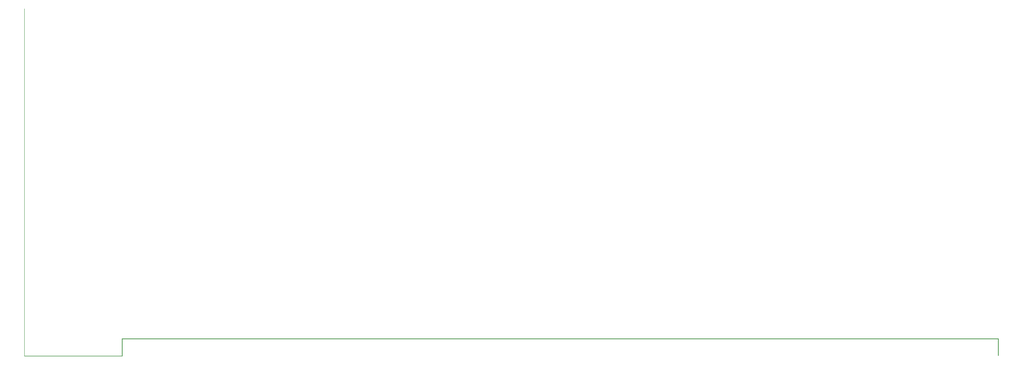
<source format=gbo>
G04 MADE WITH FRITZING*
G04 WWW.FRITZING.ORG*
G04 DOUBLE SIDED*
G04 HOLES PLATED*
G04 CONTOUR ON CENTER OF CONTOUR VECTOR*
%ASAXBY*%
%FSLAX23Y23*%
%MOIN*%
%OFA0B0*%
%SFA1.0B1.0*%
%ADD10R,0.001000X0.001000*%
%LNSILK0*%
G90*
G70*
G54D10*
X0Y6292D02*
X6Y6292D01*
X0Y6291D02*
X6Y6291D01*
X0Y6290D02*
X6Y6290D01*
X0Y6289D02*
X6Y6289D01*
X0Y6288D02*
X6Y6288D01*
X0Y6287D02*
X6Y6287D01*
X0Y6286D02*
X6Y6286D01*
X0Y6285D02*
X6Y6285D01*
X0Y6284D02*
X6Y6284D01*
X0Y6283D02*
X6Y6283D01*
X0Y6282D02*
X6Y6282D01*
X0Y6281D02*
X6Y6281D01*
X0Y6280D02*
X6Y6280D01*
X0Y6279D02*
X6Y6279D01*
X0Y6278D02*
X6Y6278D01*
X0Y6277D02*
X6Y6277D01*
X0Y6276D02*
X6Y6276D01*
X0Y6275D02*
X6Y6275D01*
X0Y6274D02*
X6Y6274D01*
X0Y6273D02*
X6Y6273D01*
X0Y6272D02*
X6Y6272D01*
X0Y6271D02*
X6Y6271D01*
X0Y6270D02*
X6Y6270D01*
X0Y6269D02*
X6Y6269D01*
X0Y6268D02*
X6Y6268D01*
X0Y6267D02*
X6Y6267D01*
X0Y6266D02*
X6Y6266D01*
X0Y6265D02*
X6Y6265D01*
X0Y6264D02*
X6Y6264D01*
X0Y6263D02*
X6Y6263D01*
X0Y6262D02*
X6Y6262D01*
X0Y6261D02*
X6Y6261D01*
X0Y6260D02*
X6Y6260D01*
X0Y6259D02*
X6Y6259D01*
X0Y6258D02*
X6Y6258D01*
X0Y6257D02*
X6Y6257D01*
X0Y6256D02*
X6Y6256D01*
X0Y6255D02*
X6Y6255D01*
X0Y6254D02*
X6Y6254D01*
X0Y6253D02*
X6Y6253D01*
X0Y6252D02*
X6Y6252D01*
X0Y6251D02*
X6Y6251D01*
X0Y6250D02*
X6Y6250D01*
X0Y6249D02*
X6Y6249D01*
X0Y6248D02*
X6Y6248D01*
X0Y6247D02*
X6Y6247D01*
X0Y6246D02*
X6Y6246D01*
X0Y6245D02*
X6Y6245D01*
X0Y6244D02*
X6Y6244D01*
X0Y6243D02*
X6Y6243D01*
X0Y6242D02*
X6Y6242D01*
X0Y6241D02*
X6Y6241D01*
X0Y6240D02*
X6Y6240D01*
X0Y6239D02*
X6Y6239D01*
X0Y6238D02*
X6Y6238D01*
X0Y6237D02*
X6Y6237D01*
X0Y6236D02*
X6Y6236D01*
X0Y6235D02*
X6Y6235D01*
X0Y6234D02*
X6Y6234D01*
X0Y6233D02*
X6Y6233D01*
X0Y6232D02*
X6Y6232D01*
X0Y6231D02*
X6Y6231D01*
X0Y6230D02*
X6Y6230D01*
X0Y6229D02*
X6Y6229D01*
X0Y6228D02*
X6Y6228D01*
X0Y6227D02*
X6Y6227D01*
X0Y6226D02*
X6Y6226D01*
X0Y6225D02*
X6Y6225D01*
X0Y6224D02*
X6Y6224D01*
X0Y6223D02*
X6Y6223D01*
X0Y6222D02*
X6Y6222D01*
X0Y6221D02*
X6Y6221D01*
X0Y6220D02*
X6Y6220D01*
X0Y6219D02*
X6Y6219D01*
X0Y6218D02*
X6Y6218D01*
X0Y6217D02*
X6Y6217D01*
X0Y6216D02*
X6Y6216D01*
X0Y6215D02*
X6Y6215D01*
X0Y6214D02*
X6Y6214D01*
X0Y6213D02*
X6Y6213D01*
X0Y6212D02*
X6Y6212D01*
X0Y6211D02*
X6Y6211D01*
X0Y6210D02*
X6Y6210D01*
X0Y6209D02*
X6Y6209D01*
X0Y6208D02*
X6Y6208D01*
X0Y6207D02*
X6Y6207D01*
X0Y6206D02*
X6Y6206D01*
X0Y6205D02*
X6Y6205D01*
X0Y6204D02*
X6Y6204D01*
X0Y6203D02*
X6Y6203D01*
X0Y6202D02*
X6Y6202D01*
X0Y6201D02*
X6Y6201D01*
X0Y6200D02*
X6Y6200D01*
X0Y6199D02*
X6Y6199D01*
X0Y6198D02*
X6Y6198D01*
X0Y6197D02*
X6Y6197D01*
X0Y6196D02*
X6Y6196D01*
X0Y6195D02*
X6Y6195D01*
X0Y6194D02*
X6Y6194D01*
X0Y6193D02*
X6Y6193D01*
X0Y6192D02*
X6Y6192D01*
X0Y6191D02*
X6Y6191D01*
X0Y6190D02*
X6Y6190D01*
X0Y6189D02*
X6Y6189D01*
X0Y6188D02*
X6Y6188D01*
X0Y6187D02*
X6Y6187D01*
X0Y6186D02*
X6Y6186D01*
X0Y6185D02*
X6Y6185D01*
X0Y6184D02*
X6Y6184D01*
X0Y6183D02*
X6Y6183D01*
X0Y6182D02*
X6Y6182D01*
X0Y6181D02*
X6Y6181D01*
X0Y6180D02*
X6Y6180D01*
X0Y6179D02*
X6Y6179D01*
X0Y6178D02*
X6Y6178D01*
X0Y6177D02*
X6Y6177D01*
X0Y6176D02*
X6Y6176D01*
X0Y6175D02*
X6Y6175D01*
X0Y6174D02*
X6Y6174D01*
X0Y6173D02*
X6Y6173D01*
X0Y6172D02*
X6Y6172D01*
X0Y6171D02*
X6Y6171D01*
X0Y6170D02*
X6Y6170D01*
X0Y6169D02*
X6Y6169D01*
X0Y6168D02*
X6Y6168D01*
X0Y6167D02*
X6Y6167D01*
X0Y6166D02*
X6Y6166D01*
X0Y6165D02*
X6Y6165D01*
X0Y6164D02*
X6Y6164D01*
X0Y6163D02*
X6Y6163D01*
X0Y6162D02*
X6Y6162D01*
X0Y6161D02*
X6Y6161D01*
X0Y6160D02*
X6Y6160D01*
X0Y6159D02*
X6Y6159D01*
X0Y6158D02*
X6Y6158D01*
X0Y6157D02*
X6Y6157D01*
X0Y6156D02*
X6Y6156D01*
X0Y6155D02*
X6Y6155D01*
X0Y6154D02*
X6Y6154D01*
X0Y6153D02*
X6Y6153D01*
X0Y6152D02*
X6Y6152D01*
X0Y6151D02*
X6Y6151D01*
X0Y6150D02*
X6Y6150D01*
X0Y6149D02*
X6Y6149D01*
X0Y6148D02*
X6Y6148D01*
X0Y6147D02*
X6Y6147D01*
X0Y6146D02*
X6Y6146D01*
X0Y6145D02*
X6Y6145D01*
X0Y6144D02*
X6Y6144D01*
X0Y6143D02*
X6Y6143D01*
X0Y6142D02*
X6Y6142D01*
X0Y6141D02*
X6Y6141D01*
X0Y6140D02*
X6Y6140D01*
X0Y6139D02*
X6Y6139D01*
X0Y6138D02*
X6Y6138D01*
X0Y6137D02*
X6Y6137D01*
X0Y6136D02*
X6Y6136D01*
X0Y6135D02*
X6Y6135D01*
X0Y6134D02*
X6Y6134D01*
X0Y6133D02*
X6Y6133D01*
X0Y6132D02*
X6Y6132D01*
X0Y6131D02*
X6Y6131D01*
X0Y6130D02*
X6Y6130D01*
X0Y6129D02*
X6Y6129D01*
X0Y6128D02*
X6Y6128D01*
X0Y6127D02*
X6Y6127D01*
X0Y6126D02*
X6Y6126D01*
X0Y6125D02*
X6Y6125D01*
X0Y6124D02*
X6Y6124D01*
X0Y6123D02*
X6Y6123D01*
X0Y6122D02*
X6Y6122D01*
X0Y6121D02*
X6Y6121D01*
X0Y6120D02*
X6Y6120D01*
X0Y6119D02*
X6Y6119D01*
X0Y6118D02*
X6Y6118D01*
X0Y6117D02*
X6Y6117D01*
X0Y6116D02*
X6Y6116D01*
X0Y6115D02*
X6Y6115D01*
X0Y6114D02*
X6Y6114D01*
X0Y6113D02*
X6Y6113D01*
X0Y6112D02*
X6Y6112D01*
X0Y6111D02*
X6Y6111D01*
X0Y6110D02*
X6Y6110D01*
X0Y6109D02*
X6Y6109D01*
X0Y6108D02*
X6Y6108D01*
X0Y6107D02*
X6Y6107D01*
X0Y6106D02*
X6Y6106D01*
X0Y6105D02*
X6Y6105D01*
X0Y6104D02*
X6Y6104D01*
X0Y6103D02*
X6Y6103D01*
X0Y6102D02*
X6Y6102D01*
X0Y6101D02*
X6Y6101D01*
X0Y6100D02*
X6Y6100D01*
X0Y6099D02*
X6Y6099D01*
X0Y6098D02*
X6Y6098D01*
X0Y6097D02*
X6Y6097D01*
X0Y6096D02*
X6Y6096D01*
X0Y6095D02*
X6Y6095D01*
X0Y6094D02*
X6Y6094D01*
X0Y6093D02*
X6Y6093D01*
X0Y6092D02*
X6Y6092D01*
X0Y6091D02*
X6Y6091D01*
X0Y6090D02*
X6Y6090D01*
X0Y6089D02*
X6Y6089D01*
X0Y6088D02*
X6Y6088D01*
X0Y6087D02*
X6Y6087D01*
X0Y6086D02*
X6Y6086D01*
X0Y6085D02*
X6Y6085D01*
X0Y6084D02*
X6Y6084D01*
X0Y6083D02*
X6Y6083D01*
X0Y6082D02*
X6Y6082D01*
X0Y6081D02*
X6Y6081D01*
X0Y6080D02*
X6Y6080D01*
X0Y6079D02*
X6Y6079D01*
X0Y6078D02*
X6Y6078D01*
X0Y6077D02*
X6Y6077D01*
X0Y6076D02*
X6Y6076D01*
X0Y6075D02*
X6Y6075D01*
X0Y6074D02*
X6Y6074D01*
X0Y6073D02*
X6Y6073D01*
X0Y6072D02*
X6Y6072D01*
X0Y6071D02*
X6Y6071D01*
X0Y6070D02*
X6Y6070D01*
X0Y6069D02*
X6Y6069D01*
X0Y6068D02*
X6Y6068D01*
X0Y6067D02*
X6Y6067D01*
X0Y6066D02*
X6Y6066D01*
X0Y6065D02*
X6Y6065D01*
X0Y6064D02*
X6Y6064D01*
X0Y6063D02*
X6Y6063D01*
X0Y6062D02*
X6Y6062D01*
X0Y6061D02*
X6Y6061D01*
X0Y6060D02*
X6Y6060D01*
X0Y6059D02*
X6Y6059D01*
X0Y6058D02*
X6Y6058D01*
X0Y6057D02*
X6Y6057D01*
X0Y6056D02*
X6Y6056D01*
X0Y6055D02*
X6Y6055D01*
X0Y6054D02*
X6Y6054D01*
X0Y6053D02*
X6Y6053D01*
X0Y6052D02*
X6Y6052D01*
X0Y6051D02*
X6Y6051D01*
X0Y6050D02*
X6Y6050D01*
X0Y6049D02*
X6Y6049D01*
X0Y6048D02*
X6Y6048D01*
X0Y6047D02*
X6Y6047D01*
X0Y6046D02*
X6Y6046D01*
X0Y6045D02*
X6Y6045D01*
X0Y6044D02*
X6Y6044D01*
X0Y6043D02*
X6Y6043D01*
X0Y6042D02*
X6Y6042D01*
X0Y6041D02*
X6Y6041D01*
X0Y6040D02*
X6Y6040D01*
X0Y6039D02*
X6Y6039D01*
X0Y6038D02*
X6Y6038D01*
X0Y6037D02*
X6Y6037D01*
X0Y6036D02*
X6Y6036D01*
X0Y6035D02*
X6Y6035D01*
X0Y6034D02*
X6Y6034D01*
X0Y6033D02*
X6Y6033D01*
X0Y6032D02*
X6Y6032D01*
X0Y6031D02*
X6Y6031D01*
X0Y6030D02*
X6Y6030D01*
X0Y6029D02*
X6Y6029D01*
X0Y6028D02*
X6Y6028D01*
X0Y6027D02*
X6Y6027D01*
X0Y6026D02*
X6Y6026D01*
X0Y6025D02*
X6Y6025D01*
X0Y6024D02*
X6Y6024D01*
X0Y6023D02*
X6Y6023D01*
X0Y6022D02*
X6Y6022D01*
X0Y6021D02*
X6Y6021D01*
X0Y6020D02*
X6Y6020D01*
X0Y6019D02*
X6Y6019D01*
X0Y6018D02*
X6Y6018D01*
X0Y6017D02*
X6Y6017D01*
X0Y6016D02*
X6Y6016D01*
X0Y6015D02*
X6Y6015D01*
X0Y6014D02*
X6Y6014D01*
X0Y6013D02*
X6Y6013D01*
X0Y6012D02*
X6Y6012D01*
X0Y6011D02*
X6Y6011D01*
X0Y6010D02*
X6Y6010D01*
X0Y6009D02*
X6Y6009D01*
X0Y6008D02*
X6Y6008D01*
X0Y6007D02*
X6Y6007D01*
X0Y6006D02*
X6Y6006D01*
X0Y6005D02*
X6Y6005D01*
X0Y6004D02*
X6Y6004D01*
X0Y6003D02*
X6Y6003D01*
X0Y6002D02*
X6Y6002D01*
X0Y6001D02*
X6Y6001D01*
X0Y6000D02*
X6Y6000D01*
X0Y5999D02*
X6Y5999D01*
X0Y5998D02*
X6Y5998D01*
X0Y5997D02*
X6Y5997D01*
X0Y5996D02*
X6Y5996D01*
X0Y5995D02*
X6Y5995D01*
X0Y5994D02*
X6Y5994D01*
X0Y5993D02*
X6Y5993D01*
X0Y5992D02*
X6Y5992D01*
X0Y5991D02*
X6Y5991D01*
X0Y5990D02*
X6Y5990D01*
X0Y5989D02*
X6Y5989D01*
X0Y5988D02*
X6Y5988D01*
X0Y5987D02*
X6Y5987D01*
X0Y5986D02*
X6Y5986D01*
X0Y5985D02*
X6Y5985D01*
X0Y5984D02*
X6Y5984D01*
X0Y5983D02*
X6Y5983D01*
X0Y5982D02*
X6Y5982D01*
X0Y5981D02*
X6Y5981D01*
X0Y5980D02*
X6Y5980D01*
X0Y5979D02*
X6Y5979D01*
X0Y5978D02*
X6Y5978D01*
X0Y5977D02*
X6Y5977D01*
X0Y5976D02*
X6Y5976D01*
X0Y5975D02*
X6Y5975D01*
X0Y5974D02*
X6Y5974D01*
X0Y5973D02*
X6Y5973D01*
X0Y5972D02*
X6Y5972D01*
X0Y5971D02*
X6Y5971D01*
X0Y5970D02*
X6Y5970D01*
X0Y5969D02*
X6Y5969D01*
X0Y5968D02*
X6Y5968D01*
X0Y5967D02*
X6Y5967D01*
X0Y5966D02*
X6Y5966D01*
X0Y5965D02*
X6Y5965D01*
X0Y5964D02*
X6Y5964D01*
X0Y5963D02*
X6Y5963D01*
X0Y5962D02*
X6Y5962D01*
X0Y5961D02*
X6Y5961D01*
X0Y5960D02*
X6Y5960D01*
X0Y5959D02*
X6Y5959D01*
X0Y5958D02*
X6Y5958D01*
X0Y5957D02*
X6Y5957D01*
X0Y5956D02*
X6Y5956D01*
X0Y5955D02*
X6Y5955D01*
X0Y5954D02*
X6Y5954D01*
X0Y5953D02*
X6Y5953D01*
X0Y5952D02*
X6Y5952D01*
X0Y5951D02*
X6Y5951D01*
X0Y5950D02*
X6Y5950D01*
X0Y5949D02*
X6Y5949D01*
X0Y5948D02*
X6Y5948D01*
X0Y5947D02*
X6Y5947D01*
X0Y5946D02*
X6Y5946D01*
X0Y5945D02*
X6Y5945D01*
X0Y5944D02*
X6Y5944D01*
X0Y5943D02*
X6Y5943D01*
X0Y5942D02*
X6Y5942D01*
X0Y5941D02*
X6Y5941D01*
X0Y5940D02*
X6Y5940D01*
X0Y5939D02*
X6Y5939D01*
X0Y5938D02*
X6Y5938D01*
X0Y5937D02*
X6Y5937D01*
X0Y5936D02*
X6Y5936D01*
X0Y5935D02*
X6Y5935D01*
X0Y5934D02*
X6Y5934D01*
X0Y5933D02*
X6Y5933D01*
X0Y5932D02*
X6Y5932D01*
X0Y5931D02*
X6Y5931D01*
X0Y5930D02*
X6Y5930D01*
X0Y5929D02*
X6Y5929D01*
X0Y5928D02*
X6Y5928D01*
X0Y5927D02*
X6Y5927D01*
X0Y5926D02*
X6Y5926D01*
X0Y5925D02*
X6Y5925D01*
X0Y5924D02*
X6Y5924D01*
X0Y5923D02*
X6Y5923D01*
X0Y5922D02*
X6Y5922D01*
X0Y5921D02*
X6Y5921D01*
X0Y5920D02*
X6Y5920D01*
X0Y5919D02*
X6Y5919D01*
X0Y5918D02*
X6Y5918D01*
X0Y5917D02*
X6Y5917D01*
X0Y5916D02*
X6Y5916D01*
X0Y5915D02*
X6Y5915D01*
X0Y5914D02*
X6Y5914D01*
X0Y5913D02*
X6Y5913D01*
X0Y5912D02*
X6Y5912D01*
X0Y5911D02*
X6Y5911D01*
X0Y5910D02*
X6Y5910D01*
X0Y5909D02*
X6Y5909D01*
X0Y5908D02*
X6Y5908D01*
X0Y5907D02*
X6Y5907D01*
X0Y5906D02*
X6Y5906D01*
X0Y5905D02*
X6Y5905D01*
X0Y5904D02*
X6Y5904D01*
X0Y5903D02*
X6Y5903D01*
X0Y5902D02*
X6Y5902D01*
X0Y5901D02*
X6Y5901D01*
X0Y5900D02*
X6Y5900D01*
X0Y5899D02*
X6Y5899D01*
X0Y5898D02*
X6Y5898D01*
X0Y5897D02*
X6Y5897D01*
X0Y5896D02*
X6Y5896D01*
X0Y5895D02*
X6Y5895D01*
X0Y5894D02*
X6Y5894D01*
X0Y5893D02*
X6Y5893D01*
X0Y5892D02*
X6Y5892D01*
X0Y5891D02*
X6Y5891D01*
X0Y5890D02*
X6Y5890D01*
X0Y5889D02*
X6Y5889D01*
X0Y5888D02*
X6Y5888D01*
X0Y5887D02*
X6Y5887D01*
X0Y5886D02*
X6Y5886D01*
X0Y5885D02*
X6Y5885D01*
X0Y5884D02*
X6Y5884D01*
X0Y5883D02*
X6Y5883D01*
X0Y5882D02*
X6Y5882D01*
X0Y5881D02*
X6Y5881D01*
X0Y5880D02*
X6Y5880D01*
X0Y5879D02*
X6Y5879D01*
X0Y5878D02*
X6Y5878D01*
X0Y5877D02*
X6Y5877D01*
X0Y5876D02*
X6Y5876D01*
X0Y5875D02*
X6Y5875D01*
X0Y5874D02*
X6Y5874D01*
X0Y5873D02*
X6Y5873D01*
X0Y5872D02*
X6Y5872D01*
X0Y5871D02*
X6Y5871D01*
X0Y5870D02*
X6Y5870D01*
X0Y5869D02*
X6Y5869D01*
X0Y5868D02*
X6Y5868D01*
X0Y5867D02*
X6Y5867D01*
X0Y5866D02*
X6Y5866D01*
X0Y5865D02*
X6Y5865D01*
X0Y5864D02*
X6Y5864D01*
X0Y5863D02*
X6Y5863D01*
X0Y5862D02*
X6Y5862D01*
X0Y5861D02*
X6Y5861D01*
X0Y5860D02*
X6Y5860D01*
X0Y5859D02*
X6Y5859D01*
X0Y5858D02*
X6Y5858D01*
X0Y5857D02*
X6Y5857D01*
X0Y5856D02*
X6Y5856D01*
X0Y5855D02*
X6Y5855D01*
X0Y5854D02*
X6Y5854D01*
X0Y5853D02*
X6Y5853D01*
X0Y5852D02*
X6Y5852D01*
X0Y5851D02*
X6Y5851D01*
X0Y5850D02*
X6Y5850D01*
X0Y5849D02*
X6Y5849D01*
X0Y5848D02*
X6Y5848D01*
X0Y5847D02*
X6Y5847D01*
X0Y5846D02*
X6Y5846D01*
X0Y5845D02*
X6Y5845D01*
X0Y5844D02*
X6Y5844D01*
X0Y5843D02*
X6Y5843D01*
X0Y5842D02*
X6Y5842D01*
X0Y5841D02*
X6Y5841D01*
X0Y5840D02*
X6Y5840D01*
X0Y5839D02*
X6Y5839D01*
X0Y5838D02*
X6Y5838D01*
X0Y5837D02*
X6Y5837D01*
X0Y5836D02*
X6Y5836D01*
X0Y5835D02*
X6Y5835D01*
X0Y5834D02*
X6Y5834D01*
X0Y5833D02*
X6Y5833D01*
X0Y5832D02*
X6Y5832D01*
X0Y5831D02*
X6Y5831D01*
X0Y5830D02*
X6Y5830D01*
X0Y5829D02*
X6Y5829D01*
X0Y5828D02*
X6Y5828D01*
X0Y5827D02*
X6Y5827D01*
X0Y5826D02*
X6Y5826D01*
X0Y5825D02*
X6Y5825D01*
X0Y5824D02*
X6Y5824D01*
X0Y5823D02*
X6Y5823D01*
X0Y5822D02*
X6Y5822D01*
X0Y5821D02*
X6Y5821D01*
X0Y5820D02*
X6Y5820D01*
X0Y5819D02*
X6Y5819D01*
X0Y5818D02*
X6Y5818D01*
X0Y5817D02*
X6Y5817D01*
X0Y5816D02*
X6Y5816D01*
X0Y5815D02*
X6Y5815D01*
X0Y5814D02*
X6Y5814D01*
X0Y5813D02*
X6Y5813D01*
X0Y5812D02*
X6Y5812D01*
X0Y5811D02*
X6Y5811D01*
X0Y5810D02*
X6Y5810D01*
X0Y5809D02*
X6Y5809D01*
X0Y5808D02*
X6Y5808D01*
X0Y5807D02*
X6Y5807D01*
X0Y5806D02*
X6Y5806D01*
X0Y5805D02*
X6Y5805D01*
X0Y5804D02*
X6Y5804D01*
X0Y5803D02*
X6Y5803D01*
X0Y5802D02*
X6Y5802D01*
X0Y5801D02*
X6Y5801D01*
X0Y5800D02*
X6Y5800D01*
X0Y5799D02*
X6Y5799D01*
X0Y5798D02*
X6Y5798D01*
X0Y5797D02*
X6Y5797D01*
X0Y5796D02*
X6Y5796D01*
X0Y5795D02*
X6Y5795D01*
X0Y5794D02*
X6Y5794D01*
X0Y5793D02*
X6Y5793D01*
X0Y5792D02*
X6Y5792D01*
X0Y5791D02*
X6Y5791D01*
X0Y5790D02*
X6Y5790D01*
X0Y5789D02*
X6Y5789D01*
X0Y5788D02*
X6Y5788D01*
X0Y5787D02*
X6Y5787D01*
X0Y5786D02*
X6Y5786D01*
X0Y5785D02*
X6Y5785D01*
X0Y5784D02*
X6Y5784D01*
X0Y5783D02*
X6Y5783D01*
X0Y5782D02*
X6Y5782D01*
X0Y5781D02*
X6Y5781D01*
X0Y5780D02*
X6Y5780D01*
X0Y5779D02*
X6Y5779D01*
X0Y5778D02*
X6Y5778D01*
X0Y5777D02*
X6Y5777D01*
X0Y5776D02*
X6Y5776D01*
X0Y5775D02*
X6Y5775D01*
X0Y5774D02*
X6Y5774D01*
X0Y5773D02*
X6Y5773D01*
X0Y5772D02*
X6Y5772D01*
X0Y5771D02*
X6Y5771D01*
X0Y5770D02*
X6Y5770D01*
X0Y5769D02*
X6Y5769D01*
X0Y5768D02*
X6Y5768D01*
X0Y5767D02*
X6Y5767D01*
X0Y5766D02*
X6Y5766D01*
X0Y5765D02*
X6Y5765D01*
X0Y5764D02*
X6Y5764D01*
X0Y5763D02*
X6Y5763D01*
X0Y5762D02*
X6Y5762D01*
X0Y5761D02*
X6Y5761D01*
X0Y5760D02*
X6Y5760D01*
X0Y5759D02*
X6Y5759D01*
X0Y5758D02*
X6Y5758D01*
X0Y5757D02*
X6Y5757D01*
X0Y5756D02*
X6Y5756D01*
X0Y5755D02*
X6Y5755D01*
X0Y5754D02*
X6Y5754D01*
X0Y5753D02*
X6Y5753D01*
X0Y5752D02*
X6Y5752D01*
X0Y5751D02*
X6Y5751D01*
X0Y5750D02*
X6Y5750D01*
X0Y5749D02*
X6Y5749D01*
X0Y5748D02*
X6Y5748D01*
X0Y5747D02*
X6Y5747D01*
X0Y5746D02*
X6Y5746D01*
X0Y5745D02*
X6Y5745D01*
X0Y5744D02*
X6Y5744D01*
X0Y5743D02*
X6Y5743D01*
X0Y5742D02*
X6Y5742D01*
X0Y5741D02*
X6Y5741D01*
X0Y5740D02*
X6Y5740D01*
X0Y5739D02*
X6Y5739D01*
X0Y5738D02*
X6Y5738D01*
X0Y5737D02*
X6Y5737D01*
X0Y5736D02*
X6Y5736D01*
X0Y5735D02*
X6Y5735D01*
X0Y5734D02*
X6Y5734D01*
X0Y5733D02*
X6Y5733D01*
X0Y5732D02*
X6Y5732D01*
X0Y5731D02*
X6Y5731D01*
X0Y5730D02*
X6Y5730D01*
X0Y5729D02*
X6Y5729D01*
X0Y5728D02*
X6Y5728D01*
X0Y5727D02*
X6Y5727D01*
X0Y5726D02*
X6Y5726D01*
X0Y5725D02*
X6Y5725D01*
X0Y5724D02*
X6Y5724D01*
X0Y5723D02*
X6Y5723D01*
X0Y5722D02*
X6Y5722D01*
X0Y5721D02*
X6Y5721D01*
X0Y5720D02*
X6Y5720D01*
X0Y5719D02*
X6Y5719D01*
X0Y5718D02*
X6Y5718D01*
X0Y5717D02*
X6Y5717D01*
X0Y5716D02*
X6Y5716D01*
X0Y5715D02*
X6Y5715D01*
X0Y5714D02*
X6Y5714D01*
X0Y5713D02*
X6Y5713D01*
X0Y5712D02*
X6Y5712D01*
X0Y5711D02*
X6Y5711D01*
X0Y5710D02*
X6Y5710D01*
X0Y5709D02*
X6Y5709D01*
X0Y5708D02*
X6Y5708D01*
X0Y5707D02*
X6Y5707D01*
X0Y5706D02*
X6Y5706D01*
X0Y5705D02*
X6Y5705D01*
X0Y5704D02*
X6Y5704D01*
X0Y5703D02*
X6Y5703D01*
X0Y5702D02*
X6Y5702D01*
X0Y5701D02*
X6Y5701D01*
X0Y5700D02*
X6Y5700D01*
X0Y5699D02*
X6Y5699D01*
X0Y5698D02*
X6Y5698D01*
X0Y5697D02*
X6Y5697D01*
X0Y5696D02*
X6Y5696D01*
X0Y5695D02*
X6Y5695D01*
X0Y5694D02*
X6Y5694D01*
X0Y5693D02*
X6Y5693D01*
X0Y5692D02*
X6Y5692D01*
X0Y5691D02*
X6Y5691D01*
X0Y5690D02*
X6Y5690D01*
X0Y5689D02*
X6Y5689D01*
X0Y5688D02*
X6Y5688D01*
X0Y5687D02*
X6Y5687D01*
X0Y5686D02*
X6Y5686D01*
X0Y5685D02*
X6Y5685D01*
X0Y5684D02*
X6Y5684D01*
X0Y5683D02*
X6Y5683D01*
X0Y5682D02*
X6Y5682D01*
X0Y5681D02*
X6Y5681D01*
X0Y5680D02*
X6Y5680D01*
X0Y5679D02*
X6Y5679D01*
X0Y5678D02*
X6Y5678D01*
X0Y5677D02*
X6Y5677D01*
X0Y5676D02*
X6Y5676D01*
X0Y5675D02*
X6Y5675D01*
X0Y5674D02*
X6Y5674D01*
X0Y5673D02*
X6Y5673D01*
X0Y5672D02*
X6Y5672D01*
X0Y5671D02*
X6Y5671D01*
X0Y5670D02*
X6Y5670D01*
X0Y5669D02*
X6Y5669D01*
X0Y5668D02*
X6Y5668D01*
X0Y5667D02*
X6Y5667D01*
X0Y5666D02*
X6Y5666D01*
X0Y5665D02*
X6Y5665D01*
X0Y5664D02*
X6Y5664D01*
X0Y5663D02*
X6Y5663D01*
X0Y5662D02*
X6Y5662D01*
X0Y5661D02*
X6Y5661D01*
X0Y5660D02*
X6Y5660D01*
X0Y5659D02*
X6Y5659D01*
X0Y5658D02*
X6Y5658D01*
X0Y5657D02*
X6Y5657D01*
X0Y5656D02*
X6Y5656D01*
X0Y5655D02*
X6Y5655D01*
X0Y5654D02*
X6Y5654D01*
X0Y5653D02*
X6Y5653D01*
X0Y5652D02*
X6Y5652D01*
X0Y5651D02*
X6Y5651D01*
X0Y5650D02*
X6Y5650D01*
X0Y5649D02*
X6Y5649D01*
X0Y5648D02*
X6Y5648D01*
X0Y5647D02*
X6Y5647D01*
X0Y5646D02*
X6Y5646D01*
X0Y5645D02*
X6Y5645D01*
X0Y5644D02*
X6Y5644D01*
X0Y5643D02*
X6Y5643D01*
X0Y5642D02*
X6Y5642D01*
X0Y5641D02*
X6Y5641D01*
X0Y5640D02*
X6Y5640D01*
X0Y5639D02*
X6Y5639D01*
X0Y5638D02*
X6Y5638D01*
X0Y5637D02*
X6Y5637D01*
X0Y5636D02*
X6Y5636D01*
X0Y5635D02*
X6Y5635D01*
X0Y5634D02*
X6Y5634D01*
X0Y5633D02*
X6Y5633D01*
X0Y5632D02*
X6Y5632D01*
X0Y5631D02*
X6Y5631D01*
X0Y5630D02*
X6Y5630D01*
X0Y5629D02*
X6Y5629D01*
X0Y5628D02*
X6Y5628D01*
X0Y5627D02*
X6Y5627D01*
X0Y5626D02*
X6Y5626D01*
X0Y5625D02*
X6Y5625D01*
X0Y5624D02*
X6Y5624D01*
X0Y5623D02*
X6Y5623D01*
X0Y5622D02*
X6Y5622D01*
X0Y5621D02*
X6Y5621D01*
X0Y5620D02*
X6Y5620D01*
X0Y5619D02*
X6Y5619D01*
X0Y5618D02*
X6Y5618D01*
X0Y5617D02*
X6Y5617D01*
X0Y5616D02*
X6Y5616D01*
X0Y5615D02*
X6Y5615D01*
X0Y5614D02*
X6Y5614D01*
X0Y5613D02*
X6Y5613D01*
X0Y5612D02*
X6Y5612D01*
X0Y5611D02*
X6Y5611D01*
X0Y5610D02*
X6Y5610D01*
X0Y5609D02*
X6Y5609D01*
X0Y5608D02*
X6Y5608D01*
X0Y5607D02*
X6Y5607D01*
X0Y5606D02*
X6Y5606D01*
X0Y5605D02*
X6Y5605D01*
X0Y5604D02*
X6Y5604D01*
X0Y5603D02*
X6Y5603D01*
X0Y5602D02*
X6Y5602D01*
X0Y5601D02*
X6Y5601D01*
X0Y5600D02*
X6Y5600D01*
X0Y5599D02*
X6Y5599D01*
X0Y5598D02*
X6Y5598D01*
X0Y5597D02*
X6Y5597D01*
X0Y5596D02*
X6Y5596D01*
X0Y5595D02*
X6Y5595D01*
X0Y5594D02*
X6Y5594D01*
X0Y5593D02*
X6Y5593D01*
X0Y5592D02*
X6Y5592D01*
X0Y5591D02*
X6Y5591D01*
X0Y5590D02*
X6Y5590D01*
X0Y5589D02*
X6Y5589D01*
X0Y5588D02*
X6Y5588D01*
X0Y5587D02*
X6Y5587D01*
X0Y5586D02*
X6Y5586D01*
X0Y5585D02*
X6Y5585D01*
X0Y5584D02*
X6Y5584D01*
X0Y5583D02*
X6Y5583D01*
X0Y5582D02*
X6Y5582D01*
X0Y5581D02*
X6Y5581D01*
X0Y5580D02*
X6Y5580D01*
X0Y5579D02*
X6Y5579D01*
X0Y5578D02*
X6Y5578D01*
X0Y5577D02*
X6Y5577D01*
X0Y5576D02*
X6Y5576D01*
X0Y5575D02*
X6Y5575D01*
X0Y5574D02*
X6Y5574D01*
X0Y5573D02*
X6Y5573D01*
X0Y5572D02*
X6Y5572D01*
X0Y5571D02*
X6Y5571D01*
X0Y5570D02*
X6Y5570D01*
X0Y5569D02*
X6Y5569D01*
X0Y5568D02*
X6Y5568D01*
X0Y5567D02*
X6Y5567D01*
X0Y5566D02*
X6Y5566D01*
X0Y5565D02*
X6Y5565D01*
X0Y5564D02*
X6Y5564D01*
X0Y5563D02*
X6Y5563D01*
X0Y5562D02*
X6Y5562D01*
X0Y5561D02*
X6Y5561D01*
X0Y5560D02*
X6Y5560D01*
X0Y5559D02*
X6Y5559D01*
X0Y5558D02*
X6Y5558D01*
X0Y5557D02*
X6Y5557D01*
X0Y5556D02*
X6Y5556D01*
X0Y5555D02*
X6Y5555D01*
X0Y5554D02*
X6Y5554D01*
X0Y5553D02*
X6Y5553D01*
X0Y5552D02*
X6Y5552D01*
X0Y5551D02*
X6Y5551D01*
X0Y5550D02*
X6Y5550D01*
X0Y5549D02*
X6Y5549D01*
X0Y5548D02*
X6Y5548D01*
X0Y5547D02*
X6Y5547D01*
X0Y5546D02*
X6Y5546D01*
X0Y5545D02*
X6Y5545D01*
X0Y5544D02*
X6Y5544D01*
X0Y5543D02*
X6Y5543D01*
X0Y5542D02*
X6Y5542D01*
X0Y5541D02*
X6Y5541D01*
X0Y5540D02*
X6Y5540D01*
X0Y5539D02*
X6Y5539D01*
X0Y5538D02*
X6Y5538D01*
X0Y5537D02*
X6Y5537D01*
X0Y5536D02*
X6Y5536D01*
X0Y5535D02*
X6Y5535D01*
X0Y5534D02*
X6Y5534D01*
X0Y5533D02*
X6Y5533D01*
X0Y5532D02*
X6Y5532D01*
X0Y5531D02*
X6Y5531D01*
X0Y5530D02*
X6Y5530D01*
X0Y5529D02*
X6Y5529D01*
X0Y5528D02*
X6Y5528D01*
X0Y5527D02*
X6Y5527D01*
X0Y5526D02*
X6Y5526D01*
X0Y5525D02*
X6Y5525D01*
X0Y5524D02*
X6Y5524D01*
X0Y5523D02*
X6Y5523D01*
X0Y5522D02*
X6Y5522D01*
X0Y5521D02*
X6Y5521D01*
X0Y5520D02*
X6Y5520D01*
X0Y5519D02*
X6Y5519D01*
X0Y5518D02*
X6Y5518D01*
X0Y5517D02*
X6Y5517D01*
X0Y5516D02*
X6Y5516D01*
X0Y5515D02*
X6Y5515D01*
X0Y5514D02*
X6Y5514D01*
X0Y5513D02*
X6Y5513D01*
X0Y5512D02*
X6Y5512D01*
X0Y5511D02*
X6Y5511D01*
X0Y5510D02*
X6Y5510D01*
X0Y5509D02*
X6Y5509D01*
X0Y5508D02*
X6Y5508D01*
X0Y5507D02*
X6Y5507D01*
X0Y5506D02*
X6Y5506D01*
X0Y5505D02*
X6Y5505D01*
X0Y5504D02*
X6Y5504D01*
X0Y5503D02*
X6Y5503D01*
X0Y5502D02*
X6Y5502D01*
X0Y5501D02*
X6Y5501D01*
X0Y5500D02*
X6Y5500D01*
X0Y5499D02*
X6Y5499D01*
X0Y5498D02*
X6Y5498D01*
X0Y5497D02*
X6Y5497D01*
X0Y5496D02*
X6Y5496D01*
X0Y5495D02*
X6Y5495D01*
X0Y5494D02*
X6Y5494D01*
X0Y5493D02*
X6Y5493D01*
X0Y5492D02*
X6Y5492D01*
X0Y5491D02*
X6Y5491D01*
X0Y5490D02*
X6Y5490D01*
X0Y5489D02*
X6Y5489D01*
X0Y5488D02*
X6Y5488D01*
X0Y5487D02*
X6Y5487D01*
X0Y5486D02*
X6Y5486D01*
X0Y5485D02*
X6Y5485D01*
X0Y5484D02*
X6Y5484D01*
X0Y5483D02*
X6Y5483D01*
X0Y5482D02*
X6Y5482D01*
X0Y5481D02*
X6Y5481D01*
X0Y5480D02*
X6Y5480D01*
X0Y5479D02*
X6Y5479D01*
X0Y5478D02*
X6Y5478D01*
X0Y5477D02*
X6Y5477D01*
X0Y5476D02*
X6Y5476D01*
X0Y5475D02*
X6Y5475D01*
X0Y5474D02*
X6Y5474D01*
X0Y5473D02*
X6Y5473D01*
X0Y5472D02*
X6Y5472D01*
X0Y5471D02*
X6Y5471D01*
X0Y5470D02*
X6Y5470D01*
X0Y5469D02*
X6Y5469D01*
X0Y5468D02*
X6Y5468D01*
X0Y5467D02*
X6Y5467D01*
X0Y5466D02*
X6Y5466D01*
X0Y5465D02*
X6Y5465D01*
X0Y5464D02*
X6Y5464D01*
X0Y5463D02*
X6Y5463D01*
X0Y5462D02*
X6Y5462D01*
X0Y5461D02*
X6Y5461D01*
X0Y5460D02*
X6Y5460D01*
X0Y5459D02*
X6Y5459D01*
X0Y5458D02*
X6Y5458D01*
X0Y5457D02*
X6Y5457D01*
X0Y5456D02*
X6Y5456D01*
X0Y5455D02*
X6Y5455D01*
X0Y5454D02*
X6Y5454D01*
X0Y5453D02*
X6Y5453D01*
X0Y5452D02*
X6Y5452D01*
X0Y5451D02*
X6Y5451D01*
X0Y5450D02*
X6Y5450D01*
X0Y5449D02*
X6Y5449D01*
X0Y5448D02*
X6Y5448D01*
X0Y5447D02*
X6Y5447D01*
X0Y5446D02*
X6Y5446D01*
X0Y5445D02*
X6Y5445D01*
X0Y5444D02*
X6Y5444D01*
X0Y5443D02*
X6Y5443D01*
X0Y5442D02*
X6Y5442D01*
X0Y5441D02*
X6Y5441D01*
X0Y5440D02*
X6Y5440D01*
X0Y5439D02*
X6Y5439D01*
X0Y5438D02*
X6Y5438D01*
X0Y5437D02*
X6Y5437D01*
X0Y5436D02*
X6Y5436D01*
X0Y5435D02*
X6Y5435D01*
X0Y5434D02*
X6Y5434D01*
X0Y5433D02*
X6Y5433D01*
X0Y5432D02*
X6Y5432D01*
X0Y5431D02*
X6Y5431D01*
X0Y5430D02*
X6Y5430D01*
X0Y5429D02*
X6Y5429D01*
X0Y5428D02*
X6Y5428D01*
X0Y5427D02*
X6Y5427D01*
X0Y5426D02*
X6Y5426D01*
X0Y5425D02*
X6Y5425D01*
X0Y5424D02*
X6Y5424D01*
X0Y5423D02*
X6Y5423D01*
X0Y5422D02*
X6Y5422D01*
X0Y5421D02*
X6Y5421D01*
X0Y5420D02*
X6Y5420D01*
X0Y5419D02*
X6Y5419D01*
X0Y5418D02*
X6Y5418D01*
X0Y5417D02*
X6Y5417D01*
X0Y5416D02*
X6Y5416D01*
X0Y5415D02*
X6Y5415D01*
X0Y5414D02*
X6Y5414D01*
X0Y5413D02*
X6Y5413D01*
X0Y5412D02*
X6Y5412D01*
X0Y5411D02*
X6Y5411D01*
X0Y5410D02*
X6Y5410D01*
X0Y5409D02*
X6Y5409D01*
X0Y5408D02*
X6Y5408D01*
X0Y5407D02*
X6Y5407D01*
X0Y5406D02*
X6Y5406D01*
X0Y5405D02*
X6Y5405D01*
X0Y5404D02*
X6Y5404D01*
X0Y5403D02*
X6Y5403D01*
X0Y5402D02*
X6Y5402D01*
X0Y5401D02*
X6Y5401D01*
X0Y5400D02*
X6Y5400D01*
X0Y5399D02*
X6Y5399D01*
X0Y5398D02*
X6Y5398D01*
X0Y5397D02*
X6Y5397D01*
X0Y5396D02*
X6Y5396D01*
X0Y5395D02*
X6Y5395D01*
X0Y5394D02*
X6Y5394D01*
X0Y5393D02*
X6Y5393D01*
X0Y5392D02*
X6Y5392D01*
X0Y5391D02*
X6Y5391D01*
X0Y5390D02*
X6Y5390D01*
X0Y5389D02*
X6Y5389D01*
X0Y5388D02*
X6Y5388D01*
X0Y5387D02*
X6Y5387D01*
X0Y5386D02*
X6Y5386D01*
X0Y5385D02*
X6Y5385D01*
X0Y5384D02*
X6Y5384D01*
X0Y5383D02*
X6Y5383D01*
X0Y5382D02*
X6Y5382D01*
X0Y5381D02*
X6Y5381D01*
X0Y5380D02*
X6Y5380D01*
X0Y5379D02*
X6Y5379D01*
X0Y5378D02*
X6Y5378D01*
X0Y5377D02*
X6Y5377D01*
X0Y5376D02*
X6Y5376D01*
X0Y5375D02*
X6Y5375D01*
X0Y5374D02*
X6Y5374D01*
X0Y5373D02*
X6Y5373D01*
X0Y5372D02*
X6Y5372D01*
X0Y5371D02*
X6Y5371D01*
X0Y5370D02*
X6Y5370D01*
X0Y5369D02*
X6Y5369D01*
X0Y5368D02*
X6Y5368D01*
X0Y5367D02*
X6Y5367D01*
X0Y5366D02*
X6Y5366D01*
X0Y5365D02*
X6Y5365D01*
X0Y5364D02*
X6Y5364D01*
X0Y5363D02*
X6Y5363D01*
X0Y5362D02*
X6Y5362D01*
X0Y5361D02*
X6Y5361D01*
X0Y5360D02*
X6Y5360D01*
X0Y5359D02*
X6Y5359D01*
X0Y5358D02*
X6Y5358D01*
X0Y5357D02*
X6Y5357D01*
X0Y5356D02*
X6Y5356D01*
X0Y5355D02*
X6Y5355D01*
X0Y5354D02*
X6Y5354D01*
X0Y5353D02*
X6Y5353D01*
X0Y5352D02*
X6Y5352D01*
X0Y5351D02*
X6Y5351D01*
X0Y5350D02*
X6Y5350D01*
X0Y5349D02*
X6Y5349D01*
X0Y5348D02*
X6Y5348D01*
X0Y5347D02*
X6Y5347D01*
X0Y5346D02*
X6Y5346D01*
X0Y5345D02*
X6Y5345D01*
X0Y5344D02*
X6Y5344D01*
X0Y5343D02*
X6Y5343D01*
X0Y5342D02*
X6Y5342D01*
X0Y5341D02*
X6Y5341D01*
X0Y5340D02*
X6Y5340D01*
X0Y5339D02*
X6Y5339D01*
X0Y5338D02*
X6Y5338D01*
X0Y5337D02*
X6Y5337D01*
X0Y5336D02*
X6Y5336D01*
X0Y5335D02*
X6Y5335D01*
X0Y5334D02*
X6Y5334D01*
X0Y5333D02*
X6Y5333D01*
X0Y5332D02*
X6Y5332D01*
X0Y5331D02*
X6Y5331D01*
X0Y5330D02*
X6Y5330D01*
X0Y5329D02*
X6Y5329D01*
X0Y5328D02*
X6Y5328D01*
X0Y5327D02*
X6Y5327D01*
X0Y5326D02*
X6Y5326D01*
X0Y5325D02*
X6Y5325D01*
X0Y5324D02*
X6Y5324D01*
X0Y5323D02*
X6Y5323D01*
X0Y5322D02*
X6Y5322D01*
X0Y5321D02*
X6Y5321D01*
X0Y5320D02*
X6Y5320D01*
X0Y5319D02*
X6Y5319D01*
X0Y5318D02*
X6Y5318D01*
X0Y5317D02*
X6Y5317D01*
X0Y5316D02*
X6Y5316D01*
X0Y5315D02*
X6Y5315D01*
X0Y5314D02*
X6Y5314D01*
X0Y5313D02*
X6Y5313D01*
X0Y5312D02*
X6Y5312D01*
X0Y5311D02*
X6Y5311D01*
X0Y5310D02*
X6Y5310D01*
X0Y5309D02*
X6Y5309D01*
X0Y5308D02*
X6Y5308D01*
X0Y5307D02*
X6Y5307D01*
X0Y5306D02*
X6Y5306D01*
X0Y5305D02*
X6Y5305D01*
X0Y5304D02*
X6Y5304D01*
X0Y5303D02*
X6Y5303D01*
X0Y5302D02*
X6Y5302D01*
X0Y5301D02*
X6Y5301D01*
X0Y5300D02*
X6Y5300D01*
X0Y5299D02*
X6Y5299D01*
X0Y5298D02*
X6Y5298D01*
X0Y5297D02*
X6Y5297D01*
X0Y5296D02*
X6Y5296D01*
X0Y5295D02*
X6Y5295D01*
X0Y5294D02*
X6Y5294D01*
X0Y5293D02*
X6Y5293D01*
X0Y5292D02*
X6Y5292D01*
X0Y5291D02*
X6Y5291D01*
X0Y5290D02*
X6Y5290D01*
X0Y5289D02*
X6Y5289D01*
X0Y5288D02*
X6Y5288D01*
X0Y5287D02*
X6Y5287D01*
X0Y5286D02*
X6Y5286D01*
X0Y5285D02*
X6Y5285D01*
X0Y5284D02*
X6Y5284D01*
X0Y5283D02*
X6Y5283D01*
X0Y5282D02*
X6Y5282D01*
X0Y5281D02*
X6Y5281D01*
X0Y5280D02*
X6Y5280D01*
X0Y5279D02*
X6Y5279D01*
X0Y5278D02*
X6Y5278D01*
X0Y5277D02*
X6Y5277D01*
X0Y5276D02*
X6Y5276D01*
X0Y5275D02*
X6Y5275D01*
X0Y5274D02*
X6Y5274D01*
X0Y5273D02*
X6Y5273D01*
X0Y5272D02*
X6Y5272D01*
X0Y5271D02*
X6Y5271D01*
X0Y5270D02*
X6Y5270D01*
X0Y5269D02*
X6Y5269D01*
X0Y5268D02*
X6Y5268D01*
X0Y5267D02*
X6Y5267D01*
X0Y5266D02*
X6Y5266D01*
X0Y5265D02*
X6Y5265D01*
X0Y5264D02*
X6Y5264D01*
X0Y5263D02*
X6Y5263D01*
X0Y5262D02*
X6Y5262D01*
X0Y5261D02*
X6Y5261D01*
X0Y5260D02*
X6Y5260D01*
X0Y5259D02*
X6Y5259D01*
X0Y5258D02*
X6Y5258D01*
X0Y5257D02*
X6Y5257D01*
X0Y5256D02*
X6Y5256D01*
X0Y5255D02*
X6Y5255D01*
X0Y5254D02*
X6Y5254D01*
X0Y5253D02*
X6Y5253D01*
X0Y5252D02*
X6Y5252D01*
X0Y5251D02*
X6Y5251D01*
X0Y5250D02*
X6Y5250D01*
X0Y5249D02*
X6Y5249D01*
X0Y5248D02*
X6Y5248D01*
X0Y5247D02*
X6Y5247D01*
X0Y5246D02*
X6Y5246D01*
X0Y5245D02*
X6Y5245D01*
X0Y5244D02*
X6Y5244D01*
X0Y5243D02*
X6Y5243D01*
X0Y5242D02*
X6Y5242D01*
X0Y5241D02*
X6Y5241D01*
X0Y5240D02*
X6Y5240D01*
X0Y5239D02*
X6Y5239D01*
X0Y5238D02*
X6Y5238D01*
X0Y5237D02*
X6Y5237D01*
X0Y5236D02*
X6Y5236D01*
X0Y5235D02*
X6Y5235D01*
X0Y5234D02*
X6Y5234D01*
X0Y5233D02*
X6Y5233D01*
X0Y5232D02*
X6Y5232D01*
X0Y5231D02*
X6Y5231D01*
X0Y5230D02*
X6Y5230D01*
X0Y5229D02*
X6Y5229D01*
X0Y5228D02*
X6Y5228D01*
X0Y5227D02*
X6Y5227D01*
X0Y5226D02*
X6Y5226D01*
X0Y5225D02*
X6Y5225D01*
X0Y5224D02*
X6Y5224D01*
X0Y5223D02*
X6Y5223D01*
X0Y5222D02*
X6Y5222D01*
X0Y5221D02*
X6Y5221D01*
X0Y5220D02*
X6Y5220D01*
X0Y5219D02*
X6Y5219D01*
X0Y5218D02*
X6Y5218D01*
X0Y5217D02*
X6Y5217D01*
X0Y5216D02*
X6Y5216D01*
X0Y5215D02*
X6Y5215D01*
X0Y5214D02*
X6Y5214D01*
X0Y5213D02*
X6Y5213D01*
X0Y5212D02*
X6Y5212D01*
X0Y5211D02*
X6Y5211D01*
X0Y5210D02*
X6Y5210D01*
X0Y5209D02*
X6Y5209D01*
X0Y5208D02*
X6Y5208D01*
X0Y5207D02*
X6Y5207D01*
X0Y5206D02*
X6Y5206D01*
X0Y5205D02*
X6Y5205D01*
X0Y5204D02*
X6Y5204D01*
X0Y5203D02*
X6Y5203D01*
X0Y5202D02*
X6Y5202D01*
X0Y5201D02*
X6Y5201D01*
X0Y5200D02*
X6Y5200D01*
X0Y5199D02*
X6Y5199D01*
X0Y5198D02*
X6Y5198D01*
X0Y5197D02*
X6Y5197D01*
X0Y5196D02*
X6Y5196D01*
X0Y5195D02*
X6Y5195D01*
X0Y5194D02*
X6Y5194D01*
X0Y5193D02*
X6Y5193D01*
X0Y5192D02*
X6Y5192D01*
X0Y5191D02*
X6Y5191D01*
X0Y5190D02*
X6Y5190D01*
X0Y5189D02*
X6Y5189D01*
X0Y5188D02*
X6Y5188D01*
X0Y5187D02*
X6Y5187D01*
X0Y5186D02*
X6Y5186D01*
X0Y5185D02*
X6Y5185D01*
X0Y5184D02*
X6Y5184D01*
X0Y5183D02*
X6Y5183D01*
X0Y5182D02*
X6Y5182D01*
X0Y5181D02*
X6Y5181D01*
X0Y5180D02*
X6Y5180D01*
X0Y5179D02*
X6Y5179D01*
X0Y5178D02*
X6Y5178D01*
X0Y5177D02*
X6Y5177D01*
X0Y5176D02*
X6Y5176D01*
X0Y5175D02*
X6Y5175D01*
X0Y5174D02*
X6Y5174D01*
X0Y5173D02*
X6Y5173D01*
X0Y5172D02*
X6Y5172D01*
X0Y5171D02*
X6Y5171D01*
X0Y5170D02*
X6Y5170D01*
X0Y5169D02*
X6Y5169D01*
X0Y5168D02*
X6Y5168D01*
X0Y5167D02*
X6Y5167D01*
X0Y5166D02*
X6Y5166D01*
X0Y5165D02*
X6Y5165D01*
X0Y5164D02*
X6Y5164D01*
X0Y5163D02*
X6Y5163D01*
X0Y5162D02*
X6Y5162D01*
X0Y5161D02*
X6Y5161D01*
X0Y5160D02*
X6Y5160D01*
X0Y5159D02*
X6Y5159D01*
X0Y5158D02*
X6Y5158D01*
X0Y5157D02*
X6Y5157D01*
X0Y5156D02*
X6Y5156D01*
X0Y5155D02*
X6Y5155D01*
X0Y5154D02*
X6Y5154D01*
X0Y5153D02*
X6Y5153D01*
X0Y5152D02*
X6Y5152D01*
X0Y5151D02*
X6Y5151D01*
X0Y5150D02*
X6Y5150D01*
X0Y5149D02*
X6Y5149D01*
X0Y5148D02*
X6Y5148D01*
X0Y5147D02*
X6Y5147D01*
X0Y5146D02*
X6Y5146D01*
X0Y5145D02*
X6Y5145D01*
X0Y5144D02*
X6Y5144D01*
X0Y5143D02*
X6Y5143D01*
X0Y5142D02*
X6Y5142D01*
X0Y5141D02*
X6Y5141D01*
X0Y5140D02*
X6Y5140D01*
X0Y5139D02*
X6Y5139D01*
X0Y5138D02*
X6Y5138D01*
X0Y5137D02*
X6Y5137D01*
X0Y5136D02*
X6Y5136D01*
X0Y5135D02*
X6Y5135D01*
X0Y5134D02*
X6Y5134D01*
X0Y5133D02*
X6Y5133D01*
X0Y5132D02*
X6Y5132D01*
X0Y5131D02*
X6Y5131D01*
X0Y5130D02*
X6Y5130D01*
X0Y5129D02*
X6Y5129D01*
X0Y5128D02*
X6Y5128D01*
X0Y5127D02*
X6Y5127D01*
X0Y5126D02*
X6Y5126D01*
X0Y5125D02*
X6Y5125D01*
X0Y5124D02*
X6Y5124D01*
X0Y5123D02*
X6Y5123D01*
X0Y5122D02*
X6Y5122D01*
X0Y5121D02*
X6Y5121D01*
X0Y5120D02*
X6Y5120D01*
X0Y5119D02*
X6Y5119D01*
X0Y5118D02*
X6Y5118D01*
X0Y5117D02*
X6Y5117D01*
X0Y5116D02*
X6Y5116D01*
X0Y5115D02*
X6Y5115D01*
X0Y5114D02*
X6Y5114D01*
X0Y5113D02*
X6Y5113D01*
X0Y5112D02*
X6Y5112D01*
X0Y5111D02*
X6Y5111D01*
X0Y5110D02*
X6Y5110D01*
X0Y5109D02*
X6Y5109D01*
X0Y5108D02*
X6Y5108D01*
X0Y5107D02*
X6Y5107D01*
X0Y5106D02*
X6Y5106D01*
X0Y5105D02*
X6Y5105D01*
X0Y5104D02*
X6Y5104D01*
X0Y5103D02*
X6Y5103D01*
X0Y5102D02*
X6Y5102D01*
X0Y5101D02*
X6Y5101D01*
X0Y5100D02*
X6Y5100D01*
X0Y5099D02*
X6Y5099D01*
X0Y5098D02*
X6Y5098D01*
X0Y5097D02*
X6Y5097D01*
X0Y5096D02*
X6Y5096D01*
X0Y5095D02*
X6Y5095D01*
X0Y5094D02*
X6Y5094D01*
X0Y5093D02*
X6Y5093D01*
X0Y5092D02*
X6Y5092D01*
X0Y5091D02*
X6Y5091D01*
X0Y5090D02*
X6Y5090D01*
X0Y5089D02*
X6Y5089D01*
X0Y5088D02*
X6Y5088D01*
X0Y5087D02*
X6Y5087D01*
X0Y5086D02*
X6Y5086D01*
X0Y5085D02*
X6Y5085D01*
X0Y5084D02*
X6Y5084D01*
X0Y5083D02*
X6Y5083D01*
X0Y5082D02*
X6Y5082D01*
X0Y5081D02*
X6Y5081D01*
X0Y5080D02*
X6Y5080D01*
X0Y5079D02*
X6Y5079D01*
X0Y5078D02*
X6Y5078D01*
X0Y5077D02*
X6Y5077D01*
X0Y5076D02*
X6Y5076D01*
X0Y5075D02*
X6Y5075D01*
X0Y5074D02*
X6Y5074D01*
X0Y5073D02*
X6Y5073D01*
X0Y5072D02*
X6Y5072D01*
X0Y5071D02*
X6Y5071D01*
X0Y5070D02*
X6Y5070D01*
X0Y5069D02*
X6Y5069D01*
X0Y5068D02*
X6Y5068D01*
X0Y5067D02*
X6Y5067D01*
X0Y5066D02*
X6Y5066D01*
X0Y5065D02*
X6Y5065D01*
X0Y5064D02*
X6Y5064D01*
X0Y5063D02*
X6Y5063D01*
X0Y5062D02*
X6Y5062D01*
X0Y5061D02*
X6Y5061D01*
X0Y5060D02*
X6Y5060D01*
X0Y5059D02*
X6Y5059D01*
X0Y5058D02*
X6Y5058D01*
X0Y5057D02*
X6Y5057D01*
X0Y5056D02*
X6Y5056D01*
X0Y5055D02*
X6Y5055D01*
X0Y5054D02*
X6Y5054D01*
X0Y5053D02*
X6Y5053D01*
X0Y5052D02*
X6Y5052D01*
X0Y5051D02*
X6Y5051D01*
X0Y5050D02*
X6Y5050D01*
X0Y5049D02*
X6Y5049D01*
X0Y5048D02*
X6Y5048D01*
X0Y5047D02*
X6Y5047D01*
X0Y5046D02*
X6Y5046D01*
X0Y5045D02*
X6Y5045D01*
X0Y5044D02*
X6Y5044D01*
X0Y5043D02*
X6Y5043D01*
X0Y5042D02*
X6Y5042D01*
X0Y5041D02*
X6Y5041D01*
X0Y5040D02*
X6Y5040D01*
X0Y5039D02*
X6Y5039D01*
X0Y5038D02*
X6Y5038D01*
X0Y5037D02*
X6Y5037D01*
X0Y5036D02*
X6Y5036D01*
X0Y5035D02*
X6Y5035D01*
X0Y5034D02*
X6Y5034D01*
X0Y5033D02*
X6Y5033D01*
X0Y5032D02*
X6Y5032D01*
X0Y5031D02*
X6Y5031D01*
X0Y5030D02*
X6Y5030D01*
X0Y5029D02*
X6Y5029D01*
X0Y5028D02*
X6Y5028D01*
X0Y5027D02*
X6Y5027D01*
X0Y5026D02*
X6Y5026D01*
X0Y5025D02*
X6Y5025D01*
X0Y5024D02*
X6Y5024D01*
X0Y5023D02*
X6Y5023D01*
X0Y5022D02*
X6Y5022D01*
X0Y5021D02*
X6Y5021D01*
X0Y5020D02*
X6Y5020D01*
X0Y5019D02*
X6Y5019D01*
X0Y5018D02*
X6Y5018D01*
X0Y5017D02*
X6Y5017D01*
X0Y5016D02*
X6Y5016D01*
X0Y5015D02*
X6Y5015D01*
X0Y5014D02*
X6Y5014D01*
X0Y5013D02*
X6Y5013D01*
X0Y5012D02*
X6Y5012D01*
X0Y5011D02*
X6Y5011D01*
X0Y5010D02*
X6Y5010D01*
X0Y5009D02*
X6Y5009D01*
X0Y5008D02*
X6Y5008D01*
X0Y5007D02*
X6Y5007D01*
X0Y5006D02*
X6Y5006D01*
X0Y5005D02*
X6Y5005D01*
X0Y5004D02*
X6Y5004D01*
X0Y5003D02*
X6Y5003D01*
X0Y5002D02*
X6Y5002D01*
X0Y5001D02*
X6Y5001D01*
X0Y5000D02*
X6Y5000D01*
X0Y4999D02*
X6Y4999D01*
X0Y4998D02*
X6Y4998D01*
X0Y4997D02*
X6Y4997D01*
X0Y4996D02*
X6Y4996D01*
X0Y4995D02*
X6Y4995D01*
X0Y4994D02*
X6Y4994D01*
X0Y4993D02*
X6Y4993D01*
X0Y4992D02*
X6Y4992D01*
X0Y4991D02*
X6Y4991D01*
X0Y4990D02*
X6Y4990D01*
X0Y4989D02*
X6Y4989D01*
X0Y4988D02*
X6Y4988D01*
X0Y4987D02*
X6Y4987D01*
X0Y4986D02*
X6Y4986D01*
X0Y4985D02*
X6Y4985D01*
X0Y4984D02*
X6Y4984D01*
X0Y4983D02*
X6Y4983D01*
X0Y4982D02*
X6Y4982D01*
X0Y4981D02*
X6Y4981D01*
X0Y4980D02*
X6Y4980D01*
X0Y4979D02*
X6Y4979D01*
X0Y4978D02*
X6Y4978D01*
X0Y4977D02*
X6Y4977D01*
X0Y4976D02*
X6Y4976D01*
X0Y4975D02*
X6Y4975D01*
X0Y4974D02*
X6Y4974D01*
X0Y4973D02*
X6Y4973D01*
X0Y4972D02*
X6Y4972D01*
X0Y4971D02*
X6Y4971D01*
X0Y4970D02*
X6Y4970D01*
X0Y4969D02*
X6Y4969D01*
X0Y4968D02*
X6Y4968D01*
X0Y4967D02*
X6Y4967D01*
X0Y4966D02*
X6Y4966D01*
X0Y4965D02*
X6Y4965D01*
X0Y4964D02*
X6Y4964D01*
X0Y4963D02*
X6Y4963D01*
X0Y4962D02*
X6Y4962D01*
X0Y4961D02*
X6Y4961D01*
X0Y4960D02*
X6Y4960D01*
X0Y4959D02*
X6Y4959D01*
X0Y4958D02*
X6Y4958D01*
X0Y4957D02*
X6Y4957D01*
X0Y4956D02*
X6Y4956D01*
X0Y4955D02*
X6Y4955D01*
X0Y4954D02*
X6Y4954D01*
X0Y4953D02*
X6Y4953D01*
X0Y4952D02*
X6Y4952D01*
X0Y4951D02*
X6Y4951D01*
X0Y4950D02*
X6Y4950D01*
X0Y4949D02*
X6Y4949D01*
X0Y4948D02*
X6Y4948D01*
X0Y4947D02*
X6Y4947D01*
X0Y4946D02*
X6Y4946D01*
X0Y4945D02*
X6Y4945D01*
X0Y4944D02*
X6Y4944D01*
X0Y4943D02*
X6Y4943D01*
X0Y4942D02*
X6Y4942D01*
X0Y4941D02*
X6Y4941D01*
X0Y4940D02*
X6Y4940D01*
X0Y4939D02*
X6Y4939D01*
X0Y4938D02*
X6Y4938D01*
X0Y4937D02*
X6Y4937D01*
X0Y4936D02*
X6Y4936D01*
X0Y4935D02*
X6Y4935D01*
X0Y4934D02*
X6Y4934D01*
X0Y4933D02*
X6Y4933D01*
X0Y4932D02*
X6Y4932D01*
X0Y4931D02*
X6Y4931D01*
X0Y4930D02*
X6Y4930D01*
X0Y4929D02*
X6Y4929D01*
X0Y4928D02*
X6Y4928D01*
X0Y4927D02*
X6Y4927D01*
X0Y4926D02*
X6Y4926D01*
X0Y4925D02*
X6Y4925D01*
X0Y4924D02*
X6Y4924D01*
X0Y4923D02*
X6Y4923D01*
X0Y4922D02*
X6Y4922D01*
X0Y4921D02*
X6Y4921D01*
X0Y4920D02*
X6Y4920D01*
X0Y4919D02*
X6Y4919D01*
X0Y4918D02*
X6Y4918D01*
X0Y4917D02*
X6Y4917D01*
X0Y4916D02*
X6Y4916D01*
X0Y4915D02*
X6Y4915D01*
X0Y4914D02*
X6Y4914D01*
X0Y4913D02*
X6Y4913D01*
X0Y4912D02*
X6Y4912D01*
X0Y4911D02*
X6Y4911D01*
X0Y4910D02*
X6Y4910D01*
X0Y4909D02*
X6Y4909D01*
X0Y4908D02*
X6Y4908D01*
X0Y4907D02*
X6Y4907D01*
X0Y4906D02*
X6Y4906D01*
X0Y4905D02*
X6Y4905D01*
X0Y4904D02*
X6Y4904D01*
X0Y4903D02*
X6Y4903D01*
X0Y4902D02*
X6Y4902D01*
X0Y4901D02*
X6Y4901D01*
X0Y4900D02*
X6Y4900D01*
X0Y4899D02*
X6Y4899D01*
X0Y4898D02*
X6Y4898D01*
X0Y4897D02*
X6Y4897D01*
X0Y4896D02*
X6Y4896D01*
X0Y4895D02*
X6Y4895D01*
X0Y4894D02*
X6Y4894D01*
X0Y4893D02*
X6Y4893D01*
X0Y4892D02*
X6Y4892D01*
X0Y4891D02*
X6Y4891D01*
X0Y4890D02*
X6Y4890D01*
X0Y4889D02*
X6Y4889D01*
X0Y4888D02*
X6Y4888D01*
X0Y4887D02*
X6Y4887D01*
X0Y4886D02*
X6Y4886D01*
X0Y4885D02*
X6Y4885D01*
X0Y4884D02*
X6Y4884D01*
X0Y4883D02*
X6Y4883D01*
X0Y4882D02*
X6Y4882D01*
X0Y4881D02*
X6Y4881D01*
X0Y4880D02*
X6Y4880D01*
X0Y4879D02*
X6Y4879D01*
X0Y4878D02*
X6Y4878D01*
X0Y4877D02*
X6Y4877D01*
X0Y4876D02*
X6Y4876D01*
X0Y4875D02*
X6Y4875D01*
X0Y4874D02*
X6Y4874D01*
X0Y4873D02*
X6Y4873D01*
X0Y4872D02*
X6Y4872D01*
X0Y4871D02*
X6Y4871D01*
X0Y4870D02*
X6Y4870D01*
X0Y4869D02*
X6Y4869D01*
X0Y4868D02*
X6Y4868D01*
X0Y4867D02*
X6Y4867D01*
X0Y4866D02*
X6Y4866D01*
X0Y4865D02*
X6Y4865D01*
X0Y4864D02*
X6Y4864D01*
X0Y4863D02*
X6Y4863D01*
X0Y4862D02*
X6Y4862D01*
X0Y4861D02*
X6Y4861D01*
X0Y4860D02*
X6Y4860D01*
X0Y4859D02*
X6Y4859D01*
X0Y4858D02*
X6Y4858D01*
X0Y4857D02*
X6Y4857D01*
X0Y4856D02*
X6Y4856D01*
X0Y4855D02*
X6Y4855D01*
X0Y4854D02*
X6Y4854D01*
X0Y4853D02*
X6Y4853D01*
X0Y4852D02*
X6Y4852D01*
X0Y4851D02*
X6Y4851D01*
X0Y4850D02*
X6Y4850D01*
X0Y4849D02*
X6Y4849D01*
X0Y4848D02*
X6Y4848D01*
X0Y4847D02*
X6Y4847D01*
X0Y4846D02*
X6Y4846D01*
X0Y4845D02*
X6Y4845D01*
X0Y4844D02*
X6Y4844D01*
X0Y4843D02*
X6Y4843D01*
X0Y4842D02*
X6Y4842D01*
X0Y4841D02*
X6Y4841D01*
X0Y4840D02*
X6Y4840D01*
X0Y4839D02*
X6Y4839D01*
X0Y4838D02*
X6Y4838D01*
X0Y4837D02*
X6Y4837D01*
X0Y4836D02*
X6Y4836D01*
X0Y4835D02*
X6Y4835D01*
X0Y4834D02*
X6Y4834D01*
X0Y4833D02*
X6Y4833D01*
X0Y4832D02*
X6Y4832D01*
X0Y4831D02*
X6Y4831D01*
X0Y4830D02*
X6Y4830D01*
X0Y4829D02*
X6Y4829D01*
X0Y4828D02*
X6Y4828D01*
X0Y4827D02*
X6Y4827D01*
X0Y4826D02*
X6Y4826D01*
X0Y4825D02*
X6Y4825D01*
X0Y4824D02*
X6Y4824D01*
X0Y4823D02*
X6Y4823D01*
X0Y4822D02*
X6Y4822D01*
X0Y4821D02*
X6Y4821D01*
X0Y4820D02*
X6Y4820D01*
X0Y4819D02*
X6Y4819D01*
X0Y4818D02*
X6Y4818D01*
X0Y4817D02*
X6Y4817D01*
X0Y4816D02*
X6Y4816D01*
X0Y4815D02*
X6Y4815D01*
X0Y4814D02*
X6Y4814D01*
X0Y4813D02*
X6Y4813D01*
X0Y4812D02*
X6Y4812D01*
X0Y4811D02*
X6Y4811D01*
X0Y4810D02*
X6Y4810D01*
X0Y4809D02*
X6Y4809D01*
X0Y4808D02*
X6Y4808D01*
X0Y4807D02*
X6Y4807D01*
X0Y4806D02*
X6Y4806D01*
X0Y4805D02*
X6Y4805D01*
X0Y4804D02*
X6Y4804D01*
X0Y4803D02*
X6Y4803D01*
X0Y4802D02*
X6Y4802D01*
X0Y4801D02*
X6Y4801D01*
X0Y4800D02*
X6Y4800D01*
X0Y4799D02*
X6Y4799D01*
X0Y4798D02*
X6Y4798D01*
X0Y4797D02*
X6Y4797D01*
X0Y4796D02*
X6Y4796D01*
X0Y4795D02*
X6Y4795D01*
X0Y4794D02*
X6Y4794D01*
X0Y4793D02*
X6Y4793D01*
X0Y4792D02*
X6Y4792D01*
X0Y4791D02*
X6Y4791D01*
X0Y4790D02*
X6Y4790D01*
X0Y4789D02*
X6Y4789D01*
X0Y4788D02*
X6Y4788D01*
X0Y4787D02*
X6Y4787D01*
X0Y4786D02*
X6Y4786D01*
X0Y4785D02*
X6Y4785D01*
X0Y4784D02*
X6Y4784D01*
X0Y4783D02*
X6Y4783D01*
X0Y4782D02*
X6Y4782D01*
X0Y4781D02*
X6Y4781D01*
X0Y4780D02*
X6Y4780D01*
X0Y4779D02*
X6Y4779D01*
X0Y4778D02*
X6Y4778D01*
X0Y4777D02*
X6Y4777D01*
X0Y4776D02*
X6Y4776D01*
X0Y4775D02*
X6Y4775D01*
X0Y4774D02*
X6Y4774D01*
X0Y4773D02*
X6Y4773D01*
X0Y4772D02*
X6Y4772D01*
X0Y4771D02*
X6Y4771D01*
X0Y4770D02*
X6Y4770D01*
X0Y4769D02*
X6Y4769D01*
X0Y4768D02*
X6Y4768D01*
X0Y4767D02*
X6Y4767D01*
X0Y4766D02*
X6Y4766D01*
X0Y4765D02*
X6Y4765D01*
X0Y4764D02*
X6Y4764D01*
X0Y4763D02*
X6Y4763D01*
X0Y4762D02*
X6Y4762D01*
X0Y4761D02*
X6Y4761D01*
X0Y4760D02*
X6Y4760D01*
X0Y4759D02*
X6Y4759D01*
X0Y4758D02*
X6Y4758D01*
X0Y4757D02*
X6Y4757D01*
X0Y4756D02*
X6Y4756D01*
X0Y4755D02*
X6Y4755D01*
X0Y4754D02*
X6Y4754D01*
X0Y4753D02*
X6Y4753D01*
X0Y4752D02*
X6Y4752D01*
X0Y4751D02*
X6Y4751D01*
X0Y4750D02*
X6Y4750D01*
X0Y4749D02*
X6Y4749D01*
X0Y4748D02*
X6Y4748D01*
X0Y4747D02*
X6Y4747D01*
X0Y4746D02*
X6Y4746D01*
X0Y4745D02*
X6Y4745D01*
X0Y4744D02*
X6Y4744D01*
X0Y4743D02*
X6Y4743D01*
X0Y4742D02*
X6Y4742D01*
X0Y4741D02*
X6Y4741D01*
X0Y4740D02*
X6Y4740D01*
X0Y4739D02*
X6Y4739D01*
X0Y4738D02*
X6Y4738D01*
X0Y4737D02*
X6Y4737D01*
X0Y4736D02*
X6Y4736D01*
X0Y4735D02*
X6Y4735D01*
X0Y4734D02*
X6Y4734D01*
X0Y4733D02*
X6Y4733D01*
X0Y4732D02*
X6Y4732D01*
X0Y4731D02*
X6Y4731D01*
X0Y4730D02*
X6Y4730D01*
X0Y4729D02*
X6Y4729D01*
X0Y4728D02*
X6Y4728D01*
X0Y4727D02*
X6Y4727D01*
X0Y4726D02*
X6Y4726D01*
X0Y4725D02*
X6Y4725D01*
X0Y4724D02*
X6Y4724D01*
X0Y4723D02*
X6Y4723D01*
X0Y4722D02*
X6Y4722D01*
X0Y4721D02*
X6Y4721D01*
X0Y4720D02*
X6Y4720D01*
X0Y4719D02*
X6Y4719D01*
X0Y4718D02*
X6Y4718D01*
X0Y4717D02*
X6Y4717D01*
X0Y4716D02*
X6Y4716D01*
X0Y4715D02*
X6Y4715D01*
X0Y4714D02*
X6Y4714D01*
X0Y4713D02*
X6Y4713D01*
X0Y4712D02*
X6Y4712D01*
X0Y4711D02*
X6Y4711D01*
X0Y4710D02*
X6Y4710D01*
X0Y4709D02*
X6Y4709D01*
X0Y4708D02*
X6Y4708D01*
X0Y4707D02*
X6Y4707D01*
X0Y4706D02*
X6Y4706D01*
X0Y4705D02*
X6Y4705D01*
X0Y4704D02*
X6Y4704D01*
X0Y4703D02*
X6Y4703D01*
X0Y4702D02*
X6Y4702D01*
X0Y4701D02*
X6Y4701D01*
X0Y4700D02*
X6Y4700D01*
X0Y4699D02*
X6Y4699D01*
X0Y4698D02*
X6Y4698D01*
X0Y4697D02*
X6Y4697D01*
X0Y4696D02*
X6Y4696D01*
X0Y4695D02*
X6Y4695D01*
X0Y4694D02*
X6Y4694D01*
X0Y4693D02*
X6Y4693D01*
X0Y4692D02*
X6Y4692D01*
X0Y4691D02*
X6Y4691D01*
X0Y4690D02*
X6Y4690D01*
X0Y4689D02*
X6Y4689D01*
X0Y4688D02*
X6Y4688D01*
X0Y4687D02*
X6Y4687D01*
X0Y4686D02*
X6Y4686D01*
X0Y4685D02*
X6Y4685D01*
X0Y4684D02*
X6Y4684D01*
X0Y4683D02*
X6Y4683D01*
X0Y4682D02*
X6Y4682D01*
X0Y4681D02*
X6Y4681D01*
X0Y4680D02*
X6Y4680D01*
X0Y4679D02*
X6Y4679D01*
X0Y4678D02*
X6Y4678D01*
X0Y4677D02*
X6Y4677D01*
X0Y4676D02*
X6Y4676D01*
X0Y4675D02*
X6Y4675D01*
X0Y4674D02*
X6Y4674D01*
X0Y4673D02*
X6Y4673D01*
X0Y4672D02*
X6Y4672D01*
X0Y4671D02*
X6Y4671D01*
X0Y4670D02*
X6Y4670D01*
X0Y4669D02*
X6Y4669D01*
X0Y4668D02*
X6Y4668D01*
X0Y4667D02*
X6Y4667D01*
X0Y4666D02*
X6Y4666D01*
X0Y4665D02*
X6Y4665D01*
X0Y4664D02*
X6Y4664D01*
X0Y4663D02*
X6Y4663D01*
X0Y4662D02*
X6Y4662D01*
X0Y4661D02*
X6Y4661D01*
X0Y4660D02*
X6Y4660D01*
X0Y4659D02*
X6Y4659D01*
X0Y4658D02*
X6Y4658D01*
X0Y4657D02*
X6Y4657D01*
X0Y4656D02*
X6Y4656D01*
X0Y4655D02*
X6Y4655D01*
X0Y4654D02*
X6Y4654D01*
X0Y4653D02*
X6Y4653D01*
X0Y4652D02*
X6Y4652D01*
X0Y4651D02*
X6Y4651D01*
X0Y4650D02*
X6Y4650D01*
X0Y4649D02*
X6Y4649D01*
X0Y4648D02*
X6Y4648D01*
X0Y4647D02*
X6Y4647D01*
X0Y4646D02*
X6Y4646D01*
X0Y4645D02*
X6Y4645D01*
X0Y4644D02*
X6Y4644D01*
X0Y4643D02*
X6Y4643D01*
X0Y4642D02*
X6Y4642D01*
X0Y4641D02*
X6Y4641D01*
X0Y4640D02*
X6Y4640D01*
X0Y4639D02*
X6Y4639D01*
X0Y4638D02*
X6Y4638D01*
X0Y4637D02*
X6Y4637D01*
X0Y4636D02*
X6Y4636D01*
X0Y4635D02*
X6Y4635D01*
X0Y4634D02*
X6Y4634D01*
X0Y4633D02*
X6Y4633D01*
X0Y4632D02*
X6Y4632D01*
X0Y4631D02*
X6Y4631D01*
X0Y4630D02*
X6Y4630D01*
X0Y4629D02*
X6Y4629D01*
X0Y4628D02*
X6Y4628D01*
X0Y4627D02*
X6Y4627D01*
X0Y4626D02*
X6Y4626D01*
X0Y4625D02*
X6Y4625D01*
X0Y4624D02*
X6Y4624D01*
X0Y4623D02*
X6Y4623D01*
X0Y4622D02*
X6Y4622D01*
X0Y4621D02*
X6Y4621D01*
X0Y4620D02*
X6Y4620D01*
X0Y4619D02*
X6Y4619D01*
X0Y4618D02*
X6Y4618D01*
X0Y4617D02*
X6Y4617D01*
X0Y4616D02*
X6Y4616D01*
X0Y4615D02*
X6Y4615D01*
X0Y4614D02*
X6Y4614D01*
X0Y4613D02*
X6Y4613D01*
X0Y4612D02*
X6Y4612D01*
X0Y4611D02*
X6Y4611D01*
X0Y4610D02*
X6Y4610D01*
X0Y4609D02*
X6Y4609D01*
X0Y4608D02*
X6Y4608D01*
X0Y4607D02*
X6Y4607D01*
X0Y4606D02*
X6Y4606D01*
X0Y4605D02*
X6Y4605D01*
X0Y4604D02*
X6Y4604D01*
X0Y4603D02*
X6Y4603D01*
X0Y4602D02*
X6Y4602D01*
X0Y4601D02*
X6Y4601D01*
X0Y4600D02*
X6Y4600D01*
X0Y4599D02*
X6Y4599D01*
X0Y4598D02*
X6Y4598D01*
X0Y4597D02*
X6Y4597D01*
X0Y4596D02*
X6Y4596D01*
X0Y4595D02*
X6Y4595D01*
X0Y4594D02*
X6Y4594D01*
X0Y4593D02*
X6Y4593D01*
X0Y4592D02*
X6Y4592D01*
X0Y4591D02*
X6Y4591D01*
X0Y4590D02*
X6Y4590D01*
X0Y4589D02*
X6Y4589D01*
X0Y4588D02*
X6Y4588D01*
X0Y4587D02*
X6Y4587D01*
X0Y4586D02*
X6Y4586D01*
X0Y4585D02*
X6Y4585D01*
X0Y4584D02*
X6Y4584D01*
X0Y4583D02*
X6Y4583D01*
X0Y4582D02*
X6Y4582D01*
X0Y4581D02*
X6Y4581D01*
X0Y4580D02*
X6Y4580D01*
X0Y4579D02*
X6Y4579D01*
X0Y4578D02*
X6Y4578D01*
X0Y4577D02*
X6Y4577D01*
X0Y4576D02*
X6Y4576D01*
X0Y4575D02*
X6Y4575D01*
X0Y4574D02*
X6Y4574D01*
X0Y4573D02*
X6Y4573D01*
X0Y4572D02*
X6Y4572D01*
X0Y4571D02*
X6Y4571D01*
X0Y4570D02*
X6Y4570D01*
X0Y4569D02*
X6Y4569D01*
X0Y4568D02*
X6Y4568D01*
X0Y4567D02*
X6Y4567D01*
X0Y4566D02*
X6Y4566D01*
X0Y4565D02*
X6Y4565D01*
X0Y4564D02*
X6Y4564D01*
X0Y4563D02*
X6Y4563D01*
X0Y4562D02*
X6Y4562D01*
X0Y4561D02*
X6Y4561D01*
X0Y4560D02*
X6Y4560D01*
X0Y4559D02*
X6Y4559D01*
X0Y4558D02*
X6Y4558D01*
X0Y4557D02*
X6Y4557D01*
X0Y4556D02*
X6Y4556D01*
X0Y4555D02*
X6Y4555D01*
X0Y4554D02*
X6Y4554D01*
X0Y4553D02*
X6Y4553D01*
X0Y4552D02*
X6Y4552D01*
X0Y4551D02*
X6Y4551D01*
X0Y4550D02*
X6Y4550D01*
X0Y4549D02*
X6Y4549D01*
X0Y4548D02*
X6Y4548D01*
X0Y4547D02*
X6Y4547D01*
X0Y4546D02*
X6Y4546D01*
X0Y4545D02*
X6Y4545D01*
X0Y4544D02*
X6Y4544D01*
X0Y4543D02*
X6Y4543D01*
X0Y4542D02*
X6Y4542D01*
X0Y4541D02*
X6Y4541D01*
X0Y4540D02*
X6Y4540D01*
X0Y4539D02*
X6Y4539D01*
X0Y4538D02*
X6Y4538D01*
X0Y4537D02*
X6Y4537D01*
X0Y4536D02*
X6Y4536D01*
X0Y4535D02*
X6Y4535D01*
X0Y4534D02*
X6Y4534D01*
X0Y4533D02*
X6Y4533D01*
X0Y4532D02*
X6Y4532D01*
X0Y4531D02*
X6Y4531D01*
X0Y4530D02*
X6Y4530D01*
X0Y4529D02*
X6Y4529D01*
X0Y4528D02*
X6Y4528D01*
X0Y4527D02*
X6Y4527D01*
X0Y4526D02*
X6Y4526D01*
X0Y4525D02*
X6Y4525D01*
X0Y4524D02*
X6Y4524D01*
X0Y4523D02*
X6Y4523D01*
X0Y4522D02*
X6Y4522D01*
X0Y4521D02*
X6Y4521D01*
X0Y4520D02*
X6Y4520D01*
X0Y4519D02*
X6Y4519D01*
X0Y4518D02*
X6Y4518D01*
X0Y4517D02*
X6Y4517D01*
X0Y4516D02*
X6Y4516D01*
X0Y4515D02*
X6Y4515D01*
X0Y4514D02*
X6Y4514D01*
X0Y4513D02*
X6Y4513D01*
X0Y4512D02*
X6Y4512D01*
X0Y4511D02*
X6Y4511D01*
X0Y4510D02*
X6Y4510D01*
X0Y4509D02*
X6Y4509D01*
X0Y4508D02*
X6Y4508D01*
X0Y4507D02*
X6Y4507D01*
X0Y4506D02*
X6Y4506D01*
X0Y4505D02*
X6Y4505D01*
X0Y4504D02*
X6Y4504D01*
X0Y4503D02*
X6Y4503D01*
X0Y4502D02*
X6Y4502D01*
X0Y4501D02*
X6Y4501D01*
X0Y4500D02*
X6Y4500D01*
X0Y4499D02*
X6Y4499D01*
X0Y4498D02*
X6Y4498D01*
X0Y4497D02*
X6Y4497D01*
X0Y4496D02*
X6Y4496D01*
X0Y4495D02*
X6Y4495D01*
X0Y4494D02*
X6Y4494D01*
X0Y4493D02*
X6Y4493D01*
X0Y4492D02*
X6Y4492D01*
X0Y4491D02*
X6Y4491D01*
X0Y4490D02*
X6Y4490D01*
X0Y4489D02*
X6Y4489D01*
X0Y4488D02*
X6Y4488D01*
X0Y4487D02*
X6Y4487D01*
X0Y4486D02*
X6Y4486D01*
X0Y4485D02*
X6Y4485D01*
X0Y4484D02*
X6Y4484D01*
X0Y4483D02*
X6Y4483D01*
X0Y4482D02*
X6Y4482D01*
X0Y4481D02*
X6Y4481D01*
X0Y4480D02*
X6Y4480D01*
X0Y4479D02*
X6Y4479D01*
X0Y4478D02*
X6Y4478D01*
X0Y4477D02*
X6Y4477D01*
X0Y4476D02*
X6Y4476D01*
X0Y4475D02*
X6Y4475D01*
X0Y4474D02*
X6Y4474D01*
X0Y4473D02*
X6Y4473D01*
X0Y4472D02*
X6Y4472D01*
X0Y4471D02*
X6Y4471D01*
X0Y4470D02*
X6Y4470D01*
X0Y4469D02*
X6Y4469D01*
X0Y4468D02*
X6Y4468D01*
X0Y4467D02*
X6Y4467D01*
X0Y4466D02*
X6Y4466D01*
X0Y4465D02*
X6Y4465D01*
X0Y4464D02*
X6Y4464D01*
X0Y4463D02*
X6Y4463D01*
X0Y4462D02*
X6Y4462D01*
X0Y4461D02*
X6Y4461D01*
X0Y4460D02*
X6Y4460D01*
X0Y4459D02*
X6Y4459D01*
X0Y4458D02*
X6Y4458D01*
X0Y4457D02*
X6Y4457D01*
X0Y4456D02*
X6Y4456D01*
X0Y4455D02*
X6Y4455D01*
X0Y4454D02*
X6Y4454D01*
X0Y4453D02*
X6Y4453D01*
X0Y4452D02*
X6Y4452D01*
X0Y4451D02*
X6Y4451D01*
X0Y4450D02*
X6Y4450D01*
X0Y4449D02*
X6Y4449D01*
X0Y4448D02*
X6Y4448D01*
X0Y4447D02*
X6Y4447D01*
X0Y4446D02*
X6Y4446D01*
X0Y4445D02*
X6Y4445D01*
X0Y4444D02*
X6Y4444D01*
X0Y4443D02*
X6Y4443D01*
X0Y4442D02*
X6Y4442D01*
X0Y4441D02*
X6Y4441D01*
X0Y4440D02*
X6Y4440D01*
X0Y4439D02*
X6Y4439D01*
X0Y4438D02*
X6Y4438D01*
X0Y4437D02*
X6Y4437D01*
X0Y4436D02*
X6Y4436D01*
X0Y4435D02*
X6Y4435D01*
X0Y4434D02*
X6Y4434D01*
X0Y4433D02*
X6Y4433D01*
X0Y4432D02*
X6Y4432D01*
X0Y4431D02*
X6Y4431D01*
X0Y4430D02*
X6Y4430D01*
X0Y4429D02*
X6Y4429D01*
X0Y4428D02*
X6Y4428D01*
X0Y4427D02*
X6Y4427D01*
X0Y4426D02*
X6Y4426D01*
X0Y4425D02*
X6Y4425D01*
X0Y4424D02*
X6Y4424D01*
X0Y4423D02*
X6Y4423D01*
X0Y4422D02*
X6Y4422D01*
X0Y4421D02*
X6Y4421D01*
X0Y4420D02*
X6Y4420D01*
X0Y4419D02*
X6Y4419D01*
X0Y4418D02*
X6Y4418D01*
X0Y4417D02*
X6Y4417D01*
X0Y4416D02*
X6Y4416D01*
X0Y4415D02*
X6Y4415D01*
X0Y4414D02*
X6Y4414D01*
X0Y4413D02*
X6Y4413D01*
X0Y4412D02*
X6Y4412D01*
X0Y4411D02*
X6Y4411D01*
X0Y4410D02*
X6Y4410D01*
X0Y4409D02*
X6Y4409D01*
X0Y4408D02*
X6Y4408D01*
X0Y4407D02*
X6Y4407D01*
X0Y4406D02*
X6Y4406D01*
X0Y4405D02*
X6Y4405D01*
X0Y4404D02*
X6Y4404D01*
X0Y4403D02*
X6Y4403D01*
X0Y4402D02*
X6Y4402D01*
X0Y4401D02*
X6Y4401D01*
X0Y4400D02*
X6Y4400D01*
X0Y4399D02*
X6Y4399D01*
X0Y4398D02*
X6Y4398D01*
X0Y4397D02*
X6Y4397D01*
X0Y4396D02*
X6Y4396D01*
X0Y4395D02*
X6Y4395D01*
X0Y4394D02*
X6Y4394D01*
X0Y4393D02*
X6Y4393D01*
X0Y4392D02*
X6Y4392D01*
X0Y4391D02*
X6Y4391D01*
X0Y4390D02*
X6Y4390D01*
X0Y4389D02*
X6Y4389D01*
X0Y4388D02*
X6Y4388D01*
X0Y4387D02*
X6Y4387D01*
X0Y4386D02*
X6Y4386D01*
X0Y4385D02*
X6Y4385D01*
X0Y4384D02*
X6Y4384D01*
X0Y4383D02*
X6Y4383D01*
X0Y4382D02*
X6Y4382D01*
X0Y4381D02*
X6Y4381D01*
X0Y4380D02*
X6Y4380D01*
X0Y4379D02*
X6Y4379D01*
X0Y4378D02*
X6Y4378D01*
X0Y4377D02*
X6Y4377D01*
X0Y4376D02*
X6Y4376D01*
X0Y4375D02*
X6Y4375D01*
X0Y4374D02*
X6Y4374D01*
X0Y4373D02*
X6Y4373D01*
X0Y4372D02*
X6Y4372D01*
X0Y4371D02*
X6Y4371D01*
X0Y4370D02*
X6Y4370D01*
X0Y4369D02*
X6Y4369D01*
X0Y4368D02*
X6Y4368D01*
X0Y4367D02*
X6Y4367D01*
X0Y4366D02*
X6Y4366D01*
X0Y4365D02*
X6Y4365D01*
X0Y4364D02*
X6Y4364D01*
X0Y4363D02*
X6Y4363D01*
X0Y4362D02*
X6Y4362D01*
X0Y4361D02*
X6Y4361D01*
X0Y4360D02*
X6Y4360D01*
X0Y4359D02*
X6Y4359D01*
X0Y4358D02*
X6Y4358D01*
X0Y4357D02*
X6Y4357D01*
X0Y4356D02*
X6Y4356D01*
X0Y4355D02*
X6Y4355D01*
X0Y4354D02*
X6Y4354D01*
X0Y4353D02*
X6Y4353D01*
X0Y4352D02*
X6Y4352D01*
X0Y4351D02*
X6Y4351D01*
X0Y4350D02*
X6Y4350D01*
X0Y4349D02*
X6Y4349D01*
X0Y4348D02*
X6Y4348D01*
X0Y4347D02*
X6Y4347D01*
X0Y4346D02*
X6Y4346D01*
X0Y4345D02*
X6Y4345D01*
X0Y4344D02*
X6Y4344D01*
X0Y4343D02*
X6Y4343D01*
X0Y4342D02*
X6Y4342D01*
X0Y4341D02*
X6Y4341D01*
X0Y4340D02*
X6Y4340D01*
X0Y4339D02*
X6Y4339D01*
X0Y4338D02*
X6Y4338D01*
X0Y4337D02*
X6Y4337D01*
X0Y4336D02*
X6Y4336D01*
X0Y4335D02*
X6Y4335D01*
X0Y4334D02*
X6Y4334D01*
X0Y4333D02*
X6Y4333D01*
X0Y4332D02*
X6Y4332D01*
X0Y4331D02*
X6Y4331D01*
X0Y4330D02*
X6Y4330D01*
X0Y4329D02*
X6Y4329D01*
X0Y4328D02*
X6Y4328D01*
X0Y4327D02*
X6Y4327D01*
X0Y4326D02*
X6Y4326D01*
X0Y4325D02*
X6Y4325D01*
X0Y4324D02*
X6Y4324D01*
X0Y4323D02*
X6Y4323D01*
X0Y4322D02*
X6Y4322D01*
X0Y4321D02*
X6Y4321D01*
X0Y4320D02*
X6Y4320D01*
X0Y4319D02*
X6Y4319D01*
X0Y4318D02*
X6Y4318D01*
X0Y4317D02*
X6Y4317D01*
X0Y4316D02*
X6Y4316D01*
X0Y4315D02*
X6Y4315D01*
X0Y4314D02*
X6Y4314D01*
X0Y4313D02*
X6Y4313D01*
X0Y4312D02*
X6Y4312D01*
X0Y4311D02*
X6Y4311D01*
X0Y4310D02*
X6Y4310D01*
X0Y4309D02*
X6Y4309D01*
X0Y4308D02*
X6Y4308D01*
X0Y4307D02*
X6Y4307D01*
X0Y4306D02*
X6Y4306D01*
X0Y4305D02*
X6Y4305D01*
X0Y4304D02*
X6Y4304D01*
X0Y4303D02*
X6Y4303D01*
X0Y4302D02*
X6Y4302D01*
X0Y4301D02*
X6Y4301D01*
X0Y4300D02*
X6Y4300D01*
X0Y4299D02*
X6Y4299D01*
X0Y4298D02*
X6Y4298D01*
X0Y4297D02*
X6Y4297D01*
X0Y4296D02*
X6Y4296D01*
X0Y4295D02*
X6Y4295D01*
X0Y4294D02*
X6Y4294D01*
X0Y4293D02*
X6Y4293D01*
X0Y4292D02*
X6Y4292D01*
X0Y4291D02*
X6Y4291D01*
X0Y4290D02*
X6Y4290D01*
X0Y4289D02*
X6Y4289D01*
X0Y4288D02*
X6Y4288D01*
X0Y4287D02*
X6Y4287D01*
X0Y4286D02*
X6Y4286D01*
X0Y4285D02*
X6Y4285D01*
X0Y4284D02*
X6Y4284D01*
X0Y4283D02*
X6Y4283D01*
X0Y4282D02*
X6Y4282D01*
X0Y4281D02*
X6Y4281D01*
X0Y4280D02*
X6Y4280D01*
X0Y4279D02*
X6Y4279D01*
X0Y4278D02*
X6Y4278D01*
X0Y4277D02*
X6Y4277D01*
X0Y4276D02*
X6Y4276D01*
X0Y4275D02*
X6Y4275D01*
X0Y4274D02*
X6Y4274D01*
X0Y4273D02*
X6Y4273D01*
X0Y4272D02*
X6Y4272D01*
X0Y4271D02*
X6Y4271D01*
X0Y4270D02*
X6Y4270D01*
X0Y4269D02*
X6Y4269D01*
X0Y4268D02*
X6Y4268D01*
X0Y4267D02*
X6Y4267D01*
X0Y4266D02*
X6Y4266D01*
X0Y4265D02*
X6Y4265D01*
X0Y4264D02*
X6Y4264D01*
X0Y4263D02*
X6Y4263D01*
X0Y4262D02*
X6Y4262D01*
X0Y4261D02*
X6Y4261D01*
X0Y4260D02*
X6Y4260D01*
X0Y4259D02*
X6Y4259D01*
X0Y4258D02*
X6Y4258D01*
X0Y4257D02*
X6Y4257D01*
X0Y4256D02*
X6Y4256D01*
X0Y4255D02*
X6Y4255D01*
X0Y4254D02*
X6Y4254D01*
X0Y4253D02*
X6Y4253D01*
X0Y4252D02*
X6Y4252D01*
X0Y4251D02*
X6Y4251D01*
X0Y4250D02*
X6Y4250D01*
X0Y4249D02*
X6Y4249D01*
X0Y4248D02*
X6Y4248D01*
X0Y4247D02*
X6Y4247D01*
X0Y4246D02*
X6Y4246D01*
X0Y4245D02*
X6Y4245D01*
X0Y4244D02*
X6Y4244D01*
X0Y4243D02*
X6Y4243D01*
X0Y4242D02*
X6Y4242D01*
X0Y4241D02*
X6Y4241D01*
X0Y4240D02*
X6Y4240D01*
X0Y4239D02*
X6Y4239D01*
X0Y4238D02*
X6Y4238D01*
X0Y4237D02*
X6Y4237D01*
X0Y4236D02*
X6Y4236D01*
X0Y4235D02*
X6Y4235D01*
X0Y4234D02*
X6Y4234D01*
X0Y4233D02*
X6Y4233D01*
X0Y4232D02*
X6Y4232D01*
X0Y4231D02*
X6Y4231D01*
X0Y4230D02*
X6Y4230D01*
X0Y4229D02*
X6Y4229D01*
X0Y4228D02*
X6Y4228D01*
X0Y4227D02*
X6Y4227D01*
X0Y4226D02*
X6Y4226D01*
X0Y4225D02*
X6Y4225D01*
X0Y4224D02*
X6Y4224D01*
X0Y4223D02*
X6Y4223D01*
X0Y4222D02*
X6Y4222D01*
X0Y4221D02*
X6Y4221D01*
X0Y4220D02*
X6Y4220D01*
X0Y4219D02*
X6Y4219D01*
X0Y4218D02*
X6Y4218D01*
X0Y4217D02*
X6Y4217D01*
X0Y4216D02*
X6Y4216D01*
X0Y4215D02*
X6Y4215D01*
X0Y4214D02*
X6Y4214D01*
X0Y4213D02*
X6Y4213D01*
X0Y4212D02*
X6Y4212D01*
X0Y4211D02*
X6Y4211D01*
X0Y4210D02*
X6Y4210D01*
X0Y4209D02*
X6Y4209D01*
X0Y4208D02*
X6Y4208D01*
X0Y4207D02*
X6Y4207D01*
X0Y4206D02*
X6Y4206D01*
X0Y4205D02*
X6Y4205D01*
X0Y4204D02*
X6Y4204D01*
X0Y4203D02*
X6Y4203D01*
X0Y4202D02*
X6Y4202D01*
X0Y4201D02*
X6Y4201D01*
X0Y4200D02*
X6Y4200D01*
X0Y4199D02*
X6Y4199D01*
X0Y4198D02*
X6Y4198D01*
X0Y4197D02*
X6Y4197D01*
X0Y4196D02*
X6Y4196D01*
X0Y4195D02*
X6Y4195D01*
X0Y4194D02*
X6Y4194D01*
X0Y4193D02*
X6Y4193D01*
X0Y4192D02*
X6Y4192D01*
X0Y4191D02*
X6Y4191D01*
X0Y4190D02*
X6Y4190D01*
X0Y4189D02*
X6Y4189D01*
X0Y4188D02*
X6Y4188D01*
X0Y4187D02*
X6Y4187D01*
X0Y4186D02*
X6Y4186D01*
X0Y4185D02*
X6Y4185D01*
X0Y4184D02*
X6Y4184D01*
X0Y4183D02*
X6Y4183D01*
X0Y4182D02*
X6Y4182D01*
X0Y4181D02*
X6Y4181D01*
X0Y4180D02*
X6Y4180D01*
X0Y4179D02*
X6Y4179D01*
X0Y4178D02*
X6Y4178D01*
X0Y4177D02*
X6Y4177D01*
X0Y4176D02*
X6Y4176D01*
X0Y4175D02*
X6Y4175D01*
X0Y4174D02*
X6Y4174D01*
X0Y4173D02*
X6Y4173D01*
X0Y4172D02*
X6Y4172D01*
X0Y4171D02*
X6Y4171D01*
X0Y4170D02*
X6Y4170D01*
X0Y4169D02*
X6Y4169D01*
X0Y4168D02*
X6Y4168D01*
X0Y4167D02*
X6Y4167D01*
X0Y4166D02*
X6Y4166D01*
X0Y4165D02*
X6Y4165D01*
X0Y4164D02*
X6Y4164D01*
X0Y4163D02*
X6Y4163D01*
X0Y4162D02*
X6Y4162D01*
X0Y4161D02*
X6Y4161D01*
X0Y4160D02*
X6Y4160D01*
X0Y4159D02*
X6Y4159D01*
X0Y4158D02*
X6Y4158D01*
X0Y4157D02*
X6Y4157D01*
X0Y4156D02*
X6Y4156D01*
X0Y4155D02*
X6Y4155D01*
X0Y4154D02*
X6Y4154D01*
X0Y4153D02*
X6Y4153D01*
X0Y4152D02*
X6Y4152D01*
X0Y4151D02*
X6Y4151D01*
X0Y4150D02*
X6Y4150D01*
X0Y4149D02*
X6Y4149D01*
X0Y4148D02*
X6Y4148D01*
X0Y4147D02*
X6Y4147D01*
X0Y4146D02*
X6Y4146D01*
X0Y4145D02*
X6Y4145D01*
X0Y4144D02*
X6Y4144D01*
X0Y4143D02*
X6Y4143D01*
X0Y4142D02*
X6Y4142D01*
X0Y4141D02*
X6Y4141D01*
X0Y4140D02*
X6Y4140D01*
X0Y4139D02*
X6Y4139D01*
X0Y4138D02*
X6Y4138D01*
X0Y4137D02*
X6Y4137D01*
X0Y4136D02*
X6Y4136D01*
X0Y4135D02*
X6Y4135D01*
X0Y4134D02*
X6Y4134D01*
X0Y4133D02*
X6Y4133D01*
X0Y4132D02*
X6Y4132D01*
X0Y4131D02*
X6Y4131D01*
X0Y4130D02*
X6Y4130D01*
X0Y4129D02*
X6Y4129D01*
X0Y4128D02*
X6Y4128D01*
X0Y4127D02*
X6Y4127D01*
X0Y4126D02*
X6Y4126D01*
X0Y4125D02*
X6Y4125D01*
X0Y4124D02*
X6Y4124D01*
X0Y4123D02*
X6Y4123D01*
X0Y4122D02*
X6Y4122D01*
X0Y4121D02*
X6Y4121D01*
X0Y4120D02*
X6Y4120D01*
X0Y4119D02*
X6Y4119D01*
X0Y4118D02*
X6Y4118D01*
X0Y4117D02*
X6Y4117D01*
X0Y4116D02*
X6Y4116D01*
X0Y4115D02*
X6Y4115D01*
X0Y4114D02*
X6Y4114D01*
X0Y4113D02*
X6Y4113D01*
X0Y4112D02*
X6Y4112D01*
X0Y4111D02*
X6Y4111D01*
X0Y4110D02*
X6Y4110D01*
X0Y4109D02*
X6Y4109D01*
X0Y4108D02*
X6Y4108D01*
X0Y4107D02*
X6Y4107D01*
X0Y4106D02*
X6Y4106D01*
X0Y4105D02*
X6Y4105D01*
X0Y4104D02*
X6Y4104D01*
X0Y4103D02*
X6Y4103D01*
X0Y4102D02*
X6Y4102D01*
X0Y4101D02*
X6Y4101D01*
X0Y4100D02*
X6Y4100D01*
X0Y4099D02*
X6Y4099D01*
X0Y4098D02*
X6Y4098D01*
X0Y4097D02*
X6Y4097D01*
X0Y4096D02*
X6Y4096D01*
X0Y4095D02*
X6Y4095D01*
X0Y4094D02*
X6Y4094D01*
X0Y4093D02*
X6Y4093D01*
X0Y4092D02*
X6Y4092D01*
X0Y4091D02*
X6Y4091D01*
X0Y4090D02*
X6Y4090D01*
X0Y4089D02*
X6Y4089D01*
X0Y4088D02*
X6Y4088D01*
X0Y4087D02*
X6Y4087D01*
X0Y4086D02*
X6Y4086D01*
X0Y4085D02*
X6Y4085D01*
X0Y4084D02*
X6Y4084D01*
X0Y4083D02*
X6Y4083D01*
X0Y4082D02*
X6Y4082D01*
X0Y4081D02*
X6Y4081D01*
X0Y4080D02*
X6Y4080D01*
X0Y4079D02*
X6Y4079D01*
X0Y4078D02*
X6Y4078D01*
X0Y4077D02*
X6Y4077D01*
X0Y4076D02*
X6Y4076D01*
X0Y4075D02*
X6Y4075D01*
X0Y4074D02*
X6Y4074D01*
X0Y4073D02*
X6Y4073D01*
X0Y4072D02*
X6Y4072D01*
X0Y4071D02*
X6Y4071D01*
X0Y4070D02*
X6Y4070D01*
X0Y4069D02*
X6Y4069D01*
X0Y4068D02*
X6Y4068D01*
X0Y4067D02*
X6Y4067D01*
X0Y4066D02*
X6Y4066D01*
X0Y4065D02*
X6Y4065D01*
X0Y4064D02*
X6Y4064D01*
X0Y4063D02*
X6Y4063D01*
X0Y4062D02*
X6Y4062D01*
X0Y4061D02*
X6Y4061D01*
X0Y4060D02*
X6Y4060D01*
X0Y4059D02*
X6Y4059D01*
X0Y4058D02*
X6Y4058D01*
X0Y4057D02*
X6Y4057D01*
X0Y4056D02*
X6Y4056D01*
X0Y4055D02*
X6Y4055D01*
X0Y4054D02*
X6Y4054D01*
X0Y4053D02*
X6Y4053D01*
X0Y4052D02*
X6Y4052D01*
X0Y4051D02*
X6Y4051D01*
X0Y4050D02*
X6Y4050D01*
X0Y4049D02*
X6Y4049D01*
X0Y4048D02*
X6Y4048D01*
X0Y4047D02*
X6Y4047D01*
X0Y4046D02*
X6Y4046D01*
X0Y4045D02*
X6Y4045D01*
X0Y4044D02*
X6Y4044D01*
X0Y4043D02*
X6Y4043D01*
X0Y4042D02*
X6Y4042D01*
X0Y4041D02*
X6Y4041D01*
X0Y4040D02*
X6Y4040D01*
X0Y4039D02*
X6Y4039D01*
X0Y4038D02*
X6Y4038D01*
X0Y4037D02*
X6Y4037D01*
X0Y4036D02*
X6Y4036D01*
X0Y4035D02*
X6Y4035D01*
X0Y4034D02*
X6Y4034D01*
X0Y4033D02*
X6Y4033D01*
X0Y4032D02*
X6Y4032D01*
X0Y4031D02*
X6Y4031D01*
X0Y4030D02*
X6Y4030D01*
X0Y4029D02*
X6Y4029D01*
X0Y4028D02*
X6Y4028D01*
X0Y4027D02*
X6Y4027D01*
X0Y4026D02*
X6Y4026D01*
X0Y4025D02*
X6Y4025D01*
X0Y4024D02*
X6Y4024D01*
X0Y4023D02*
X6Y4023D01*
X0Y4022D02*
X6Y4022D01*
X0Y4021D02*
X6Y4021D01*
X0Y4020D02*
X6Y4020D01*
X0Y4019D02*
X6Y4019D01*
X0Y4018D02*
X6Y4018D01*
X0Y4017D02*
X6Y4017D01*
X0Y4016D02*
X6Y4016D01*
X0Y4015D02*
X6Y4015D01*
X0Y4014D02*
X6Y4014D01*
X0Y4013D02*
X6Y4013D01*
X0Y4012D02*
X6Y4012D01*
X0Y4011D02*
X6Y4011D01*
X0Y4010D02*
X6Y4010D01*
X0Y4009D02*
X6Y4009D01*
X0Y4008D02*
X6Y4008D01*
X0Y4007D02*
X6Y4007D01*
X0Y4006D02*
X6Y4006D01*
X0Y4005D02*
X6Y4005D01*
X0Y4004D02*
X6Y4004D01*
X0Y4003D02*
X6Y4003D01*
X0Y4002D02*
X6Y4002D01*
X0Y4001D02*
X6Y4001D01*
X0Y4000D02*
X6Y4000D01*
X0Y3999D02*
X6Y3999D01*
X0Y3998D02*
X6Y3998D01*
X0Y3997D02*
X6Y3997D01*
X0Y3996D02*
X6Y3996D01*
X0Y3995D02*
X6Y3995D01*
X0Y3994D02*
X6Y3994D01*
X0Y3993D02*
X6Y3993D01*
X0Y3992D02*
X6Y3992D01*
X0Y3991D02*
X6Y3991D01*
X0Y3990D02*
X6Y3990D01*
X0Y3989D02*
X6Y3989D01*
X0Y3988D02*
X6Y3988D01*
X0Y3987D02*
X6Y3987D01*
X0Y3986D02*
X6Y3986D01*
X0Y3985D02*
X6Y3985D01*
X0Y3984D02*
X6Y3984D01*
X0Y3983D02*
X6Y3983D01*
X0Y3982D02*
X6Y3982D01*
X0Y3981D02*
X6Y3981D01*
X0Y3980D02*
X6Y3980D01*
X0Y3979D02*
X6Y3979D01*
X0Y3978D02*
X6Y3978D01*
X0Y3977D02*
X6Y3977D01*
X0Y3976D02*
X6Y3976D01*
X0Y3975D02*
X6Y3975D01*
X0Y3974D02*
X6Y3974D01*
X0Y3973D02*
X6Y3973D01*
X0Y3972D02*
X6Y3972D01*
X0Y3971D02*
X6Y3971D01*
X0Y3970D02*
X6Y3970D01*
X0Y3969D02*
X6Y3969D01*
X0Y3968D02*
X6Y3968D01*
X0Y3967D02*
X6Y3967D01*
X0Y3966D02*
X6Y3966D01*
X0Y3965D02*
X6Y3965D01*
X0Y3964D02*
X6Y3964D01*
X0Y3963D02*
X6Y3963D01*
X0Y3962D02*
X6Y3962D01*
X0Y3961D02*
X6Y3961D01*
X0Y3960D02*
X6Y3960D01*
X0Y3959D02*
X6Y3959D01*
X0Y3958D02*
X6Y3958D01*
X0Y3957D02*
X6Y3957D01*
X0Y3956D02*
X6Y3956D01*
X0Y3955D02*
X6Y3955D01*
X0Y3954D02*
X6Y3954D01*
X0Y3953D02*
X6Y3953D01*
X0Y3952D02*
X6Y3952D01*
X0Y3951D02*
X6Y3951D01*
X0Y3950D02*
X6Y3950D01*
X0Y3949D02*
X6Y3949D01*
X0Y3948D02*
X6Y3948D01*
X0Y3947D02*
X6Y3947D01*
X0Y3946D02*
X6Y3946D01*
X0Y3945D02*
X6Y3945D01*
X0Y3944D02*
X6Y3944D01*
X0Y3943D02*
X6Y3943D01*
X0Y3942D02*
X6Y3942D01*
X0Y3941D02*
X6Y3941D01*
X0Y3940D02*
X6Y3940D01*
X0Y3939D02*
X6Y3939D01*
X0Y3938D02*
X6Y3938D01*
X0Y3937D02*
X6Y3937D01*
X0Y3936D02*
X6Y3936D01*
X0Y3935D02*
X6Y3935D01*
X0Y3934D02*
X6Y3934D01*
X0Y3933D02*
X6Y3933D01*
X0Y3932D02*
X6Y3932D01*
X0Y3931D02*
X6Y3931D01*
X0Y3930D02*
X6Y3930D01*
X0Y3929D02*
X6Y3929D01*
X0Y3928D02*
X6Y3928D01*
X0Y3927D02*
X6Y3927D01*
X0Y3926D02*
X6Y3926D01*
X0Y3925D02*
X6Y3925D01*
X0Y3924D02*
X6Y3924D01*
X0Y3923D02*
X6Y3923D01*
X0Y3922D02*
X6Y3922D01*
X0Y3921D02*
X6Y3921D01*
X0Y3920D02*
X6Y3920D01*
X0Y3919D02*
X6Y3919D01*
X0Y3918D02*
X6Y3918D01*
X0Y3917D02*
X6Y3917D01*
X0Y3916D02*
X6Y3916D01*
X0Y3915D02*
X6Y3915D01*
X0Y3914D02*
X6Y3914D01*
X0Y3913D02*
X6Y3913D01*
X0Y3912D02*
X6Y3912D01*
X0Y3911D02*
X6Y3911D01*
X0Y3910D02*
X6Y3910D01*
X0Y3909D02*
X6Y3909D01*
X0Y3908D02*
X6Y3908D01*
X0Y3907D02*
X6Y3907D01*
X0Y3906D02*
X6Y3906D01*
X0Y3905D02*
X6Y3905D01*
X0Y3904D02*
X6Y3904D01*
X0Y3903D02*
X6Y3903D01*
X0Y3902D02*
X6Y3902D01*
X0Y3901D02*
X6Y3901D01*
X0Y3900D02*
X6Y3900D01*
X0Y3899D02*
X6Y3899D01*
X0Y3898D02*
X6Y3898D01*
X0Y3897D02*
X6Y3897D01*
X0Y3896D02*
X6Y3896D01*
X0Y3895D02*
X6Y3895D01*
X0Y3894D02*
X6Y3894D01*
X0Y3893D02*
X6Y3893D01*
X0Y3892D02*
X6Y3892D01*
X0Y3891D02*
X6Y3891D01*
X0Y3890D02*
X6Y3890D01*
X0Y3889D02*
X6Y3889D01*
X0Y3888D02*
X6Y3888D01*
X0Y3887D02*
X6Y3887D01*
X0Y3886D02*
X6Y3886D01*
X0Y3885D02*
X6Y3885D01*
X0Y3884D02*
X6Y3884D01*
X0Y3883D02*
X6Y3883D01*
X0Y3882D02*
X6Y3882D01*
X0Y3881D02*
X6Y3881D01*
X0Y3880D02*
X6Y3880D01*
X0Y3879D02*
X6Y3879D01*
X0Y3878D02*
X6Y3878D01*
X0Y3877D02*
X6Y3877D01*
X0Y3876D02*
X6Y3876D01*
X0Y3875D02*
X6Y3875D01*
X0Y3874D02*
X6Y3874D01*
X0Y3873D02*
X6Y3873D01*
X0Y3872D02*
X6Y3872D01*
X0Y3871D02*
X6Y3871D01*
X0Y3870D02*
X6Y3870D01*
X0Y3869D02*
X6Y3869D01*
X0Y3868D02*
X6Y3868D01*
X0Y3867D02*
X6Y3867D01*
X0Y3866D02*
X6Y3866D01*
X0Y3865D02*
X6Y3865D01*
X0Y3864D02*
X6Y3864D01*
X0Y3863D02*
X6Y3863D01*
X0Y3862D02*
X6Y3862D01*
X0Y3861D02*
X6Y3861D01*
X0Y3860D02*
X6Y3860D01*
X0Y3859D02*
X6Y3859D01*
X0Y3858D02*
X6Y3858D01*
X0Y3857D02*
X6Y3857D01*
X0Y3856D02*
X6Y3856D01*
X0Y3855D02*
X6Y3855D01*
X0Y3854D02*
X6Y3854D01*
X0Y3853D02*
X6Y3853D01*
X0Y3852D02*
X6Y3852D01*
X0Y3851D02*
X6Y3851D01*
X0Y3850D02*
X6Y3850D01*
X0Y3849D02*
X6Y3849D01*
X0Y3848D02*
X6Y3848D01*
X0Y3847D02*
X6Y3847D01*
X0Y3846D02*
X6Y3846D01*
X0Y3845D02*
X6Y3845D01*
X0Y3844D02*
X6Y3844D01*
X0Y3843D02*
X6Y3843D01*
X0Y3842D02*
X6Y3842D01*
X0Y3841D02*
X6Y3841D01*
X0Y3840D02*
X6Y3840D01*
X0Y3839D02*
X6Y3839D01*
X0Y3838D02*
X6Y3838D01*
X0Y3837D02*
X6Y3837D01*
X0Y3836D02*
X6Y3836D01*
X0Y3835D02*
X6Y3835D01*
X0Y3834D02*
X6Y3834D01*
X0Y3833D02*
X6Y3833D01*
X0Y3832D02*
X6Y3832D01*
X0Y3831D02*
X6Y3831D01*
X0Y3830D02*
X6Y3830D01*
X0Y3829D02*
X6Y3829D01*
X0Y3828D02*
X6Y3828D01*
X0Y3827D02*
X6Y3827D01*
X0Y3826D02*
X6Y3826D01*
X0Y3825D02*
X6Y3825D01*
X0Y3824D02*
X6Y3824D01*
X0Y3823D02*
X6Y3823D01*
X0Y3822D02*
X6Y3822D01*
X0Y3821D02*
X6Y3821D01*
X0Y3820D02*
X6Y3820D01*
X0Y3819D02*
X6Y3819D01*
X0Y3818D02*
X6Y3818D01*
X0Y3817D02*
X6Y3817D01*
X0Y3816D02*
X6Y3816D01*
X0Y3815D02*
X6Y3815D01*
X0Y3814D02*
X6Y3814D01*
X0Y3813D02*
X6Y3813D01*
X0Y3812D02*
X6Y3812D01*
X0Y3811D02*
X6Y3811D01*
X0Y3810D02*
X6Y3810D01*
X0Y3809D02*
X6Y3809D01*
X0Y3808D02*
X6Y3808D01*
X0Y3807D02*
X6Y3807D01*
X0Y3806D02*
X6Y3806D01*
X0Y3805D02*
X6Y3805D01*
X0Y3804D02*
X6Y3804D01*
X0Y3803D02*
X6Y3803D01*
X0Y3802D02*
X6Y3802D01*
X0Y3801D02*
X6Y3801D01*
X0Y3800D02*
X6Y3800D01*
X0Y3799D02*
X6Y3799D01*
X0Y3798D02*
X6Y3798D01*
X0Y3797D02*
X6Y3797D01*
X0Y3796D02*
X6Y3796D01*
X0Y3795D02*
X6Y3795D01*
X0Y3794D02*
X6Y3794D01*
X0Y3793D02*
X6Y3793D01*
X0Y3792D02*
X6Y3792D01*
X0Y3791D02*
X6Y3791D01*
X0Y3790D02*
X6Y3790D01*
X0Y3789D02*
X6Y3789D01*
X0Y3788D02*
X6Y3788D01*
X0Y3787D02*
X6Y3787D01*
X0Y3786D02*
X6Y3786D01*
X0Y3785D02*
X6Y3785D01*
X0Y3784D02*
X6Y3784D01*
X0Y3783D02*
X6Y3783D01*
X0Y3782D02*
X6Y3782D01*
X0Y3781D02*
X6Y3781D01*
X0Y3780D02*
X6Y3780D01*
X0Y3779D02*
X6Y3779D01*
X0Y3778D02*
X6Y3778D01*
X0Y3777D02*
X6Y3777D01*
X0Y3776D02*
X6Y3776D01*
X0Y3775D02*
X6Y3775D01*
X0Y3774D02*
X6Y3774D01*
X0Y3773D02*
X6Y3773D01*
X0Y3772D02*
X6Y3772D01*
X0Y3771D02*
X6Y3771D01*
X0Y3770D02*
X6Y3770D01*
X0Y3769D02*
X6Y3769D01*
X0Y3768D02*
X6Y3768D01*
X0Y3767D02*
X6Y3767D01*
X0Y3766D02*
X6Y3766D01*
X0Y3765D02*
X6Y3765D01*
X0Y3764D02*
X6Y3764D01*
X0Y3763D02*
X6Y3763D01*
X0Y3762D02*
X6Y3762D01*
X0Y3761D02*
X6Y3761D01*
X0Y3760D02*
X6Y3760D01*
X0Y3759D02*
X6Y3759D01*
X0Y3758D02*
X6Y3758D01*
X0Y3757D02*
X6Y3757D01*
X0Y3756D02*
X6Y3756D01*
X0Y3755D02*
X6Y3755D01*
X0Y3754D02*
X6Y3754D01*
X0Y3753D02*
X6Y3753D01*
X0Y3752D02*
X6Y3752D01*
X0Y3751D02*
X6Y3751D01*
X0Y3750D02*
X6Y3750D01*
X0Y3749D02*
X6Y3749D01*
X0Y3748D02*
X6Y3748D01*
X0Y3747D02*
X6Y3747D01*
X0Y3746D02*
X6Y3746D01*
X0Y3745D02*
X6Y3745D01*
X0Y3744D02*
X6Y3744D01*
X0Y3743D02*
X6Y3743D01*
X0Y3742D02*
X6Y3742D01*
X0Y3741D02*
X6Y3741D01*
X0Y3740D02*
X6Y3740D01*
X0Y3739D02*
X6Y3739D01*
X0Y3738D02*
X6Y3738D01*
X0Y3737D02*
X6Y3737D01*
X0Y3736D02*
X6Y3736D01*
X0Y3735D02*
X6Y3735D01*
X0Y3734D02*
X6Y3734D01*
X0Y3733D02*
X6Y3733D01*
X0Y3732D02*
X6Y3732D01*
X0Y3731D02*
X6Y3731D01*
X0Y3730D02*
X6Y3730D01*
X0Y3729D02*
X6Y3729D01*
X0Y3728D02*
X6Y3728D01*
X0Y3727D02*
X6Y3727D01*
X0Y3726D02*
X6Y3726D01*
X0Y3725D02*
X6Y3725D01*
X0Y3724D02*
X6Y3724D01*
X0Y3723D02*
X6Y3723D01*
X0Y3722D02*
X6Y3722D01*
X0Y3721D02*
X6Y3721D01*
X0Y3720D02*
X6Y3720D01*
X0Y3719D02*
X6Y3719D01*
X0Y3718D02*
X6Y3718D01*
X0Y3717D02*
X6Y3717D01*
X0Y3716D02*
X6Y3716D01*
X0Y3715D02*
X6Y3715D01*
X0Y3714D02*
X6Y3714D01*
X0Y3713D02*
X6Y3713D01*
X0Y3712D02*
X6Y3712D01*
X0Y3711D02*
X6Y3711D01*
X0Y3710D02*
X6Y3710D01*
X0Y3709D02*
X6Y3709D01*
X0Y3708D02*
X6Y3708D01*
X0Y3707D02*
X6Y3707D01*
X0Y3706D02*
X6Y3706D01*
X0Y3705D02*
X6Y3705D01*
X0Y3704D02*
X6Y3704D01*
X0Y3703D02*
X6Y3703D01*
X0Y3702D02*
X6Y3702D01*
X0Y3701D02*
X6Y3701D01*
X0Y3700D02*
X6Y3700D01*
X0Y3699D02*
X6Y3699D01*
X0Y3698D02*
X6Y3698D01*
X0Y3697D02*
X6Y3697D01*
X0Y3696D02*
X6Y3696D01*
X0Y3695D02*
X6Y3695D01*
X0Y3694D02*
X6Y3694D01*
X0Y3693D02*
X6Y3693D01*
X0Y3692D02*
X6Y3692D01*
X0Y3691D02*
X6Y3691D01*
X0Y3690D02*
X6Y3690D01*
X0Y3689D02*
X6Y3689D01*
X0Y3688D02*
X6Y3688D01*
X0Y3687D02*
X6Y3687D01*
X0Y3686D02*
X6Y3686D01*
X0Y3685D02*
X6Y3685D01*
X0Y3684D02*
X6Y3684D01*
X0Y3683D02*
X6Y3683D01*
X0Y3682D02*
X6Y3682D01*
X0Y3681D02*
X6Y3681D01*
X0Y3680D02*
X6Y3680D01*
X0Y3679D02*
X6Y3679D01*
X0Y3678D02*
X6Y3678D01*
X0Y3677D02*
X6Y3677D01*
X0Y3676D02*
X6Y3676D01*
X0Y3675D02*
X6Y3675D01*
X0Y3674D02*
X6Y3674D01*
X0Y3673D02*
X6Y3673D01*
X0Y3672D02*
X6Y3672D01*
X0Y3671D02*
X6Y3671D01*
X0Y3670D02*
X6Y3670D01*
X0Y3669D02*
X6Y3669D01*
X0Y3668D02*
X6Y3668D01*
X0Y3667D02*
X6Y3667D01*
X0Y3666D02*
X6Y3666D01*
X0Y3665D02*
X6Y3665D01*
X0Y3664D02*
X6Y3664D01*
X0Y3663D02*
X6Y3663D01*
X0Y3662D02*
X6Y3662D01*
X0Y3661D02*
X6Y3661D01*
X0Y3660D02*
X6Y3660D01*
X0Y3659D02*
X6Y3659D01*
X0Y3658D02*
X6Y3658D01*
X0Y3657D02*
X6Y3657D01*
X0Y3656D02*
X6Y3656D01*
X0Y3655D02*
X6Y3655D01*
X0Y3654D02*
X6Y3654D01*
X0Y3653D02*
X6Y3653D01*
X0Y3652D02*
X6Y3652D01*
X0Y3651D02*
X6Y3651D01*
X0Y3650D02*
X6Y3650D01*
X0Y3649D02*
X6Y3649D01*
X0Y3648D02*
X6Y3648D01*
X0Y3647D02*
X6Y3647D01*
X0Y3646D02*
X6Y3646D01*
X0Y3645D02*
X6Y3645D01*
X0Y3644D02*
X6Y3644D01*
X0Y3643D02*
X6Y3643D01*
X0Y3642D02*
X6Y3642D01*
X0Y3641D02*
X6Y3641D01*
X0Y3640D02*
X6Y3640D01*
X0Y3639D02*
X6Y3639D01*
X0Y3638D02*
X6Y3638D01*
X0Y3637D02*
X6Y3637D01*
X0Y3636D02*
X6Y3636D01*
X0Y3635D02*
X6Y3635D01*
X0Y3634D02*
X6Y3634D01*
X0Y3633D02*
X6Y3633D01*
X0Y3632D02*
X6Y3632D01*
X0Y3631D02*
X6Y3631D01*
X0Y3630D02*
X6Y3630D01*
X0Y3629D02*
X6Y3629D01*
X0Y3628D02*
X6Y3628D01*
X0Y3627D02*
X6Y3627D01*
X0Y3626D02*
X6Y3626D01*
X0Y3625D02*
X6Y3625D01*
X0Y3624D02*
X6Y3624D01*
X0Y3623D02*
X6Y3623D01*
X0Y3622D02*
X6Y3622D01*
X0Y3621D02*
X6Y3621D01*
X0Y3620D02*
X6Y3620D01*
X0Y3619D02*
X6Y3619D01*
X0Y3618D02*
X6Y3618D01*
X0Y3617D02*
X6Y3617D01*
X0Y3616D02*
X6Y3616D01*
X0Y3615D02*
X6Y3615D01*
X0Y3614D02*
X6Y3614D01*
X0Y3613D02*
X6Y3613D01*
X0Y3612D02*
X6Y3612D01*
X0Y3611D02*
X6Y3611D01*
X0Y3610D02*
X6Y3610D01*
X0Y3609D02*
X6Y3609D01*
X0Y3608D02*
X6Y3608D01*
X0Y3607D02*
X6Y3607D01*
X0Y3606D02*
X6Y3606D01*
X0Y3605D02*
X6Y3605D01*
X0Y3604D02*
X6Y3604D01*
X0Y3603D02*
X6Y3603D01*
X0Y3602D02*
X6Y3602D01*
X0Y3601D02*
X6Y3601D01*
X0Y3600D02*
X6Y3600D01*
X0Y3599D02*
X6Y3599D01*
X0Y3598D02*
X6Y3598D01*
X0Y3597D02*
X6Y3597D01*
X0Y3596D02*
X6Y3596D01*
X0Y3595D02*
X6Y3595D01*
X0Y3594D02*
X6Y3594D01*
X0Y3593D02*
X6Y3593D01*
X0Y3592D02*
X6Y3592D01*
X0Y3591D02*
X6Y3591D01*
X0Y3590D02*
X6Y3590D01*
X0Y3589D02*
X6Y3589D01*
X0Y3588D02*
X6Y3588D01*
X0Y3587D02*
X6Y3587D01*
X0Y3586D02*
X6Y3586D01*
X0Y3585D02*
X6Y3585D01*
X0Y3584D02*
X6Y3584D01*
X0Y3583D02*
X6Y3583D01*
X0Y3582D02*
X6Y3582D01*
X0Y3581D02*
X6Y3581D01*
X0Y3580D02*
X6Y3580D01*
X0Y3579D02*
X6Y3579D01*
X0Y3578D02*
X6Y3578D01*
X0Y3577D02*
X6Y3577D01*
X0Y3576D02*
X6Y3576D01*
X0Y3575D02*
X6Y3575D01*
X0Y3574D02*
X6Y3574D01*
X0Y3573D02*
X6Y3573D01*
X0Y3572D02*
X6Y3572D01*
X0Y3571D02*
X6Y3571D01*
X0Y3570D02*
X6Y3570D01*
X0Y3569D02*
X6Y3569D01*
X0Y3568D02*
X6Y3568D01*
X0Y3567D02*
X6Y3567D01*
X0Y3566D02*
X6Y3566D01*
X0Y3565D02*
X6Y3565D01*
X0Y3564D02*
X6Y3564D01*
X0Y3563D02*
X6Y3563D01*
X0Y3562D02*
X6Y3562D01*
X0Y3561D02*
X6Y3561D01*
X0Y3560D02*
X6Y3560D01*
X0Y3559D02*
X6Y3559D01*
X0Y3558D02*
X6Y3558D01*
X0Y3557D02*
X6Y3557D01*
X0Y3556D02*
X6Y3556D01*
X0Y3555D02*
X6Y3555D01*
X0Y3554D02*
X6Y3554D01*
X0Y3553D02*
X6Y3553D01*
X0Y3552D02*
X6Y3552D01*
X0Y3551D02*
X6Y3551D01*
X0Y3550D02*
X6Y3550D01*
X0Y3549D02*
X6Y3549D01*
X0Y3548D02*
X6Y3548D01*
X0Y3547D02*
X6Y3547D01*
X0Y3546D02*
X6Y3546D01*
X0Y3545D02*
X6Y3545D01*
X0Y3544D02*
X6Y3544D01*
X0Y3543D02*
X6Y3543D01*
X0Y3542D02*
X6Y3542D01*
X0Y3541D02*
X6Y3541D01*
X0Y3540D02*
X6Y3540D01*
X0Y3539D02*
X6Y3539D01*
X0Y3538D02*
X6Y3538D01*
X0Y3537D02*
X6Y3537D01*
X0Y3536D02*
X6Y3536D01*
X0Y3535D02*
X6Y3535D01*
X0Y3534D02*
X6Y3534D01*
X0Y3533D02*
X6Y3533D01*
X0Y3532D02*
X6Y3532D01*
X0Y3531D02*
X6Y3531D01*
X0Y3530D02*
X6Y3530D01*
X0Y3529D02*
X6Y3529D01*
X0Y3528D02*
X6Y3528D01*
X0Y3527D02*
X6Y3527D01*
X0Y3526D02*
X6Y3526D01*
X0Y3525D02*
X6Y3525D01*
X0Y3524D02*
X6Y3524D01*
X0Y3523D02*
X6Y3523D01*
X0Y3522D02*
X6Y3522D01*
X0Y3521D02*
X6Y3521D01*
X0Y3520D02*
X6Y3520D01*
X0Y3519D02*
X6Y3519D01*
X0Y3518D02*
X6Y3518D01*
X0Y3517D02*
X6Y3517D01*
X0Y3516D02*
X6Y3516D01*
X0Y3515D02*
X6Y3515D01*
X0Y3514D02*
X6Y3514D01*
X0Y3513D02*
X6Y3513D01*
X0Y3512D02*
X6Y3512D01*
X0Y3511D02*
X6Y3511D01*
X0Y3510D02*
X6Y3510D01*
X0Y3509D02*
X6Y3509D01*
X0Y3508D02*
X6Y3508D01*
X0Y3507D02*
X6Y3507D01*
X0Y3506D02*
X6Y3506D01*
X0Y3505D02*
X6Y3505D01*
X0Y3504D02*
X6Y3504D01*
X0Y3503D02*
X6Y3503D01*
X0Y3502D02*
X6Y3502D01*
X0Y3501D02*
X6Y3501D01*
X0Y3500D02*
X6Y3500D01*
X0Y3499D02*
X6Y3499D01*
X0Y3498D02*
X6Y3498D01*
X0Y3497D02*
X6Y3497D01*
X0Y3496D02*
X6Y3496D01*
X0Y3495D02*
X6Y3495D01*
X0Y3494D02*
X6Y3494D01*
X0Y3493D02*
X6Y3493D01*
X0Y3492D02*
X6Y3492D01*
X0Y3491D02*
X6Y3491D01*
X0Y3490D02*
X6Y3490D01*
X0Y3489D02*
X6Y3489D01*
X0Y3488D02*
X6Y3488D01*
X0Y3487D02*
X6Y3487D01*
X0Y3486D02*
X6Y3486D01*
X0Y3485D02*
X6Y3485D01*
X0Y3484D02*
X6Y3484D01*
X0Y3483D02*
X6Y3483D01*
X0Y3482D02*
X6Y3482D01*
X0Y3481D02*
X6Y3481D01*
X0Y3480D02*
X6Y3480D01*
X0Y3479D02*
X6Y3479D01*
X0Y3478D02*
X6Y3478D01*
X0Y3477D02*
X6Y3477D01*
X0Y3476D02*
X6Y3476D01*
X0Y3475D02*
X6Y3475D01*
X0Y3474D02*
X6Y3474D01*
X0Y3473D02*
X6Y3473D01*
X0Y3472D02*
X6Y3472D01*
X0Y3471D02*
X6Y3471D01*
X0Y3470D02*
X6Y3470D01*
X0Y3469D02*
X6Y3469D01*
X0Y3468D02*
X6Y3468D01*
X0Y3467D02*
X6Y3467D01*
X0Y3466D02*
X6Y3466D01*
X0Y3465D02*
X6Y3465D01*
X0Y3464D02*
X6Y3464D01*
X0Y3463D02*
X6Y3463D01*
X0Y3462D02*
X6Y3462D01*
X0Y3461D02*
X6Y3461D01*
X0Y3460D02*
X6Y3460D01*
X0Y3459D02*
X6Y3459D01*
X0Y3458D02*
X6Y3458D01*
X0Y3457D02*
X6Y3457D01*
X0Y3456D02*
X6Y3456D01*
X0Y3455D02*
X6Y3455D01*
X0Y3454D02*
X6Y3454D01*
X0Y3453D02*
X6Y3453D01*
X0Y3452D02*
X6Y3452D01*
X0Y3451D02*
X6Y3451D01*
X0Y3450D02*
X6Y3450D01*
X0Y3449D02*
X6Y3449D01*
X0Y3448D02*
X6Y3448D01*
X0Y3447D02*
X6Y3447D01*
X0Y3446D02*
X6Y3446D01*
X0Y3445D02*
X6Y3445D01*
X0Y3444D02*
X6Y3444D01*
X0Y3443D02*
X6Y3443D01*
X0Y3442D02*
X6Y3442D01*
X0Y3441D02*
X6Y3441D01*
X0Y3440D02*
X6Y3440D01*
X0Y3439D02*
X6Y3439D01*
X0Y3438D02*
X6Y3438D01*
X0Y3437D02*
X6Y3437D01*
X0Y3436D02*
X6Y3436D01*
X0Y3435D02*
X6Y3435D01*
X0Y3434D02*
X6Y3434D01*
X0Y3433D02*
X6Y3433D01*
X0Y3432D02*
X6Y3432D01*
X0Y3431D02*
X6Y3431D01*
X0Y3430D02*
X6Y3430D01*
X0Y3429D02*
X6Y3429D01*
X0Y3428D02*
X6Y3428D01*
X0Y3427D02*
X6Y3427D01*
X0Y3426D02*
X6Y3426D01*
X0Y3425D02*
X6Y3425D01*
X0Y3424D02*
X6Y3424D01*
X0Y3423D02*
X6Y3423D01*
X0Y3422D02*
X6Y3422D01*
X0Y3421D02*
X6Y3421D01*
X0Y3420D02*
X6Y3420D01*
X0Y3419D02*
X6Y3419D01*
X0Y3418D02*
X6Y3418D01*
X0Y3417D02*
X6Y3417D01*
X0Y3416D02*
X6Y3416D01*
X0Y3415D02*
X6Y3415D01*
X0Y3414D02*
X6Y3414D01*
X0Y3413D02*
X6Y3413D01*
X0Y3412D02*
X6Y3412D01*
X0Y3411D02*
X6Y3411D01*
X0Y3410D02*
X6Y3410D01*
X0Y3409D02*
X6Y3409D01*
X0Y3408D02*
X6Y3408D01*
X0Y3407D02*
X6Y3407D01*
X0Y3406D02*
X6Y3406D01*
X0Y3405D02*
X6Y3405D01*
X0Y3404D02*
X6Y3404D01*
X0Y3403D02*
X6Y3403D01*
X0Y3402D02*
X6Y3402D01*
X0Y3401D02*
X6Y3401D01*
X0Y3400D02*
X6Y3400D01*
X0Y3399D02*
X6Y3399D01*
X0Y3398D02*
X6Y3398D01*
X0Y3397D02*
X6Y3397D01*
X0Y3396D02*
X6Y3396D01*
X0Y3395D02*
X6Y3395D01*
X0Y3394D02*
X6Y3394D01*
X0Y3393D02*
X6Y3393D01*
X0Y3392D02*
X6Y3392D01*
X0Y3391D02*
X6Y3391D01*
X0Y3390D02*
X6Y3390D01*
X0Y3389D02*
X6Y3389D01*
X0Y3388D02*
X6Y3388D01*
X0Y3387D02*
X6Y3387D01*
X0Y3386D02*
X6Y3386D01*
X0Y3385D02*
X6Y3385D01*
X0Y3384D02*
X6Y3384D01*
X0Y3383D02*
X6Y3383D01*
X0Y3382D02*
X6Y3382D01*
X0Y3381D02*
X6Y3381D01*
X0Y3380D02*
X6Y3380D01*
X0Y3379D02*
X6Y3379D01*
X0Y3378D02*
X6Y3378D01*
X0Y3377D02*
X6Y3377D01*
X0Y3376D02*
X6Y3376D01*
X0Y3375D02*
X6Y3375D01*
X0Y3374D02*
X6Y3374D01*
X0Y3373D02*
X6Y3373D01*
X0Y3372D02*
X6Y3372D01*
X0Y3371D02*
X6Y3371D01*
X0Y3370D02*
X6Y3370D01*
X0Y3369D02*
X6Y3369D01*
X0Y3368D02*
X6Y3368D01*
X0Y3367D02*
X6Y3367D01*
X0Y3366D02*
X6Y3366D01*
X0Y3365D02*
X6Y3365D01*
X0Y3364D02*
X6Y3364D01*
X0Y3363D02*
X6Y3363D01*
X0Y3362D02*
X6Y3362D01*
X0Y3361D02*
X6Y3361D01*
X0Y3360D02*
X6Y3360D01*
X0Y3359D02*
X6Y3359D01*
X0Y3358D02*
X6Y3358D01*
X0Y3357D02*
X6Y3357D01*
X0Y3356D02*
X6Y3356D01*
X0Y3355D02*
X6Y3355D01*
X0Y3354D02*
X6Y3354D01*
X0Y3353D02*
X6Y3353D01*
X0Y3352D02*
X6Y3352D01*
X0Y3351D02*
X6Y3351D01*
X0Y3350D02*
X6Y3350D01*
X0Y3349D02*
X6Y3349D01*
X0Y3348D02*
X6Y3348D01*
X0Y3347D02*
X6Y3347D01*
X0Y3346D02*
X6Y3346D01*
X0Y3345D02*
X6Y3345D01*
X0Y3344D02*
X6Y3344D01*
X0Y3343D02*
X6Y3343D01*
X0Y3342D02*
X6Y3342D01*
X0Y3341D02*
X6Y3341D01*
X0Y3340D02*
X6Y3340D01*
X0Y3339D02*
X6Y3339D01*
X0Y3338D02*
X6Y3338D01*
X0Y3337D02*
X6Y3337D01*
X0Y3336D02*
X6Y3336D01*
X0Y3335D02*
X6Y3335D01*
X0Y3334D02*
X6Y3334D01*
X0Y3333D02*
X6Y3333D01*
X0Y3332D02*
X6Y3332D01*
X0Y3331D02*
X6Y3331D01*
X0Y3330D02*
X6Y3330D01*
X0Y3329D02*
X6Y3329D01*
X0Y3328D02*
X6Y3328D01*
X0Y3327D02*
X6Y3327D01*
X0Y3326D02*
X6Y3326D01*
X0Y3325D02*
X6Y3325D01*
X0Y3324D02*
X6Y3324D01*
X0Y3323D02*
X6Y3323D01*
X0Y3322D02*
X6Y3322D01*
X0Y3321D02*
X6Y3321D01*
X0Y3320D02*
X6Y3320D01*
X0Y3319D02*
X6Y3319D01*
X0Y3318D02*
X6Y3318D01*
X0Y3317D02*
X6Y3317D01*
X0Y3316D02*
X6Y3316D01*
X0Y3315D02*
X6Y3315D01*
X0Y3314D02*
X6Y3314D01*
X0Y3313D02*
X6Y3313D01*
X0Y3312D02*
X6Y3312D01*
X0Y3311D02*
X6Y3311D01*
X0Y3310D02*
X6Y3310D01*
X0Y3309D02*
X6Y3309D01*
X0Y3308D02*
X6Y3308D01*
X0Y3307D02*
X6Y3307D01*
X0Y3306D02*
X6Y3306D01*
X0Y3305D02*
X6Y3305D01*
X0Y3304D02*
X6Y3304D01*
X0Y3303D02*
X6Y3303D01*
X0Y3302D02*
X6Y3302D01*
X0Y3301D02*
X6Y3301D01*
X0Y3300D02*
X6Y3300D01*
X0Y3299D02*
X6Y3299D01*
X0Y3298D02*
X6Y3298D01*
X0Y3297D02*
X6Y3297D01*
X0Y3296D02*
X6Y3296D01*
X0Y3295D02*
X6Y3295D01*
X0Y3294D02*
X6Y3294D01*
X0Y3293D02*
X6Y3293D01*
X0Y3292D02*
X6Y3292D01*
X0Y3291D02*
X6Y3291D01*
X0Y3290D02*
X6Y3290D01*
X0Y3289D02*
X6Y3289D01*
X0Y3288D02*
X6Y3288D01*
X0Y3287D02*
X6Y3287D01*
X0Y3286D02*
X6Y3286D01*
X0Y3285D02*
X6Y3285D01*
X0Y3284D02*
X6Y3284D01*
X0Y3283D02*
X6Y3283D01*
X0Y3282D02*
X6Y3282D01*
X0Y3281D02*
X6Y3281D01*
X0Y3280D02*
X6Y3280D01*
X0Y3279D02*
X6Y3279D01*
X0Y3278D02*
X6Y3278D01*
X0Y3277D02*
X6Y3277D01*
X0Y3276D02*
X6Y3276D01*
X0Y3275D02*
X6Y3275D01*
X0Y3274D02*
X6Y3274D01*
X0Y3273D02*
X6Y3273D01*
X0Y3272D02*
X6Y3272D01*
X0Y3271D02*
X6Y3271D01*
X0Y3270D02*
X6Y3270D01*
X0Y3269D02*
X6Y3269D01*
X0Y3268D02*
X6Y3268D01*
X0Y3267D02*
X6Y3267D01*
X0Y3266D02*
X6Y3266D01*
X0Y3265D02*
X6Y3265D01*
X0Y3264D02*
X6Y3264D01*
X0Y3263D02*
X6Y3263D01*
X0Y3262D02*
X6Y3262D01*
X0Y3261D02*
X6Y3261D01*
X0Y3260D02*
X6Y3260D01*
X0Y3259D02*
X6Y3259D01*
X0Y3258D02*
X6Y3258D01*
X0Y3257D02*
X6Y3257D01*
X0Y3256D02*
X6Y3256D01*
X0Y3255D02*
X6Y3255D01*
X0Y3254D02*
X6Y3254D01*
X0Y3253D02*
X6Y3253D01*
X0Y3252D02*
X6Y3252D01*
X0Y3251D02*
X6Y3251D01*
X0Y3250D02*
X6Y3250D01*
X0Y3249D02*
X6Y3249D01*
X0Y3248D02*
X6Y3248D01*
X0Y3247D02*
X6Y3247D01*
X0Y3246D02*
X6Y3246D01*
X0Y3245D02*
X6Y3245D01*
X0Y3244D02*
X6Y3244D01*
X0Y3243D02*
X6Y3243D01*
X0Y3242D02*
X6Y3242D01*
X0Y3241D02*
X6Y3241D01*
X0Y3240D02*
X6Y3240D01*
X0Y3239D02*
X6Y3239D01*
X0Y3238D02*
X6Y3238D01*
X0Y3237D02*
X6Y3237D01*
X0Y3236D02*
X6Y3236D01*
X0Y3235D02*
X6Y3235D01*
X0Y3234D02*
X6Y3234D01*
X0Y3233D02*
X6Y3233D01*
X0Y3232D02*
X6Y3232D01*
X0Y3231D02*
X6Y3231D01*
X0Y3230D02*
X6Y3230D01*
X0Y3229D02*
X6Y3229D01*
X0Y3228D02*
X6Y3228D01*
X0Y3227D02*
X6Y3227D01*
X0Y3226D02*
X6Y3226D01*
X0Y3225D02*
X6Y3225D01*
X0Y3224D02*
X6Y3224D01*
X0Y3223D02*
X6Y3223D01*
X0Y3222D02*
X6Y3222D01*
X0Y3221D02*
X6Y3221D01*
X0Y3220D02*
X6Y3220D01*
X0Y3219D02*
X6Y3219D01*
X0Y3218D02*
X6Y3218D01*
X0Y3217D02*
X6Y3217D01*
X0Y3216D02*
X6Y3216D01*
X0Y3215D02*
X6Y3215D01*
X0Y3214D02*
X6Y3214D01*
X0Y3213D02*
X6Y3213D01*
X0Y3212D02*
X6Y3212D01*
X0Y3211D02*
X6Y3211D01*
X0Y3210D02*
X6Y3210D01*
X0Y3209D02*
X6Y3209D01*
X0Y3208D02*
X6Y3208D01*
X0Y3207D02*
X6Y3207D01*
X0Y3206D02*
X6Y3206D01*
X0Y3205D02*
X6Y3205D01*
X0Y3204D02*
X6Y3204D01*
X0Y3203D02*
X6Y3203D01*
X0Y3202D02*
X6Y3202D01*
X0Y3201D02*
X6Y3201D01*
X0Y3200D02*
X6Y3200D01*
X0Y3199D02*
X6Y3199D01*
X0Y3198D02*
X6Y3198D01*
X0Y3197D02*
X6Y3197D01*
X0Y3196D02*
X6Y3196D01*
X0Y3195D02*
X6Y3195D01*
X0Y3194D02*
X6Y3194D01*
X0Y3193D02*
X6Y3193D01*
X0Y3192D02*
X6Y3192D01*
X0Y3191D02*
X6Y3191D01*
X0Y3190D02*
X6Y3190D01*
X0Y3189D02*
X6Y3189D01*
X0Y3188D02*
X6Y3188D01*
X0Y3187D02*
X6Y3187D01*
X0Y3186D02*
X6Y3186D01*
X0Y3185D02*
X6Y3185D01*
X0Y3184D02*
X6Y3184D01*
X0Y3183D02*
X6Y3183D01*
X0Y3182D02*
X6Y3182D01*
X0Y3181D02*
X6Y3181D01*
X0Y3180D02*
X6Y3180D01*
X0Y3179D02*
X6Y3179D01*
X0Y3178D02*
X6Y3178D01*
X0Y3177D02*
X6Y3177D01*
X0Y3176D02*
X6Y3176D01*
X0Y3175D02*
X6Y3175D01*
X0Y3174D02*
X6Y3174D01*
X0Y3173D02*
X6Y3173D01*
X0Y3172D02*
X6Y3172D01*
X0Y3171D02*
X6Y3171D01*
X0Y3170D02*
X6Y3170D01*
X0Y3169D02*
X6Y3169D01*
X0Y3168D02*
X6Y3168D01*
X0Y3167D02*
X6Y3167D01*
X0Y3166D02*
X6Y3166D01*
X0Y3165D02*
X6Y3165D01*
X0Y3164D02*
X6Y3164D01*
X0Y3163D02*
X6Y3163D01*
X0Y3162D02*
X6Y3162D01*
X0Y3161D02*
X6Y3161D01*
X0Y3160D02*
X6Y3160D01*
X0Y3159D02*
X6Y3159D01*
X0Y3158D02*
X6Y3158D01*
X0Y3157D02*
X6Y3157D01*
X0Y3156D02*
X6Y3156D01*
X0Y3155D02*
X6Y3155D01*
X0Y3154D02*
X6Y3154D01*
X0Y3153D02*
X6Y3153D01*
X0Y3152D02*
X6Y3152D01*
X0Y3151D02*
X6Y3151D01*
X0Y3150D02*
X6Y3150D01*
X0Y3149D02*
X6Y3149D01*
X0Y3148D02*
X6Y3148D01*
X0Y3147D02*
X6Y3147D01*
X0Y3146D02*
X6Y3146D01*
X0Y3145D02*
X6Y3145D01*
X0Y3144D02*
X6Y3144D01*
X0Y3143D02*
X6Y3143D01*
X0Y3142D02*
X6Y3142D01*
X0Y3141D02*
X6Y3141D01*
X0Y3140D02*
X6Y3140D01*
X0Y3139D02*
X6Y3139D01*
X0Y3138D02*
X6Y3138D01*
X0Y3137D02*
X6Y3137D01*
X0Y3136D02*
X6Y3136D01*
X0Y3135D02*
X6Y3135D01*
X0Y3134D02*
X6Y3134D01*
X0Y3133D02*
X6Y3133D01*
X0Y3132D02*
X6Y3132D01*
X0Y3131D02*
X6Y3131D01*
X0Y3130D02*
X6Y3130D01*
X0Y3129D02*
X6Y3129D01*
X0Y3128D02*
X6Y3128D01*
X0Y3127D02*
X6Y3127D01*
X0Y3126D02*
X6Y3126D01*
X0Y3125D02*
X6Y3125D01*
X0Y3124D02*
X6Y3124D01*
X0Y3123D02*
X6Y3123D01*
X0Y3122D02*
X6Y3122D01*
X0Y3121D02*
X6Y3121D01*
X0Y3120D02*
X6Y3120D01*
X0Y3119D02*
X6Y3119D01*
X0Y3118D02*
X6Y3118D01*
X0Y3117D02*
X6Y3117D01*
X0Y3116D02*
X6Y3116D01*
X0Y3115D02*
X6Y3115D01*
X0Y3114D02*
X6Y3114D01*
X0Y3113D02*
X6Y3113D01*
X0Y3112D02*
X6Y3112D01*
X0Y3111D02*
X6Y3111D01*
X0Y3110D02*
X6Y3110D01*
X0Y3109D02*
X6Y3109D01*
X0Y3108D02*
X6Y3108D01*
X0Y3107D02*
X6Y3107D01*
X0Y3106D02*
X6Y3106D01*
X0Y3105D02*
X6Y3105D01*
X0Y3104D02*
X6Y3104D01*
X0Y3103D02*
X6Y3103D01*
X0Y3102D02*
X6Y3102D01*
X0Y3101D02*
X6Y3101D01*
X0Y3100D02*
X6Y3100D01*
X0Y3099D02*
X6Y3099D01*
X0Y3098D02*
X6Y3098D01*
X0Y3097D02*
X6Y3097D01*
X0Y3096D02*
X6Y3096D01*
X0Y3095D02*
X6Y3095D01*
X0Y3094D02*
X6Y3094D01*
X0Y3093D02*
X6Y3093D01*
X0Y3092D02*
X6Y3092D01*
X0Y3091D02*
X6Y3091D01*
X0Y3090D02*
X6Y3090D01*
X0Y3089D02*
X6Y3089D01*
X0Y3088D02*
X6Y3088D01*
X0Y3087D02*
X6Y3087D01*
X0Y3086D02*
X6Y3086D01*
X0Y3085D02*
X6Y3085D01*
X0Y3084D02*
X6Y3084D01*
X0Y3083D02*
X6Y3083D01*
X0Y3082D02*
X6Y3082D01*
X0Y3081D02*
X6Y3081D01*
X0Y3080D02*
X6Y3080D01*
X0Y3079D02*
X6Y3079D01*
X0Y3078D02*
X6Y3078D01*
X0Y3077D02*
X6Y3077D01*
X0Y3076D02*
X6Y3076D01*
X0Y3075D02*
X6Y3075D01*
X0Y3074D02*
X6Y3074D01*
X0Y3073D02*
X6Y3073D01*
X0Y3072D02*
X6Y3072D01*
X0Y3071D02*
X6Y3071D01*
X0Y3070D02*
X6Y3070D01*
X0Y3069D02*
X6Y3069D01*
X0Y3068D02*
X6Y3068D01*
X0Y3067D02*
X6Y3067D01*
X0Y3066D02*
X6Y3066D01*
X0Y3065D02*
X6Y3065D01*
X0Y3064D02*
X6Y3064D01*
X0Y3063D02*
X6Y3063D01*
X0Y3062D02*
X6Y3062D01*
X0Y3061D02*
X6Y3061D01*
X0Y3060D02*
X6Y3060D01*
X0Y3059D02*
X6Y3059D01*
X0Y3058D02*
X6Y3058D01*
X0Y3057D02*
X6Y3057D01*
X0Y3056D02*
X6Y3056D01*
X0Y3055D02*
X6Y3055D01*
X0Y3054D02*
X6Y3054D01*
X0Y3053D02*
X6Y3053D01*
X0Y3052D02*
X6Y3052D01*
X0Y3051D02*
X6Y3051D01*
X0Y3050D02*
X6Y3050D01*
X0Y3049D02*
X6Y3049D01*
X0Y3048D02*
X6Y3048D01*
X0Y3047D02*
X6Y3047D01*
X0Y3046D02*
X6Y3046D01*
X0Y3045D02*
X6Y3045D01*
X0Y3044D02*
X6Y3044D01*
X0Y3043D02*
X6Y3043D01*
X0Y3042D02*
X6Y3042D01*
X0Y3041D02*
X6Y3041D01*
X0Y3040D02*
X6Y3040D01*
X0Y3039D02*
X6Y3039D01*
X0Y3038D02*
X6Y3038D01*
X0Y3037D02*
X6Y3037D01*
X0Y3036D02*
X6Y3036D01*
X0Y3035D02*
X6Y3035D01*
X0Y3034D02*
X6Y3034D01*
X0Y3033D02*
X6Y3033D01*
X0Y3032D02*
X6Y3032D01*
X0Y3031D02*
X6Y3031D01*
X0Y3030D02*
X6Y3030D01*
X0Y3029D02*
X6Y3029D01*
X0Y3028D02*
X6Y3028D01*
X0Y3027D02*
X6Y3027D01*
X0Y3026D02*
X6Y3026D01*
X0Y3025D02*
X6Y3025D01*
X0Y3024D02*
X6Y3024D01*
X0Y3023D02*
X6Y3023D01*
X0Y3022D02*
X6Y3022D01*
X0Y3021D02*
X6Y3021D01*
X0Y3020D02*
X6Y3020D01*
X0Y3019D02*
X6Y3019D01*
X0Y3018D02*
X6Y3018D01*
X0Y3017D02*
X6Y3017D01*
X0Y3016D02*
X6Y3016D01*
X0Y3015D02*
X6Y3015D01*
X0Y3014D02*
X6Y3014D01*
X0Y3013D02*
X6Y3013D01*
X0Y3012D02*
X6Y3012D01*
X0Y3011D02*
X6Y3011D01*
X0Y3010D02*
X6Y3010D01*
X0Y3009D02*
X6Y3009D01*
X0Y3008D02*
X6Y3008D01*
X0Y3007D02*
X6Y3007D01*
X0Y3006D02*
X6Y3006D01*
X0Y3005D02*
X6Y3005D01*
X0Y3004D02*
X6Y3004D01*
X0Y3003D02*
X6Y3003D01*
X0Y3002D02*
X6Y3002D01*
X0Y3001D02*
X6Y3001D01*
X0Y3000D02*
X6Y3000D01*
X0Y2999D02*
X6Y2999D01*
X0Y2998D02*
X6Y2998D01*
X0Y2997D02*
X6Y2997D01*
X0Y2996D02*
X6Y2996D01*
X0Y2995D02*
X6Y2995D01*
X0Y2994D02*
X6Y2994D01*
X0Y2993D02*
X6Y2993D01*
X0Y2992D02*
X6Y2992D01*
X0Y2991D02*
X6Y2991D01*
X0Y2990D02*
X6Y2990D01*
X0Y2989D02*
X6Y2989D01*
X0Y2988D02*
X6Y2988D01*
X0Y2987D02*
X6Y2987D01*
X0Y2986D02*
X6Y2986D01*
X0Y2985D02*
X6Y2985D01*
X0Y2984D02*
X6Y2984D01*
X0Y2983D02*
X6Y2983D01*
X0Y2982D02*
X6Y2982D01*
X0Y2981D02*
X6Y2981D01*
X0Y2980D02*
X6Y2980D01*
X0Y2979D02*
X6Y2979D01*
X0Y2978D02*
X6Y2978D01*
X0Y2977D02*
X6Y2977D01*
X0Y2976D02*
X6Y2976D01*
X0Y2975D02*
X6Y2975D01*
X0Y2974D02*
X6Y2974D01*
X0Y2973D02*
X6Y2973D01*
X0Y2972D02*
X6Y2972D01*
X0Y2971D02*
X6Y2971D01*
X0Y2970D02*
X6Y2970D01*
X0Y2969D02*
X6Y2969D01*
X0Y2968D02*
X6Y2968D01*
X0Y2967D02*
X6Y2967D01*
X0Y2966D02*
X6Y2966D01*
X0Y2965D02*
X6Y2965D01*
X0Y2964D02*
X6Y2964D01*
X0Y2963D02*
X6Y2963D01*
X0Y2962D02*
X6Y2962D01*
X0Y2961D02*
X6Y2961D01*
X0Y2960D02*
X6Y2960D01*
X0Y2959D02*
X6Y2959D01*
X0Y2958D02*
X6Y2958D01*
X0Y2957D02*
X6Y2957D01*
X0Y2956D02*
X6Y2956D01*
X0Y2955D02*
X6Y2955D01*
X0Y2954D02*
X6Y2954D01*
X0Y2953D02*
X6Y2953D01*
X0Y2952D02*
X6Y2952D01*
X0Y2951D02*
X6Y2951D01*
X0Y2950D02*
X6Y2950D01*
X0Y2949D02*
X6Y2949D01*
X0Y2948D02*
X6Y2948D01*
X0Y2947D02*
X6Y2947D01*
X0Y2946D02*
X6Y2946D01*
X0Y2945D02*
X6Y2945D01*
X0Y2944D02*
X6Y2944D01*
X0Y2943D02*
X6Y2943D01*
X0Y2942D02*
X6Y2942D01*
X0Y2941D02*
X6Y2941D01*
X0Y2940D02*
X6Y2940D01*
X0Y2939D02*
X6Y2939D01*
X0Y2938D02*
X6Y2938D01*
X0Y2937D02*
X6Y2937D01*
X0Y2936D02*
X6Y2936D01*
X0Y2935D02*
X6Y2935D01*
X0Y2934D02*
X6Y2934D01*
X0Y2933D02*
X6Y2933D01*
X0Y2932D02*
X6Y2932D01*
X0Y2931D02*
X6Y2931D01*
X0Y2930D02*
X6Y2930D01*
X0Y2929D02*
X6Y2929D01*
X0Y2928D02*
X6Y2928D01*
X0Y2927D02*
X6Y2927D01*
X0Y2926D02*
X6Y2926D01*
X0Y2925D02*
X6Y2925D01*
X0Y2924D02*
X6Y2924D01*
X0Y2923D02*
X6Y2923D01*
X0Y2922D02*
X6Y2922D01*
X0Y2921D02*
X6Y2921D01*
X0Y2920D02*
X6Y2920D01*
X0Y2919D02*
X6Y2919D01*
X0Y2918D02*
X6Y2918D01*
X0Y2917D02*
X6Y2917D01*
X0Y2916D02*
X6Y2916D01*
X0Y2915D02*
X6Y2915D01*
X0Y2914D02*
X6Y2914D01*
X0Y2913D02*
X6Y2913D01*
X0Y2912D02*
X6Y2912D01*
X0Y2911D02*
X6Y2911D01*
X0Y2910D02*
X6Y2910D01*
X0Y2909D02*
X6Y2909D01*
X0Y2908D02*
X6Y2908D01*
X0Y2907D02*
X6Y2907D01*
X0Y2906D02*
X6Y2906D01*
X0Y2905D02*
X6Y2905D01*
X0Y2904D02*
X6Y2904D01*
X0Y2903D02*
X6Y2903D01*
X0Y2902D02*
X6Y2902D01*
X0Y2901D02*
X6Y2901D01*
X0Y2900D02*
X6Y2900D01*
X0Y2899D02*
X6Y2899D01*
X0Y2898D02*
X6Y2898D01*
X0Y2897D02*
X6Y2897D01*
X0Y2896D02*
X6Y2896D01*
X0Y2895D02*
X6Y2895D01*
X0Y2894D02*
X6Y2894D01*
X0Y2893D02*
X6Y2893D01*
X0Y2892D02*
X6Y2892D01*
X0Y2891D02*
X6Y2891D01*
X0Y2890D02*
X6Y2890D01*
X0Y2889D02*
X6Y2889D01*
X0Y2888D02*
X6Y2888D01*
X0Y2887D02*
X6Y2887D01*
X0Y2886D02*
X6Y2886D01*
X0Y2885D02*
X6Y2885D01*
X0Y2884D02*
X6Y2884D01*
X0Y2883D02*
X6Y2883D01*
X0Y2882D02*
X6Y2882D01*
X0Y2881D02*
X6Y2881D01*
X0Y2880D02*
X6Y2880D01*
X0Y2879D02*
X6Y2879D01*
X0Y2878D02*
X6Y2878D01*
X0Y2877D02*
X6Y2877D01*
X0Y2876D02*
X6Y2876D01*
X0Y2875D02*
X6Y2875D01*
X0Y2874D02*
X6Y2874D01*
X0Y2873D02*
X6Y2873D01*
X0Y2872D02*
X6Y2872D01*
X0Y2871D02*
X6Y2871D01*
X0Y2870D02*
X6Y2870D01*
X0Y2869D02*
X6Y2869D01*
X0Y2868D02*
X6Y2868D01*
X0Y2867D02*
X6Y2867D01*
X0Y2866D02*
X6Y2866D01*
X0Y2865D02*
X6Y2865D01*
X0Y2864D02*
X6Y2864D01*
X0Y2863D02*
X6Y2863D01*
X0Y2862D02*
X6Y2862D01*
X0Y2861D02*
X6Y2861D01*
X0Y2860D02*
X6Y2860D01*
X0Y2859D02*
X6Y2859D01*
X0Y2858D02*
X6Y2858D01*
X0Y2857D02*
X6Y2857D01*
X0Y2856D02*
X6Y2856D01*
X0Y2855D02*
X6Y2855D01*
X0Y2854D02*
X6Y2854D01*
X0Y2853D02*
X6Y2853D01*
X0Y2852D02*
X6Y2852D01*
X0Y2851D02*
X6Y2851D01*
X0Y2850D02*
X6Y2850D01*
X0Y2849D02*
X6Y2849D01*
X0Y2848D02*
X6Y2848D01*
X0Y2847D02*
X6Y2847D01*
X0Y2846D02*
X6Y2846D01*
X0Y2845D02*
X6Y2845D01*
X0Y2844D02*
X6Y2844D01*
X0Y2843D02*
X6Y2843D01*
X0Y2842D02*
X6Y2842D01*
X0Y2841D02*
X6Y2841D01*
X0Y2840D02*
X6Y2840D01*
X0Y2839D02*
X6Y2839D01*
X0Y2838D02*
X6Y2838D01*
X0Y2837D02*
X6Y2837D01*
X0Y2836D02*
X6Y2836D01*
X0Y2835D02*
X6Y2835D01*
X0Y2834D02*
X6Y2834D01*
X0Y2833D02*
X6Y2833D01*
X0Y2832D02*
X6Y2832D01*
X0Y2831D02*
X6Y2831D01*
X0Y2830D02*
X6Y2830D01*
X0Y2829D02*
X6Y2829D01*
X0Y2828D02*
X6Y2828D01*
X0Y2827D02*
X6Y2827D01*
X0Y2826D02*
X6Y2826D01*
X0Y2825D02*
X6Y2825D01*
X0Y2824D02*
X6Y2824D01*
X0Y2823D02*
X6Y2823D01*
X0Y2822D02*
X6Y2822D01*
X0Y2821D02*
X6Y2821D01*
X0Y2820D02*
X6Y2820D01*
X0Y2819D02*
X6Y2819D01*
X0Y2818D02*
X6Y2818D01*
X0Y2817D02*
X6Y2817D01*
X0Y2816D02*
X6Y2816D01*
X0Y2815D02*
X6Y2815D01*
X0Y2814D02*
X6Y2814D01*
X0Y2813D02*
X6Y2813D01*
X0Y2812D02*
X6Y2812D01*
X0Y2811D02*
X6Y2811D01*
X0Y2810D02*
X6Y2810D01*
X0Y2809D02*
X6Y2809D01*
X0Y2808D02*
X6Y2808D01*
X0Y2807D02*
X6Y2807D01*
X0Y2806D02*
X6Y2806D01*
X0Y2805D02*
X6Y2805D01*
X0Y2804D02*
X6Y2804D01*
X0Y2803D02*
X6Y2803D01*
X0Y2802D02*
X6Y2802D01*
X0Y2801D02*
X6Y2801D01*
X0Y2800D02*
X6Y2800D01*
X0Y2799D02*
X6Y2799D01*
X0Y2798D02*
X6Y2798D01*
X0Y2797D02*
X6Y2797D01*
X0Y2796D02*
X6Y2796D01*
X0Y2795D02*
X6Y2795D01*
X0Y2794D02*
X6Y2794D01*
X0Y2793D02*
X6Y2793D01*
X0Y2792D02*
X6Y2792D01*
X0Y2791D02*
X6Y2791D01*
X0Y2790D02*
X6Y2790D01*
X0Y2789D02*
X6Y2789D01*
X0Y2788D02*
X6Y2788D01*
X0Y2787D02*
X6Y2787D01*
X0Y2786D02*
X6Y2786D01*
X0Y2785D02*
X6Y2785D01*
X0Y2784D02*
X6Y2784D01*
X0Y2783D02*
X6Y2783D01*
X0Y2782D02*
X6Y2782D01*
X0Y2781D02*
X6Y2781D01*
X0Y2780D02*
X6Y2780D01*
X0Y2779D02*
X6Y2779D01*
X0Y2778D02*
X6Y2778D01*
X0Y2777D02*
X6Y2777D01*
X0Y2776D02*
X6Y2776D01*
X0Y2775D02*
X6Y2775D01*
X0Y2774D02*
X6Y2774D01*
X0Y2773D02*
X6Y2773D01*
X0Y2772D02*
X6Y2772D01*
X0Y2771D02*
X6Y2771D01*
X0Y2770D02*
X6Y2770D01*
X0Y2769D02*
X6Y2769D01*
X0Y2768D02*
X6Y2768D01*
X0Y2767D02*
X6Y2767D01*
X0Y2766D02*
X6Y2766D01*
X0Y2765D02*
X6Y2765D01*
X0Y2764D02*
X6Y2764D01*
X0Y2763D02*
X6Y2763D01*
X0Y2762D02*
X6Y2762D01*
X0Y2761D02*
X6Y2761D01*
X0Y2760D02*
X6Y2760D01*
X0Y2759D02*
X6Y2759D01*
X0Y2758D02*
X6Y2758D01*
X0Y2757D02*
X6Y2757D01*
X0Y2756D02*
X6Y2756D01*
X0Y2755D02*
X6Y2755D01*
X0Y2754D02*
X6Y2754D01*
X0Y2753D02*
X6Y2753D01*
X0Y2752D02*
X6Y2752D01*
X0Y2751D02*
X6Y2751D01*
X0Y2750D02*
X6Y2750D01*
X0Y2749D02*
X6Y2749D01*
X0Y2748D02*
X6Y2748D01*
X0Y2747D02*
X6Y2747D01*
X0Y2746D02*
X6Y2746D01*
X0Y2745D02*
X6Y2745D01*
X0Y2744D02*
X6Y2744D01*
X0Y2743D02*
X6Y2743D01*
X0Y2742D02*
X6Y2742D01*
X0Y2741D02*
X6Y2741D01*
X0Y2740D02*
X6Y2740D01*
X0Y2739D02*
X6Y2739D01*
X0Y2738D02*
X6Y2738D01*
X0Y2737D02*
X6Y2737D01*
X0Y2736D02*
X6Y2736D01*
X0Y2735D02*
X6Y2735D01*
X0Y2734D02*
X6Y2734D01*
X0Y2733D02*
X6Y2733D01*
X0Y2732D02*
X6Y2732D01*
X0Y2731D02*
X6Y2731D01*
X0Y2730D02*
X6Y2730D01*
X0Y2729D02*
X6Y2729D01*
X0Y2728D02*
X6Y2728D01*
X0Y2727D02*
X6Y2727D01*
X0Y2726D02*
X6Y2726D01*
X0Y2725D02*
X6Y2725D01*
X0Y2724D02*
X6Y2724D01*
X0Y2723D02*
X6Y2723D01*
X0Y2722D02*
X6Y2722D01*
X0Y2721D02*
X6Y2721D01*
X0Y2720D02*
X6Y2720D01*
X0Y2719D02*
X6Y2719D01*
X0Y2718D02*
X6Y2718D01*
X0Y2717D02*
X6Y2717D01*
X0Y2716D02*
X6Y2716D01*
X0Y2715D02*
X6Y2715D01*
X0Y2714D02*
X6Y2714D01*
X0Y2713D02*
X6Y2713D01*
X0Y2712D02*
X6Y2712D01*
X0Y2711D02*
X6Y2711D01*
X0Y2710D02*
X6Y2710D01*
X0Y2709D02*
X6Y2709D01*
X0Y2708D02*
X6Y2708D01*
X0Y2707D02*
X6Y2707D01*
X0Y2706D02*
X6Y2706D01*
X0Y2705D02*
X6Y2705D01*
X0Y2704D02*
X6Y2704D01*
X0Y2703D02*
X6Y2703D01*
X0Y2702D02*
X6Y2702D01*
X0Y2701D02*
X6Y2701D01*
X0Y2700D02*
X6Y2700D01*
X0Y2699D02*
X6Y2699D01*
X0Y2698D02*
X6Y2698D01*
X0Y2697D02*
X6Y2697D01*
X0Y2696D02*
X6Y2696D01*
X0Y2695D02*
X6Y2695D01*
X0Y2694D02*
X6Y2694D01*
X0Y2693D02*
X6Y2693D01*
X0Y2692D02*
X6Y2692D01*
X0Y2691D02*
X6Y2691D01*
X0Y2690D02*
X6Y2690D01*
X0Y2689D02*
X6Y2689D01*
X0Y2688D02*
X6Y2688D01*
X0Y2687D02*
X6Y2687D01*
X0Y2686D02*
X6Y2686D01*
X0Y2685D02*
X6Y2685D01*
X0Y2684D02*
X6Y2684D01*
X0Y2683D02*
X6Y2683D01*
X0Y2682D02*
X6Y2682D01*
X0Y2681D02*
X6Y2681D01*
X0Y2680D02*
X6Y2680D01*
X0Y2679D02*
X6Y2679D01*
X0Y2678D02*
X6Y2678D01*
X0Y2677D02*
X6Y2677D01*
X0Y2676D02*
X6Y2676D01*
X0Y2675D02*
X6Y2675D01*
X0Y2674D02*
X6Y2674D01*
X0Y2673D02*
X6Y2673D01*
X0Y2672D02*
X6Y2672D01*
X0Y2671D02*
X6Y2671D01*
X0Y2670D02*
X6Y2670D01*
X0Y2669D02*
X6Y2669D01*
X0Y2668D02*
X6Y2668D01*
X0Y2667D02*
X6Y2667D01*
X0Y2666D02*
X6Y2666D01*
X0Y2665D02*
X6Y2665D01*
X0Y2664D02*
X6Y2664D01*
X0Y2663D02*
X6Y2663D01*
X0Y2662D02*
X6Y2662D01*
X0Y2661D02*
X6Y2661D01*
X0Y2660D02*
X6Y2660D01*
X0Y2659D02*
X6Y2659D01*
X0Y2658D02*
X6Y2658D01*
X0Y2657D02*
X6Y2657D01*
X0Y2656D02*
X6Y2656D01*
X0Y2655D02*
X6Y2655D01*
X0Y2654D02*
X6Y2654D01*
X0Y2653D02*
X6Y2653D01*
X0Y2652D02*
X6Y2652D01*
X0Y2651D02*
X6Y2651D01*
X0Y2650D02*
X6Y2650D01*
X0Y2649D02*
X6Y2649D01*
X0Y2648D02*
X6Y2648D01*
X0Y2647D02*
X6Y2647D01*
X0Y2646D02*
X6Y2646D01*
X0Y2645D02*
X6Y2645D01*
X0Y2644D02*
X6Y2644D01*
X0Y2643D02*
X6Y2643D01*
X0Y2642D02*
X6Y2642D01*
X0Y2641D02*
X6Y2641D01*
X0Y2640D02*
X6Y2640D01*
X0Y2639D02*
X6Y2639D01*
X0Y2638D02*
X6Y2638D01*
X0Y2637D02*
X6Y2637D01*
X0Y2636D02*
X6Y2636D01*
X0Y2635D02*
X6Y2635D01*
X0Y2634D02*
X6Y2634D01*
X0Y2633D02*
X6Y2633D01*
X0Y2632D02*
X6Y2632D01*
X0Y2631D02*
X6Y2631D01*
X0Y2630D02*
X6Y2630D01*
X0Y2629D02*
X6Y2629D01*
X0Y2628D02*
X6Y2628D01*
X0Y2627D02*
X6Y2627D01*
X0Y2626D02*
X6Y2626D01*
X0Y2625D02*
X6Y2625D01*
X0Y2624D02*
X6Y2624D01*
X0Y2623D02*
X6Y2623D01*
X0Y2622D02*
X6Y2622D01*
X0Y2621D02*
X6Y2621D01*
X0Y2620D02*
X6Y2620D01*
X0Y2619D02*
X6Y2619D01*
X0Y2618D02*
X6Y2618D01*
X0Y2617D02*
X6Y2617D01*
X0Y2616D02*
X6Y2616D01*
X0Y2615D02*
X6Y2615D01*
X0Y2614D02*
X6Y2614D01*
X0Y2613D02*
X6Y2613D01*
X0Y2612D02*
X6Y2612D01*
X0Y2611D02*
X6Y2611D01*
X0Y2610D02*
X6Y2610D01*
X0Y2609D02*
X6Y2609D01*
X0Y2608D02*
X6Y2608D01*
X0Y2607D02*
X6Y2607D01*
X0Y2606D02*
X6Y2606D01*
X0Y2605D02*
X6Y2605D01*
X0Y2604D02*
X6Y2604D01*
X0Y2603D02*
X6Y2603D01*
X0Y2602D02*
X6Y2602D01*
X0Y2601D02*
X6Y2601D01*
X0Y2600D02*
X6Y2600D01*
X0Y2599D02*
X6Y2599D01*
X0Y2598D02*
X6Y2598D01*
X0Y2597D02*
X6Y2597D01*
X0Y2596D02*
X6Y2596D01*
X0Y2595D02*
X6Y2595D01*
X0Y2594D02*
X6Y2594D01*
X0Y2593D02*
X6Y2593D01*
X0Y2592D02*
X6Y2592D01*
X0Y2591D02*
X6Y2591D01*
X0Y2590D02*
X6Y2590D01*
X0Y2589D02*
X6Y2589D01*
X0Y2588D02*
X6Y2588D01*
X0Y2587D02*
X6Y2587D01*
X0Y2586D02*
X6Y2586D01*
X0Y2585D02*
X6Y2585D01*
X0Y2584D02*
X6Y2584D01*
X0Y2583D02*
X6Y2583D01*
X0Y2582D02*
X6Y2582D01*
X0Y2581D02*
X6Y2581D01*
X0Y2580D02*
X6Y2580D01*
X0Y2579D02*
X6Y2579D01*
X0Y2578D02*
X6Y2578D01*
X0Y2577D02*
X6Y2577D01*
X0Y2576D02*
X6Y2576D01*
X0Y2575D02*
X6Y2575D01*
X0Y2574D02*
X6Y2574D01*
X0Y2573D02*
X6Y2573D01*
X0Y2572D02*
X6Y2572D01*
X0Y2571D02*
X6Y2571D01*
X0Y2570D02*
X6Y2570D01*
X0Y2569D02*
X6Y2569D01*
X0Y2568D02*
X6Y2568D01*
X0Y2567D02*
X6Y2567D01*
X0Y2566D02*
X6Y2566D01*
X0Y2565D02*
X6Y2565D01*
X0Y2564D02*
X6Y2564D01*
X0Y2563D02*
X6Y2563D01*
X0Y2562D02*
X6Y2562D01*
X0Y2561D02*
X6Y2561D01*
X0Y2560D02*
X6Y2560D01*
X0Y2559D02*
X6Y2559D01*
X0Y2558D02*
X6Y2558D01*
X0Y2557D02*
X6Y2557D01*
X0Y2556D02*
X6Y2556D01*
X0Y2555D02*
X6Y2555D01*
X0Y2554D02*
X6Y2554D01*
X0Y2553D02*
X6Y2553D01*
X0Y2552D02*
X6Y2552D01*
X0Y2551D02*
X6Y2551D01*
X0Y2550D02*
X6Y2550D01*
X0Y2549D02*
X6Y2549D01*
X0Y2548D02*
X6Y2548D01*
X0Y2547D02*
X6Y2547D01*
X0Y2546D02*
X6Y2546D01*
X0Y2545D02*
X6Y2545D01*
X0Y2544D02*
X6Y2544D01*
X0Y2543D02*
X6Y2543D01*
X0Y2542D02*
X6Y2542D01*
X0Y2541D02*
X6Y2541D01*
X0Y2540D02*
X6Y2540D01*
X0Y2539D02*
X6Y2539D01*
X0Y2538D02*
X6Y2538D01*
X0Y2537D02*
X6Y2537D01*
X0Y2536D02*
X6Y2536D01*
X0Y2535D02*
X6Y2535D01*
X0Y2534D02*
X6Y2534D01*
X0Y2533D02*
X6Y2533D01*
X0Y2532D02*
X6Y2532D01*
X0Y2531D02*
X6Y2531D01*
X0Y2530D02*
X6Y2530D01*
X0Y2529D02*
X6Y2529D01*
X0Y2528D02*
X6Y2528D01*
X0Y2527D02*
X6Y2527D01*
X0Y2526D02*
X6Y2526D01*
X0Y2525D02*
X6Y2525D01*
X0Y2524D02*
X6Y2524D01*
X0Y2523D02*
X6Y2523D01*
X0Y2522D02*
X6Y2522D01*
X0Y2521D02*
X6Y2521D01*
X0Y2520D02*
X6Y2520D01*
X0Y2519D02*
X6Y2519D01*
X0Y2518D02*
X6Y2518D01*
X0Y2517D02*
X6Y2517D01*
X0Y2516D02*
X6Y2516D01*
X0Y2515D02*
X6Y2515D01*
X0Y2514D02*
X6Y2514D01*
X0Y2513D02*
X6Y2513D01*
X0Y2512D02*
X6Y2512D01*
X0Y2511D02*
X6Y2511D01*
X0Y2510D02*
X6Y2510D01*
X0Y2509D02*
X6Y2509D01*
X0Y2508D02*
X6Y2508D01*
X0Y2507D02*
X6Y2507D01*
X0Y2506D02*
X6Y2506D01*
X0Y2505D02*
X6Y2505D01*
X0Y2504D02*
X6Y2504D01*
X0Y2503D02*
X6Y2503D01*
X0Y2502D02*
X6Y2502D01*
X0Y2501D02*
X6Y2501D01*
X0Y2500D02*
X6Y2500D01*
X0Y2499D02*
X6Y2499D01*
X0Y2498D02*
X6Y2498D01*
X0Y2497D02*
X6Y2497D01*
X0Y2496D02*
X6Y2496D01*
X0Y2495D02*
X6Y2495D01*
X0Y2494D02*
X6Y2494D01*
X0Y2493D02*
X6Y2493D01*
X0Y2492D02*
X6Y2492D01*
X0Y2491D02*
X6Y2491D01*
X0Y2490D02*
X6Y2490D01*
X0Y2489D02*
X6Y2489D01*
X0Y2488D02*
X6Y2488D01*
X0Y2487D02*
X6Y2487D01*
X0Y2486D02*
X6Y2486D01*
X0Y2485D02*
X6Y2485D01*
X0Y2484D02*
X6Y2484D01*
X0Y2483D02*
X6Y2483D01*
X0Y2482D02*
X6Y2482D01*
X0Y2481D02*
X6Y2481D01*
X0Y2480D02*
X6Y2480D01*
X0Y2479D02*
X6Y2479D01*
X0Y2478D02*
X6Y2478D01*
X0Y2477D02*
X6Y2477D01*
X0Y2476D02*
X6Y2476D01*
X0Y2475D02*
X6Y2475D01*
X0Y2474D02*
X6Y2474D01*
X0Y2473D02*
X6Y2473D01*
X0Y2472D02*
X6Y2472D01*
X0Y2471D02*
X6Y2471D01*
X0Y2470D02*
X6Y2470D01*
X0Y2469D02*
X6Y2469D01*
X0Y2468D02*
X6Y2468D01*
X0Y2467D02*
X6Y2467D01*
X0Y2466D02*
X6Y2466D01*
X0Y2465D02*
X6Y2465D01*
X0Y2464D02*
X6Y2464D01*
X0Y2463D02*
X6Y2463D01*
X0Y2462D02*
X6Y2462D01*
X0Y2461D02*
X6Y2461D01*
X0Y2460D02*
X6Y2460D01*
X0Y2459D02*
X6Y2459D01*
X0Y2458D02*
X6Y2458D01*
X0Y2457D02*
X6Y2457D01*
X0Y2456D02*
X6Y2456D01*
X0Y2455D02*
X6Y2455D01*
X0Y2454D02*
X6Y2454D01*
X0Y2453D02*
X6Y2453D01*
X0Y2452D02*
X6Y2452D01*
X0Y2451D02*
X6Y2451D01*
X0Y2450D02*
X6Y2450D01*
X0Y2449D02*
X6Y2449D01*
X0Y2448D02*
X6Y2448D01*
X0Y2447D02*
X6Y2447D01*
X0Y2446D02*
X6Y2446D01*
X0Y2445D02*
X6Y2445D01*
X0Y2444D02*
X6Y2444D01*
X0Y2443D02*
X6Y2443D01*
X0Y2442D02*
X6Y2442D01*
X0Y2441D02*
X6Y2441D01*
X0Y2440D02*
X6Y2440D01*
X0Y2439D02*
X6Y2439D01*
X0Y2438D02*
X6Y2438D01*
X0Y2437D02*
X6Y2437D01*
X0Y2436D02*
X6Y2436D01*
X0Y2435D02*
X6Y2435D01*
X0Y2434D02*
X6Y2434D01*
X0Y2433D02*
X6Y2433D01*
X0Y2432D02*
X6Y2432D01*
X0Y2431D02*
X6Y2431D01*
X0Y2430D02*
X6Y2430D01*
X0Y2429D02*
X6Y2429D01*
X0Y2428D02*
X6Y2428D01*
X0Y2427D02*
X6Y2427D01*
X0Y2426D02*
X6Y2426D01*
X0Y2425D02*
X6Y2425D01*
X0Y2424D02*
X6Y2424D01*
X0Y2423D02*
X6Y2423D01*
X0Y2422D02*
X6Y2422D01*
X0Y2421D02*
X6Y2421D01*
X0Y2420D02*
X6Y2420D01*
X0Y2419D02*
X6Y2419D01*
X0Y2418D02*
X6Y2418D01*
X0Y2417D02*
X6Y2417D01*
X0Y2416D02*
X6Y2416D01*
X0Y2415D02*
X6Y2415D01*
X0Y2414D02*
X6Y2414D01*
X0Y2413D02*
X6Y2413D01*
X0Y2412D02*
X6Y2412D01*
X0Y2411D02*
X6Y2411D01*
X0Y2410D02*
X6Y2410D01*
X0Y2409D02*
X6Y2409D01*
X0Y2408D02*
X6Y2408D01*
X0Y2407D02*
X6Y2407D01*
X0Y2406D02*
X6Y2406D01*
X0Y2405D02*
X6Y2405D01*
X0Y2404D02*
X6Y2404D01*
X0Y2403D02*
X6Y2403D01*
X0Y2402D02*
X6Y2402D01*
X0Y2401D02*
X6Y2401D01*
X0Y2400D02*
X6Y2400D01*
X0Y2399D02*
X6Y2399D01*
X0Y2398D02*
X6Y2398D01*
X0Y2397D02*
X6Y2397D01*
X0Y2396D02*
X6Y2396D01*
X0Y2395D02*
X6Y2395D01*
X0Y2394D02*
X6Y2394D01*
X0Y2393D02*
X6Y2393D01*
X0Y2392D02*
X6Y2392D01*
X0Y2391D02*
X6Y2391D01*
X0Y2390D02*
X6Y2390D01*
X0Y2389D02*
X6Y2389D01*
X0Y2388D02*
X6Y2388D01*
X0Y2387D02*
X6Y2387D01*
X0Y2386D02*
X6Y2386D01*
X0Y2385D02*
X6Y2385D01*
X0Y2384D02*
X6Y2384D01*
X0Y2383D02*
X6Y2383D01*
X0Y2382D02*
X6Y2382D01*
X0Y2381D02*
X6Y2381D01*
X0Y2380D02*
X6Y2380D01*
X0Y2379D02*
X6Y2379D01*
X0Y2378D02*
X6Y2378D01*
X0Y2377D02*
X6Y2377D01*
X0Y2376D02*
X6Y2376D01*
X0Y2375D02*
X6Y2375D01*
X0Y2374D02*
X6Y2374D01*
X0Y2373D02*
X6Y2373D01*
X0Y2372D02*
X6Y2372D01*
X0Y2371D02*
X6Y2371D01*
X0Y2370D02*
X6Y2370D01*
X0Y2369D02*
X6Y2369D01*
X0Y2368D02*
X6Y2368D01*
X0Y2367D02*
X6Y2367D01*
X0Y2366D02*
X6Y2366D01*
X0Y2365D02*
X6Y2365D01*
X0Y2364D02*
X6Y2364D01*
X0Y2363D02*
X6Y2363D01*
X0Y2362D02*
X6Y2362D01*
X0Y2361D02*
X6Y2361D01*
X0Y2360D02*
X6Y2360D01*
X0Y2359D02*
X6Y2359D01*
X0Y2358D02*
X6Y2358D01*
X0Y2357D02*
X6Y2357D01*
X0Y2356D02*
X6Y2356D01*
X0Y2355D02*
X6Y2355D01*
X0Y2354D02*
X6Y2354D01*
X0Y2353D02*
X6Y2353D01*
X0Y2352D02*
X6Y2352D01*
X0Y2351D02*
X6Y2351D01*
X0Y2350D02*
X6Y2350D01*
X0Y2349D02*
X6Y2349D01*
X0Y2348D02*
X6Y2348D01*
X0Y2347D02*
X6Y2347D01*
X0Y2346D02*
X6Y2346D01*
X0Y2345D02*
X6Y2345D01*
X0Y2344D02*
X6Y2344D01*
X0Y2343D02*
X6Y2343D01*
X0Y2342D02*
X6Y2342D01*
X0Y2341D02*
X6Y2341D01*
X0Y2340D02*
X6Y2340D01*
X0Y2339D02*
X6Y2339D01*
X0Y2338D02*
X6Y2338D01*
X0Y2337D02*
X6Y2337D01*
X0Y2336D02*
X6Y2336D01*
X0Y2335D02*
X6Y2335D01*
X0Y2334D02*
X6Y2334D01*
X0Y2333D02*
X6Y2333D01*
X0Y2332D02*
X6Y2332D01*
X0Y2331D02*
X6Y2331D01*
X0Y2330D02*
X6Y2330D01*
X0Y2329D02*
X6Y2329D01*
X0Y2328D02*
X6Y2328D01*
X0Y2327D02*
X6Y2327D01*
X0Y2326D02*
X6Y2326D01*
X0Y2325D02*
X6Y2325D01*
X0Y2324D02*
X6Y2324D01*
X0Y2323D02*
X6Y2323D01*
X0Y2322D02*
X6Y2322D01*
X0Y2321D02*
X6Y2321D01*
X0Y2320D02*
X6Y2320D01*
X0Y2319D02*
X6Y2319D01*
X0Y2318D02*
X6Y2318D01*
X0Y2317D02*
X6Y2317D01*
X0Y2316D02*
X6Y2316D01*
X0Y2315D02*
X6Y2315D01*
X0Y2314D02*
X6Y2314D01*
X0Y2313D02*
X6Y2313D01*
X0Y2312D02*
X6Y2312D01*
X0Y2311D02*
X6Y2311D01*
X0Y2310D02*
X6Y2310D01*
X0Y2309D02*
X6Y2309D01*
X0Y2308D02*
X6Y2308D01*
X0Y2307D02*
X6Y2307D01*
X0Y2306D02*
X6Y2306D01*
X0Y2305D02*
X6Y2305D01*
X0Y2304D02*
X6Y2304D01*
X0Y2303D02*
X6Y2303D01*
X0Y2302D02*
X6Y2302D01*
X0Y2301D02*
X6Y2301D01*
X0Y2300D02*
X6Y2300D01*
X0Y2299D02*
X6Y2299D01*
X0Y2298D02*
X6Y2298D01*
X0Y2297D02*
X6Y2297D01*
X0Y2296D02*
X6Y2296D01*
X0Y2295D02*
X6Y2295D01*
X0Y2294D02*
X6Y2294D01*
X0Y2293D02*
X6Y2293D01*
X0Y2292D02*
X6Y2292D01*
X0Y2291D02*
X6Y2291D01*
X0Y2290D02*
X6Y2290D01*
X0Y2289D02*
X6Y2289D01*
X0Y2288D02*
X6Y2288D01*
X0Y2287D02*
X6Y2287D01*
X0Y2286D02*
X6Y2286D01*
X0Y2285D02*
X6Y2285D01*
X0Y2284D02*
X6Y2284D01*
X0Y2283D02*
X6Y2283D01*
X0Y2282D02*
X6Y2282D01*
X0Y2281D02*
X6Y2281D01*
X0Y2280D02*
X6Y2280D01*
X0Y2279D02*
X6Y2279D01*
X0Y2278D02*
X6Y2278D01*
X0Y2277D02*
X6Y2277D01*
X0Y2276D02*
X6Y2276D01*
X0Y2275D02*
X6Y2275D01*
X0Y2274D02*
X6Y2274D01*
X0Y2273D02*
X6Y2273D01*
X0Y2272D02*
X6Y2272D01*
X0Y2271D02*
X6Y2271D01*
X0Y2270D02*
X6Y2270D01*
X0Y2269D02*
X6Y2269D01*
X0Y2268D02*
X6Y2268D01*
X0Y2267D02*
X6Y2267D01*
X0Y2266D02*
X6Y2266D01*
X0Y2265D02*
X6Y2265D01*
X0Y2264D02*
X6Y2264D01*
X0Y2263D02*
X6Y2263D01*
X0Y2262D02*
X6Y2262D01*
X0Y2261D02*
X6Y2261D01*
X0Y2260D02*
X6Y2260D01*
X0Y2259D02*
X6Y2259D01*
X0Y2258D02*
X6Y2258D01*
X0Y2257D02*
X6Y2257D01*
X0Y2256D02*
X6Y2256D01*
X0Y2255D02*
X6Y2255D01*
X0Y2254D02*
X6Y2254D01*
X0Y2253D02*
X6Y2253D01*
X0Y2252D02*
X6Y2252D01*
X0Y2251D02*
X6Y2251D01*
X0Y2250D02*
X6Y2250D01*
X0Y2249D02*
X6Y2249D01*
X0Y2248D02*
X6Y2248D01*
X0Y2247D02*
X6Y2247D01*
X0Y2246D02*
X6Y2246D01*
X0Y2245D02*
X6Y2245D01*
X0Y2244D02*
X6Y2244D01*
X0Y2243D02*
X6Y2243D01*
X0Y2242D02*
X6Y2242D01*
X0Y2241D02*
X6Y2241D01*
X0Y2240D02*
X6Y2240D01*
X0Y2239D02*
X6Y2239D01*
X0Y2238D02*
X6Y2238D01*
X0Y2237D02*
X6Y2237D01*
X0Y2236D02*
X6Y2236D01*
X0Y2235D02*
X6Y2235D01*
X0Y2234D02*
X6Y2234D01*
X0Y2233D02*
X6Y2233D01*
X0Y2232D02*
X6Y2232D01*
X0Y2231D02*
X6Y2231D01*
X0Y2230D02*
X6Y2230D01*
X0Y2229D02*
X6Y2229D01*
X0Y2228D02*
X6Y2228D01*
X0Y2227D02*
X6Y2227D01*
X0Y2226D02*
X6Y2226D01*
X0Y2225D02*
X6Y2225D01*
X0Y2224D02*
X6Y2224D01*
X0Y2223D02*
X6Y2223D01*
X0Y2222D02*
X6Y2222D01*
X0Y2221D02*
X6Y2221D01*
X0Y2220D02*
X6Y2220D01*
X0Y2219D02*
X6Y2219D01*
X0Y2218D02*
X6Y2218D01*
X0Y2217D02*
X6Y2217D01*
X0Y2216D02*
X6Y2216D01*
X0Y2215D02*
X6Y2215D01*
X0Y2214D02*
X6Y2214D01*
X0Y2213D02*
X6Y2213D01*
X0Y2212D02*
X6Y2212D01*
X0Y2211D02*
X6Y2211D01*
X0Y2210D02*
X6Y2210D01*
X0Y2209D02*
X6Y2209D01*
X0Y2208D02*
X6Y2208D01*
X0Y2207D02*
X6Y2207D01*
X0Y2206D02*
X6Y2206D01*
X0Y2205D02*
X6Y2205D01*
X0Y2204D02*
X6Y2204D01*
X0Y2203D02*
X6Y2203D01*
X0Y2202D02*
X6Y2202D01*
X0Y2201D02*
X6Y2201D01*
X0Y2200D02*
X6Y2200D01*
X0Y2199D02*
X6Y2199D01*
X0Y2198D02*
X6Y2198D01*
X0Y2197D02*
X6Y2197D01*
X0Y2196D02*
X6Y2196D01*
X0Y2195D02*
X6Y2195D01*
X0Y2194D02*
X6Y2194D01*
X0Y2193D02*
X6Y2193D01*
X0Y2192D02*
X6Y2192D01*
X0Y2191D02*
X6Y2191D01*
X0Y2190D02*
X6Y2190D01*
X0Y2189D02*
X6Y2189D01*
X0Y2188D02*
X6Y2188D01*
X0Y2187D02*
X6Y2187D01*
X0Y2186D02*
X6Y2186D01*
X0Y2185D02*
X6Y2185D01*
X0Y2184D02*
X6Y2184D01*
X0Y2183D02*
X6Y2183D01*
X0Y2182D02*
X6Y2182D01*
X0Y2181D02*
X6Y2181D01*
X0Y2180D02*
X6Y2180D01*
X0Y2179D02*
X6Y2179D01*
X0Y2178D02*
X6Y2178D01*
X0Y2177D02*
X6Y2177D01*
X0Y2176D02*
X6Y2176D01*
X0Y2175D02*
X6Y2175D01*
X0Y2174D02*
X6Y2174D01*
X0Y2173D02*
X6Y2173D01*
X0Y2172D02*
X6Y2172D01*
X0Y2171D02*
X6Y2171D01*
X0Y2170D02*
X6Y2170D01*
X0Y2169D02*
X6Y2169D01*
X0Y2168D02*
X6Y2168D01*
X0Y2167D02*
X6Y2167D01*
X0Y2166D02*
X6Y2166D01*
X0Y2165D02*
X6Y2165D01*
X0Y2164D02*
X6Y2164D01*
X0Y2163D02*
X6Y2163D01*
X0Y2162D02*
X6Y2162D01*
X0Y2161D02*
X6Y2161D01*
X0Y2160D02*
X6Y2160D01*
X0Y2159D02*
X6Y2159D01*
X0Y2158D02*
X6Y2158D01*
X0Y2157D02*
X6Y2157D01*
X0Y2156D02*
X6Y2156D01*
X0Y2155D02*
X6Y2155D01*
X0Y2154D02*
X6Y2154D01*
X0Y2153D02*
X6Y2153D01*
X0Y2152D02*
X6Y2152D01*
X0Y2151D02*
X6Y2151D01*
X0Y2150D02*
X6Y2150D01*
X0Y2149D02*
X6Y2149D01*
X0Y2148D02*
X6Y2148D01*
X0Y2147D02*
X6Y2147D01*
X0Y2146D02*
X6Y2146D01*
X0Y2145D02*
X6Y2145D01*
X0Y2144D02*
X6Y2144D01*
X0Y2143D02*
X6Y2143D01*
X0Y2142D02*
X6Y2142D01*
X0Y2141D02*
X6Y2141D01*
X0Y2140D02*
X6Y2140D01*
X0Y2139D02*
X6Y2139D01*
X0Y2138D02*
X6Y2138D01*
X0Y2137D02*
X6Y2137D01*
X0Y2136D02*
X6Y2136D01*
X0Y2135D02*
X6Y2135D01*
X0Y2134D02*
X6Y2134D01*
X0Y2133D02*
X6Y2133D01*
X0Y2132D02*
X6Y2132D01*
X0Y2131D02*
X6Y2131D01*
X0Y2130D02*
X6Y2130D01*
X0Y2129D02*
X6Y2129D01*
X0Y2128D02*
X6Y2128D01*
X0Y2127D02*
X6Y2127D01*
X0Y2126D02*
X6Y2126D01*
X0Y2125D02*
X6Y2125D01*
X0Y2124D02*
X6Y2124D01*
X0Y2123D02*
X6Y2123D01*
X0Y2122D02*
X6Y2122D01*
X0Y2121D02*
X6Y2121D01*
X0Y2120D02*
X6Y2120D01*
X0Y2119D02*
X6Y2119D01*
X0Y2118D02*
X6Y2118D01*
X0Y2117D02*
X6Y2117D01*
X0Y2116D02*
X6Y2116D01*
X0Y2115D02*
X6Y2115D01*
X0Y2114D02*
X6Y2114D01*
X0Y2113D02*
X6Y2113D01*
X0Y2112D02*
X6Y2112D01*
X0Y2111D02*
X6Y2111D01*
X0Y2110D02*
X6Y2110D01*
X0Y2109D02*
X6Y2109D01*
X0Y2108D02*
X6Y2108D01*
X0Y2107D02*
X6Y2107D01*
X0Y2106D02*
X6Y2106D01*
X0Y2105D02*
X6Y2105D01*
X0Y2104D02*
X6Y2104D01*
X0Y2103D02*
X6Y2103D01*
X0Y2102D02*
X6Y2102D01*
X0Y2101D02*
X6Y2101D01*
X0Y2100D02*
X6Y2100D01*
X0Y2099D02*
X6Y2099D01*
X0Y2098D02*
X6Y2098D01*
X0Y2097D02*
X6Y2097D01*
X0Y2096D02*
X6Y2096D01*
X0Y2095D02*
X6Y2095D01*
X0Y2094D02*
X6Y2094D01*
X0Y2093D02*
X6Y2093D01*
X0Y2092D02*
X6Y2092D01*
X0Y2091D02*
X6Y2091D01*
X0Y2090D02*
X6Y2090D01*
X0Y2089D02*
X6Y2089D01*
X0Y2088D02*
X6Y2088D01*
X0Y2087D02*
X6Y2087D01*
X0Y2086D02*
X6Y2086D01*
X0Y2085D02*
X6Y2085D01*
X0Y2084D02*
X6Y2084D01*
X0Y2083D02*
X6Y2083D01*
X0Y2082D02*
X6Y2082D01*
X0Y2081D02*
X6Y2081D01*
X0Y2080D02*
X6Y2080D01*
X0Y2079D02*
X6Y2079D01*
X0Y2078D02*
X6Y2078D01*
X0Y2077D02*
X6Y2077D01*
X0Y2076D02*
X6Y2076D01*
X0Y2075D02*
X6Y2075D01*
X0Y2074D02*
X6Y2074D01*
X0Y2073D02*
X6Y2073D01*
X0Y2072D02*
X6Y2072D01*
X0Y2071D02*
X6Y2071D01*
X0Y2070D02*
X6Y2070D01*
X0Y2069D02*
X6Y2069D01*
X0Y2068D02*
X6Y2068D01*
X0Y2067D02*
X6Y2067D01*
X0Y2066D02*
X6Y2066D01*
X0Y2065D02*
X6Y2065D01*
X0Y2064D02*
X6Y2064D01*
X0Y2063D02*
X6Y2063D01*
X0Y2062D02*
X6Y2062D01*
X0Y2061D02*
X6Y2061D01*
X0Y2060D02*
X6Y2060D01*
X0Y2059D02*
X6Y2059D01*
X0Y2058D02*
X6Y2058D01*
X0Y2057D02*
X6Y2057D01*
X0Y2056D02*
X6Y2056D01*
X0Y2055D02*
X6Y2055D01*
X0Y2054D02*
X6Y2054D01*
X0Y2053D02*
X6Y2053D01*
X0Y2052D02*
X6Y2052D01*
X0Y2051D02*
X6Y2051D01*
X0Y2050D02*
X6Y2050D01*
X0Y2049D02*
X6Y2049D01*
X0Y2048D02*
X6Y2048D01*
X0Y2047D02*
X6Y2047D01*
X0Y2046D02*
X6Y2046D01*
X0Y2045D02*
X6Y2045D01*
X0Y2044D02*
X6Y2044D01*
X0Y2043D02*
X6Y2043D01*
X0Y2042D02*
X6Y2042D01*
X0Y2041D02*
X6Y2041D01*
X0Y2040D02*
X6Y2040D01*
X0Y2039D02*
X6Y2039D01*
X0Y2038D02*
X6Y2038D01*
X0Y2037D02*
X6Y2037D01*
X0Y2036D02*
X6Y2036D01*
X0Y2035D02*
X6Y2035D01*
X0Y2034D02*
X6Y2034D01*
X0Y2033D02*
X6Y2033D01*
X0Y2032D02*
X6Y2032D01*
X0Y2031D02*
X6Y2031D01*
X0Y2030D02*
X6Y2030D01*
X0Y2029D02*
X6Y2029D01*
X0Y2028D02*
X6Y2028D01*
X0Y2027D02*
X6Y2027D01*
X0Y2026D02*
X6Y2026D01*
X0Y2025D02*
X6Y2025D01*
X0Y2024D02*
X6Y2024D01*
X0Y2023D02*
X6Y2023D01*
X0Y2022D02*
X6Y2022D01*
X0Y2021D02*
X6Y2021D01*
X0Y2020D02*
X6Y2020D01*
X0Y2019D02*
X6Y2019D01*
X0Y2018D02*
X6Y2018D01*
X0Y2017D02*
X6Y2017D01*
X0Y2016D02*
X6Y2016D01*
X0Y2015D02*
X6Y2015D01*
X0Y2014D02*
X6Y2014D01*
X0Y2013D02*
X6Y2013D01*
X0Y2012D02*
X6Y2012D01*
X0Y2011D02*
X6Y2011D01*
X0Y2010D02*
X6Y2010D01*
X0Y2009D02*
X6Y2009D01*
X0Y2008D02*
X6Y2008D01*
X0Y2007D02*
X6Y2007D01*
X0Y2006D02*
X6Y2006D01*
X0Y2005D02*
X6Y2005D01*
X0Y2004D02*
X6Y2004D01*
X0Y2003D02*
X6Y2003D01*
X0Y2002D02*
X6Y2002D01*
X0Y2001D02*
X6Y2001D01*
X0Y2000D02*
X6Y2000D01*
X0Y1999D02*
X6Y1999D01*
X0Y1998D02*
X6Y1998D01*
X0Y1997D02*
X6Y1997D01*
X0Y1996D02*
X6Y1996D01*
X0Y1995D02*
X6Y1995D01*
X0Y1994D02*
X6Y1994D01*
X0Y1993D02*
X6Y1993D01*
X0Y1992D02*
X6Y1992D01*
X0Y1991D02*
X6Y1991D01*
X0Y1990D02*
X6Y1990D01*
X0Y1989D02*
X6Y1989D01*
X0Y1988D02*
X6Y1988D01*
X0Y1987D02*
X6Y1987D01*
X0Y1986D02*
X6Y1986D01*
X0Y1985D02*
X6Y1985D01*
X0Y1984D02*
X6Y1984D01*
X0Y1983D02*
X6Y1983D01*
X0Y1982D02*
X6Y1982D01*
X0Y1981D02*
X6Y1981D01*
X0Y1980D02*
X6Y1980D01*
X0Y1979D02*
X6Y1979D01*
X0Y1978D02*
X6Y1978D01*
X0Y1977D02*
X6Y1977D01*
X0Y1976D02*
X6Y1976D01*
X0Y1975D02*
X6Y1975D01*
X0Y1974D02*
X6Y1974D01*
X0Y1973D02*
X6Y1973D01*
X0Y1972D02*
X6Y1972D01*
X0Y1971D02*
X6Y1971D01*
X0Y1970D02*
X6Y1970D01*
X0Y1969D02*
X6Y1969D01*
X0Y1968D02*
X6Y1968D01*
X0Y1967D02*
X6Y1967D01*
X0Y1966D02*
X6Y1966D01*
X0Y1965D02*
X6Y1965D01*
X0Y1964D02*
X6Y1964D01*
X0Y1963D02*
X6Y1963D01*
X0Y1962D02*
X6Y1962D01*
X0Y1961D02*
X6Y1961D01*
X0Y1960D02*
X6Y1960D01*
X0Y1959D02*
X6Y1959D01*
X0Y1958D02*
X6Y1958D01*
X0Y1957D02*
X6Y1957D01*
X0Y1956D02*
X6Y1956D01*
X0Y1955D02*
X6Y1955D01*
X0Y1954D02*
X6Y1954D01*
X0Y1953D02*
X6Y1953D01*
X0Y1952D02*
X6Y1952D01*
X0Y1951D02*
X6Y1951D01*
X0Y1950D02*
X6Y1950D01*
X0Y1949D02*
X6Y1949D01*
X0Y1948D02*
X6Y1948D01*
X0Y1947D02*
X6Y1947D01*
X0Y1946D02*
X6Y1946D01*
X0Y1945D02*
X6Y1945D01*
X0Y1944D02*
X6Y1944D01*
X0Y1943D02*
X6Y1943D01*
X0Y1942D02*
X6Y1942D01*
X0Y1941D02*
X6Y1941D01*
X0Y1940D02*
X6Y1940D01*
X0Y1939D02*
X6Y1939D01*
X0Y1938D02*
X6Y1938D01*
X0Y1937D02*
X6Y1937D01*
X0Y1936D02*
X6Y1936D01*
X0Y1935D02*
X6Y1935D01*
X0Y1934D02*
X6Y1934D01*
X0Y1933D02*
X6Y1933D01*
X0Y1932D02*
X6Y1932D01*
X0Y1931D02*
X6Y1931D01*
X0Y1930D02*
X6Y1930D01*
X0Y1929D02*
X6Y1929D01*
X0Y1928D02*
X6Y1928D01*
X0Y1927D02*
X6Y1927D01*
X0Y1926D02*
X6Y1926D01*
X0Y1925D02*
X6Y1925D01*
X0Y1924D02*
X6Y1924D01*
X0Y1923D02*
X6Y1923D01*
X0Y1922D02*
X6Y1922D01*
X0Y1921D02*
X6Y1921D01*
X0Y1920D02*
X6Y1920D01*
X0Y1919D02*
X6Y1919D01*
X0Y1918D02*
X6Y1918D01*
X0Y1917D02*
X6Y1917D01*
X0Y1916D02*
X6Y1916D01*
X0Y1915D02*
X6Y1915D01*
X0Y1914D02*
X6Y1914D01*
X0Y1913D02*
X6Y1913D01*
X0Y1912D02*
X6Y1912D01*
X0Y1911D02*
X6Y1911D01*
X0Y1910D02*
X6Y1910D01*
X0Y1909D02*
X6Y1909D01*
X0Y1908D02*
X6Y1908D01*
X0Y1907D02*
X6Y1907D01*
X0Y1906D02*
X6Y1906D01*
X0Y1905D02*
X6Y1905D01*
X0Y1904D02*
X6Y1904D01*
X0Y1903D02*
X6Y1903D01*
X0Y1902D02*
X6Y1902D01*
X0Y1901D02*
X6Y1901D01*
X0Y1900D02*
X6Y1900D01*
X0Y1899D02*
X6Y1899D01*
X0Y1898D02*
X6Y1898D01*
X0Y1897D02*
X6Y1897D01*
X0Y1896D02*
X6Y1896D01*
X0Y1895D02*
X6Y1895D01*
X0Y1894D02*
X6Y1894D01*
X0Y1893D02*
X6Y1893D01*
X0Y1892D02*
X6Y1892D01*
X0Y1891D02*
X6Y1891D01*
X0Y1890D02*
X6Y1890D01*
X0Y1889D02*
X6Y1889D01*
X0Y1888D02*
X6Y1888D01*
X0Y1887D02*
X6Y1887D01*
X0Y1886D02*
X6Y1886D01*
X0Y1885D02*
X6Y1885D01*
X0Y1884D02*
X6Y1884D01*
X0Y1883D02*
X6Y1883D01*
X0Y1882D02*
X6Y1882D01*
X0Y1881D02*
X6Y1881D01*
X0Y1880D02*
X6Y1880D01*
X0Y1879D02*
X6Y1879D01*
X0Y1878D02*
X6Y1878D01*
X0Y1877D02*
X6Y1877D01*
X0Y1876D02*
X6Y1876D01*
X0Y1875D02*
X6Y1875D01*
X0Y1874D02*
X6Y1874D01*
X0Y1873D02*
X6Y1873D01*
X0Y1872D02*
X6Y1872D01*
X0Y1871D02*
X6Y1871D01*
X0Y1870D02*
X6Y1870D01*
X0Y1869D02*
X6Y1869D01*
X0Y1868D02*
X6Y1868D01*
X0Y1867D02*
X6Y1867D01*
X0Y1866D02*
X6Y1866D01*
X0Y1865D02*
X6Y1865D01*
X0Y1864D02*
X6Y1864D01*
X0Y1863D02*
X6Y1863D01*
X0Y1862D02*
X6Y1862D01*
X0Y1861D02*
X6Y1861D01*
X0Y1860D02*
X6Y1860D01*
X0Y1859D02*
X6Y1859D01*
X0Y1858D02*
X6Y1858D01*
X0Y1857D02*
X6Y1857D01*
X0Y1856D02*
X6Y1856D01*
X0Y1855D02*
X6Y1855D01*
X0Y1854D02*
X6Y1854D01*
X0Y1853D02*
X6Y1853D01*
X0Y1852D02*
X6Y1852D01*
X0Y1851D02*
X6Y1851D01*
X0Y1850D02*
X6Y1850D01*
X0Y1849D02*
X6Y1849D01*
X0Y1848D02*
X6Y1848D01*
X0Y1847D02*
X6Y1847D01*
X0Y1846D02*
X6Y1846D01*
X0Y1845D02*
X6Y1845D01*
X0Y1844D02*
X6Y1844D01*
X0Y1843D02*
X6Y1843D01*
X0Y1842D02*
X6Y1842D01*
X0Y1841D02*
X6Y1841D01*
X0Y1840D02*
X6Y1840D01*
X0Y1839D02*
X6Y1839D01*
X0Y1838D02*
X6Y1838D01*
X0Y1837D02*
X6Y1837D01*
X0Y1836D02*
X6Y1836D01*
X0Y1835D02*
X6Y1835D01*
X0Y1834D02*
X6Y1834D01*
X0Y1833D02*
X6Y1833D01*
X0Y1832D02*
X6Y1832D01*
X0Y1831D02*
X6Y1831D01*
X0Y1830D02*
X6Y1830D01*
X0Y1829D02*
X6Y1829D01*
X0Y1828D02*
X6Y1828D01*
X0Y1827D02*
X6Y1827D01*
X0Y1826D02*
X6Y1826D01*
X0Y1825D02*
X6Y1825D01*
X0Y1824D02*
X6Y1824D01*
X0Y1823D02*
X6Y1823D01*
X0Y1822D02*
X6Y1822D01*
X0Y1821D02*
X6Y1821D01*
X0Y1820D02*
X6Y1820D01*
X0Y1819D02*
X6Y1819D01*
X0Y1818D02*
X6Y1818D01*
X0Y1817D02*
X6Y1817D01*
X0Y1816D02*
X6Y1816D01*
X0Y1815D02*
X6Y1815D01*
X0Y1814D02*
X6Y1814D01*
X0Y1813D02*
X6Y1813D01*
X0Y1812D02*
X6Y1812D01*
X0Y1811D02*
X6Y1811D01*
X0Y1810D02*
X6Y1810D01*
X0Y1809D02*
X6Y1809D01*
X0Y1808D02*
X6Y1808D01*
X0Y1807D02*
X6Y1807D01*
X0Y1806D02*
X6Y1806D01*
X0Y1805D02*
X6Y1805D01*
X0Y1804D02*
X6Y1804D01*
X0Y1803D02*
X6Y1803D01*
X0Y1802D02*
X6Y1802D01*
X0Y1801D02*
X6Y1801D01*
X0Y1800D02*
X6Y1800D01*
X0Y1799D02*
X6Y1799D01*
X0Y1798D02*
X6Y1798D01*
X0Y1797D02*
X6Y1797D01*
X0Y1796D02*
X6Y1796D01*
X0Y1795D02*
X6Y1795D01*
X0Y1794D02*
X6Y1794D01*
X0Y1793D02*
X6Y1793D01*
X0Y1792D02*
X6Y1792D01*
X0Y1791D02*
X6Y1791D01*
X0Y1790D02*
X6Y1790D01*
X0Y1789D02*
X6Y1789D01*
X0Y1788D02*
X6Y1788D01*
X0Y1787D02*
X6Y1787D01*
X0Y1786D02*
X6Y1786D01*
X0Y1785D02*
X6Y1785D01*
X0Y1784D02*
X6Y1784D01*
X0Y1783D02*
X6Y1783D01*
X0Y1782D02*
X6Y1782D01*
X0Y1781D02*
X6Y1781D01*
X0Y1780D02*
X6Y1780D01*
X0Y1779D02*
X6Y1779D01*
X0Y1778D02*
X6Y1778D01*
X0Y1777D02*
X6Y1777D01*
X0Y1776D02*
X6Y1776D01*
X0Y1775D02*
X6Y1775D01*
X0Y1774D02*
X6Y1774D01*
X0Y1773D02*
X6Y1773D01*
X0Y1772D02*
X6Y1772D01*
X0Y1771D02*
X6Y1771D01*
X0Y1770D02*
X6Y1770D01*
X0Y1769D02*
X6Y1769D01*
X0Y1768D02*
X6Y1768D01*
X0Y1767D02*
X6Y1767D01*
X0Y1766D02*
X6Y1766D01*
X0Y1765D02*
X6Y1765D01*
X0Y1764D02*
X6Y1764D01*
X0Y1763D02*
X6Y1763D01*
X0Y1762D02*
X6Y1762D01*
X0Y1761D02*
X6Y1761D01*
X0Y1760D02*
X6Y1760D01*
X0Y1759D02*
X6Y1759D01*
X0Y1758D02*
X6Y1758D01*
X0Y1757D02*
X6Y1757D01*
X0Y1756D02*
X6Y1756D01*
X0Y1755D02*
X6Y1755D01*
X0Y1754D02*
X6Y1754D01*
X0Y1753D02*
X6Y1753D01*
X0Y1752D02*
X6Y1752D01*
X0Y1751D02*
X6Y1751D01*
X0Y1750D02*
X6Y1750D01*
X0Y1749D02*
X6Y1749D01*
X0Y1748D02*
X6Y1748D01*
X0Y1747D02*
X6Y1747D01*
X0Y1746D02*
X6Y1746D01*
X0Y1745D02*
X6Y1745D01*
X0Y1744D02*
X6Y1744D01*
X0Y1743D02*
X6Y1743D01*
X0Y1742D02*
X6Y1742D01*
X0Y1741D02*
X6Y1741D01*
X0Y1740D02*
X6Y1740D01*
X0Y1739D02*
X6Y1739D01*
X0Y1738D02*
X6Y1738D01*
X0Y1737D02*
X6Y1737D01*
X0Y1736D02*
X6Y1736D01*
X0Y1735D02*
X6Y1735D01*
X0Y1734D02*
X6Y1734D01*
X0Y1733D02*
X6Y1733D01*
X0Y1732D02*
X6Y1732D01*
X0Y1731D02*
X6Y1731D01*
X0Y1730D02*
X6Y1730D01*
X0Y1729D02*
X6Y1729D01*
X0Y1728D02*
X6Y1728D01*
X0Y1727D02*
X6Y1727D01*
X0Y1726D02*
X6Y1726D01*
X0Y1725D02*
X6Y1725D01*
X0Y1724D02*
X6Y1724D01*
X0Y1723D02*
X6Y1723D01*
X0Y1722D02*
X6Y1722D01*
X0Y1721D02*
X6Y1721D01*
X0Y1720D02*
X6Y1720D01*
X0Y1719D02*
X6Y1719D01*
X0Y1718D02*
X6Y1718D01*
X0Y1717D02*
X6Y1717D01*
X0Y1716D02*
X6Y1716D01*
X0Y1715D02*
X6Y1715D01*
X0Y1714D02*
X6Y1714D01*
X0Y1713D02*
X6Y1713D01*
X0Y1712D02*
X6Y1712D01*
X0Y1711D02*
X6Y1711D01*
X0Y1710D02*
X6Y1710D01*
X0Y1709D02*
X6Y1709D01*
X0Y1708D02*
X6Y1708D01*
X0Y1707D02*
X6Y1707D01*
X0Y1706D02*
X6Y1706D01*
X0Y1705D02*
X6Y1705D01*
X0Y1704D02*
X6Y1704D01*
X0Y1703D02*
X6Y1703D01*
X0Y1702D02*
X6Y1702D01*
X0Y1701D02*
X6Y1701D01*
X0Y1700D02*
X6Y1700D01*
X0Y1699D02*
X6Y1699D01*
X0Y1698D02*
X6Y1698D01*
X0Y1697D02*
X6Y1697D01*
X0Y1696D02*
X6Y1696D01*
X0Y1695D02*
X6Y1695D01*
X0Y1694D02*
X6Y1694D01*
X0Y1693D02*
X6Y1693D01*
X0Y1692D02*
X6Y1692D01*
X0Y1691D02*
X6Y1691D01*
X0Y1690D02*
X6Y1690D01*
X0Y1689D02*
X6Y1689D01*
X0Y1688D02*
X6Y1688D01*
X0Y1687D02*
X6Y1687D01*
X0Y1686D02*
X6Y1686D01*
X0Y1685D02*
X6Y1685D01*
X0Y1684D02*
X6Y1684D01*
X0Y1683D02*
X6Y1683D01*
X0Y1682D02*
X6Y1682D01*
X0Y1681D02*
X6Y1681D01*
X0Y1680D02*
X6Y1680D01*
X0Y1679D02*
X6Y1679D01*
X0Y1678D02*
X6Y1678D01*
X0Y1677D02*
X6Y1677D01*
X0Y1676D02*
X6Y1676D01*
X0Y1675D02*
X6Y1675D01*
X0Y1674D02*
X6Y1674D01*
X0Y1673D02*
X6Y1673D01*
X0Y1672D02*
X6Y1672D01*
X0Y1671D02*
X6Y1671D01*
X0Y1670D02*
X6Y1670D01*
X0Y1669D02*
X6Y1669D01*
X0Y1668D02*
X6Y1668D01*
X0Y1667D02*
X6Y1667D01*
X0Y1666D02*
X6Y1666D01*
X0Y1665D02*
X6Y1665D01*
X0Y1664D02*
X6Y1664D01*
X0Y1663D02*
X6Y1663D01*
X0Y1662D02*
X6Y1662D01*
X0Y1661D02*
X6Y1661D01*
X0Y1660D02*
X6Y1660D01*
X0Y1659D02*
X6Y1659D01*
X0Y1658D02*
X6Y1658D01*
X0Y1657D02*
X6Y1657D01*
X0Y1656D02*
X6Y1656D01*
X0Y1655D02*
X6Y1655D01*
X0Y1654D02*
X6Y1654D01*
X0Y1653D02*
X6Y1653D01*
X0Y1652D02*
X6Y1652D01*
X0Y1651D02*
X6Y1651D01*
X0Y1650D02*
X6Y1650D01*
X0Y1649D02*
X6Y1649D01*
X0Y1648D02*
X6Y1648D01*
X0Y1647D02*
X6Y1647D01*
X0Y1646D02*
X6Y1646D01*
X0Y1645D02*
X6Y1645D01*
X0Y1644D02*
X6Y1644D01*
X0Y1643D02*
X6Y1643D01*
X0Y1642D02*
X6Y1642D01*
X0Y1641D02*
X6Y1641D01*
X0Y1640D02*
X6Y1640D01*
X0Y1639D02*
X6Y1639D01*
X0Y1638D02*
X6Y1638D01*
X0Y1637D02*
X6Y1637D01*
X0Y1636D02*
X6Y1636D01*
X0Y1635D02*
X6Y1635D01*
X0Y1634D02*
X6Y1634D01*
X0Y1633D02*
X6Y1633D01*
X0Y1632D02*
X6Y1632D01*
X0Y1631D02*
X6Y1631D01*
X0Y1630D02*
X6Y1630D01*
X0Y1629D02*
X6Y1629D01*
X0Y1628D02*
X6Y1628D01*
X0Y1627D02*
X6Y1627D01*
X0Y1626D02*
X6Y1626D01*
X0Y1625D02*
X6Y1625D01*
X0Y1624D02*
X6Y1624D01*
X0Y1623D02*
X6Y1623D01*
X0Y1622D02*
X6Y1622D01*
X0Y1621D02*
X6Y1621D01*
X0Y1620D02*
X6Y1620D01*
X0Y1619D02*
X6Y1619D01*
X0Y1618D02*
X6Y1618D01*
X0Y1617D02*
X6Y1617D01*
X0Y1616D02*
X6Y1616D01*
X0Y1615D02*
X6Y1615D01*
X0Y1614D02*
X6Y1614D01*
X0Y1613D02*
X6Y1613D01*
X0Y1612D02*
X6Y1612D01*
X0Y1611D02*
X6Y1611D01*
X0Y1610D02*
X6Y1610D01*
X0Y1609D02*
X6Y1609D01*
X0Y1608D02*
X6Y1608D01*
X0Y1607D02*
X6Y1607D01*
X0Y1606D02*
X6Y1606D01*
X0Y1605D02*
X6Y1605D01*
X0Y1604D02*
X6Y1604D01*
X0Y1603D02*
X6Y1603D01*
X0Y1602D02*
X6Y1602D01*
X0Y1601D02*
X6Y1601D01*
X0Y1600D02*
X6Y1600D01*
X0Y1599D02*
X6Y1599D01*
X0Y1598D02*
X6Y1598D01*
X0Y1597D02*
X6Y1597D01*
X0Y1596D02*
X6Y1596D01*
X0Y1595D02*
X6Y1595D01*
X0Y1594D02*
X6Y1594D01*
X0Y1593D02*
X6Y1593D01*
X0Y1592D02*
X6Y1592D01*
X0Y1591D02*
X6Y1591D01*
X0Y1590D02*
X6Y1590D01*
X0Y1589D02*
X6Y1589D01*
X0Y1588D02*
X6Y1588D01*
X0Y1587D02*
X6Y1587D01*
X0Y1586D02*
X6Y1586D01*
X0Y1585D02*
X6Y1585D01*
X0Y1584D02*
X6Y1584D01*
X0Y1583D02*
X6Y1583D01*
X0Y1582D02*
X6Y1582D01*
X0Y1581D02*
X6Y1581D01*
X0Y1580D02*
X6Y1580D01*
X0Y1579D02*
X6Y1579D01*
X0Y1578D02*
X6Y1578D01*
X0Y1577D02*
X6Y1577D01*
X0Y1576D02*
X6Y1576D01*
X0Y1575D02*
X6Y1575D01*
X0Y1574D02*
X6Y1574D01*
X0Y1573D02*
X6Y1573D01*
X0Y1572D02*
X6Y1572D01*
X0Y1571D02*
X6Y1571D01*
X0Y1570D02*
X6Y1570D01*
X0Y1569D02*
X6Y1569D01*
X0Y1568D02*
X6Y1568D01*
X0Y1567D02*
X6Y1567D01*
X0Y1566D02*
X6Y1566D01*
X0Y1565D02*
X6Y1565D01*
X0Y1564D02*
X6Y1564D01*
X0Y1563D02*
X6Y1563D01*
X0Y1562D02*
X6Y1562D01*
X0Y1561D02*
X6Y1561D01*
X0Y1560D02*
X6Y1560D01*
X0Y1559D02*
X6Y1559D01*
X0Y1558D02*
X6Y1558D01*
X0Y1557D02*
X6Y1557D01*
X0Y1556D02*
X6Y1556D01*
X0Y1555D02*
X6Y1555D01*
X0Y1554D02*
X6Y1554D01*
X0Y1553D02*
X6Y1553D01*
X0Y1552D02*
X6Y1552D01*
X0Y1551D02*
X6Y1551D01*
X0Y1550D02*
X6Y1550D01*
X0Y1549D02*
X6Y1549D01*
X0Y1548D02*
X6Y1548D01*
X0Y1547D02*
X6Y1547D01*
X0Y1546D02*
X6Y1546D01*
X0Y1545D02*
X6Y1545D01*
X0Y1544D02*
X6Y1544D01*
X0Y1543D02*
X6Y1543D01*
X0Y1542D02*
X6Y1542D01*
X0Y1541D02*
X6Y1541D01*
X0Y1540D02*
X6Y1540D01*
X0Y1539D02*
X6Y1539D01*
X0Y1538D02*
X6Y1538D01*
X0Y1537D02*
X6Y1537D01*
X0Y1536D02*
X6Y1536D01*
X0Y1535D02*
X6Y1535D01*
X0Y1534D02*
X6Y1534D01*
X0Y1533D02*
X6Y1533D01*
X0Y1532D02*
X6Y1532D01*
X0Y1531D02*
X6Y1531D01*
X0Y1530D02*
X6Y1530D01*
X0Y1529D02*
X6Y1529D01*
X0Y1528D02*
X6Y1528D01*
X0Y1527D02*
X6Y1527D01*
X0Y1526D02*
X6Y1526D01*
X0Y1525D02*
X6Y1525D01*
X0Y1524D02*
X6Y1524D01*
X0Y1523D02*
X6Y1523D01*
X0Y1522D02*
X6Y1522D01*
X0Y1521D02*
X6Y1521D01*
X0Y1520D02*
X6Y1520D01*
X0Y1519D02*
X6Y1519D01*
X0Y1518D02*
X6Y1518D01*
X0Y1517D02*
X6Y1517D01*
X0Y1516D02*
X6Y1516D01*
X0Y1515D02*
X6Y1515D01*
X0Y1514D02*
X6Y1514D01*
X0Y1513D02*
X6Y1513D01*
X0Y1512D02*
X6Y1512D01*
X0Y1511D02*
X6Y1511D01*
X0Y1510D02*
X6Y1510D01*
X0Y1509D02*
X6Y1509D01*
X0Y1508D02*
X6Y1508D01*
X0Y1507D02*
X6Y1507D01*
X0Y1506D02*
X6Y1506D01*
X0Y1505D02*
X6Y1505D01*
X0Y1504D02*
X6Y1504D01*
X0Y1503D02*
X6Y1503D01*
X0Y1502D02*
X6Y1502D01*
X0Y1501D02*
X6Y1501D01*
X0Y1500D02*
X6Y1500D01*
X0Y1499D02*
X6Y1499D01*
X0Y1498D02*
X6Y1498D01*
X0Y1497D02*
X6Y1497D01*
X0Y1496D02*
X6Y1496D01*
X0Y1495D02*
X6Y1495D01*
X0Y1494D02*
X6Y1494D01*
X0Y1493D02*
X6Y1493D01*
X0Y1492D02*
X6Y1492D01*
X0Y1491D02*
X6Y1491D01*
X0Y1490D02*
X6Y1490D01*
X0Y1489D02*
X6Y1489D01*
X0Y1488D02*
X6Y1488D01*
X0Y1487D02*
X6Y1487D01*
X0Y1486D02*
X6Y1486D01*
X0Y1485D02*
X6Y1485D01*
X0Y1484D02*
X6Y1484D01*
X0Y1483D02*
X6Y1483D01*
X0Y1482D02*
X6Y1482D01*
X0Y1481D02*
X6Y1481D01*
X0Y1480D02*
X6Y1480D01*
X0Y1479D02*
X6Y1479D01*
X0Y1478D02*
X6Y1478D01*
X0Y1477D02*
X6Y1477D01*
X0Y1476D02*
X6Y1476D01*
X0Y1475D02*
X6Y1475D01*
X0Y1474D02*
X6Y1474D01*
X0Y1473D02*
X6Y1473D01*
X0Y1472D02*
X6Y1472D01*
X0Y1471D02*
X6Y1471D01*
X0Y1470D02*
X6Y1470D01*
X0Y1469D02*
X6Y1469D01*
X0Y1468D02*
X6Y1468D01*
X0Y1467D02*
X6Y1467D01*
X0Y1466D02*
X6Y1466D01*
X0Y1465D02*
X6Y1465D01*
X0Y1464D02*
X6Y1464D01*
X0Y1463D02*
X6Y1463D01*
X0Y1462D02*
X6Y1462D01*
X0Y1461D02*
X6Y1461D01*
X0Y1460D02*
X6Y1460D01*
X0Y1459D02*
X6Y1459D01*
X0Y1458D02*
X6Y1458D01*
X0Y1457D02*
X6Y1457D01*
X0Y1456D02*
X6Y1456D01*
X0Y1455D02*
X6Y1455D01*
X0Y1454D02*
X6Y1454D01*
X0Y1453D02*
X6Y1453D01*
X0Y1452D02*
X6Y1452D01*
X0Y1451D02*
X6Y1451D01*
X0Y1450D02*
X6Y1450D01*
X0Y1449D02*
X6Y1449D01*
X0Y1448D02*
X6Y1448D01*
X0Y1447D02*
X6Y1447D01*
X0Y1446D02*
X6Y1446D01*
X0Y1445D02*
X6Y1445D01*
X0Y1444D02*
X6Y1444D01*
X0Y1443D02*
X6Y1443D01*
X0Y1442D02*
X6Y1442D01*
X0Y1441D02*
X6Y1441D01*
X0Y1440D02*
X6Y1440D01*
X0Y1439D02*
X6Y1439D01*
X0Y1438D02*
X6Y1438D01*
X0Y1437D02*
X6Y1437D01*
X0Y1436D02*
X6Y1436D01*
X0Y1435D02*
X6Y1435D01*
X0Y1434D02*
X6Y1434D01*
X0Y1433D02*
X6Y1433D01*
X0Y1432D02*
X6Y1432D01*
X0Y1431D02*
X6Y1431D01*
X0Y1430D02*
X6Y1430D01*
X0Y1429D02*
X6Y1429D01*
X0Y1428D02*
X6Y1428D01*
X0Y1427D02*
X6Y1427D01*
X0Y1426D02*
X6Y1426D01*
X0Y1425D02*
X6Y1425D01*
X0Y1424D02*
X6Y1424D01*
X0Y1423D02*
X6Y1423D01*
X0Y1422D02*
X6Y1422D01*
X0Y1421D02*
X6Y1421D01*
X0Y1420D02*
X6Y1420D01*
X0Y1419D02*
X6Y1419D01*
X0Y1418D02*
X6Y1418D01*
X0Y1417D02*
X6Y1417D01*
X0Y1416D02*
X6Y1416D01*
X0Y1415D02*
X6Y1415D01*
X0Y1414D02*
X6Y1414D01*
X0Y1413D02*
X6Y1413D01*
X0Y1412D02*
X6Y1412D01*
X0Y1411D02*
X6Y1411D01*
X0Y1410D02*
X6Y1410D01*
X0Y1409D02*
X6Y1409D01*
X0Y1408D02*
X6Y1408D01*
X0Y1407D02*
X6Y1407D01*
X0Y1406D02*
X6Y1406D01*
X0Y1405D02*
X6Y1405D01*
X0Y1404D02*
X6Y1404D01*
X0Y1403D02*
X6Y1403D01*
X0Y1402D02*
X6Y1402D01*
X0Y1401D02*
X6Y1401D01*
X0Y1400D02*
X6Y1400D01*
X0Y1399D02*
X6Y1399D01*
X0Y1398D02*
X6Y1398D01*
X0Y1397D02*
X6Y1397D01*
X0Y1396D02*
X6Y1396D01*
X0Y1395D02*
X6Y1395D01*
X0Y1394D02*
X6Y1394D01*
X0Y1393D02*
X6Y1393D01*
X0Y1392D02*
X6Y1392D01*
X0Y1391D02*
X6Y1391D01*
X0Y1390D02*
X6Y1390D01*
X0Y1389D02*
X6Y1389D01*
X0Y1388D02*
X6Y1388D01*
X0Y1387D02*
X6Y1387D01*
X0Y1386D02*
X6Y1386D01*
X0Y1385D02*
X6Y1385D01*
X0Y1384D02*
X6Y1384D01*
X0Y1383D02*
X6Y1383D01*
X0Y1382D02*
X6Y1382D01*
X0Y1381D02*
X6Y1381D01*
X0Y1380D02*
X6Y1380D01*
X0Y1379D02*
X6Y1379D01*
X0Y1378D02*
X6Y1378D01*
X0Y1377D02*
X6Y1377D01*
X0Y1376D02*
X6Y1376D01*
X0Y1375D02*
X6Y1375D01*
X0Y1374D02*
X6Y1374D01*
X0Y1373D02*
X6Y1373D01*
X0Y1372D02*
X6Y1372D01*
X0Y1371D02*
X6Y1371D01*
X0Y1370D02*
X6Y1370D01*
X0Y1369D02*
X6Y1369D01*
X0Y1368D02*
X6Y1368D01*
X0Y1367D02*
X6Y1367D01*
X0Y1366D02*
X6Y1366D01*
X0Y1365D02*
X6Y1365D01*
X0Y1364D02*
X6Y1364D01*
X0Y1363D02*
X6Y1363D01*
X0Y1362D02*
X6Y1362D01*
X0Y1361D02*
X6Y1361D01*
X0Y1360D02*
X6Y1360D01*
X0Y1359D02*
X6Y1359D01*
X0Y1358D02*
X6Y1358D01*
X0Y1357D02*
X6Y1357D01*
X0Y1356D02*
X6Y1356D01*
X0Y1355D02*
X6Y1355D01*
X0Y1354D02*
X6Y1354D01*
X0Y1353D02*
X6Y1353D01*
X0Y1352D02*
X6Y1352D01*
X0Y1351D02*
X6Y1351D01*
X0Y1350D02*
X6Y1350D01*
X0Y1349D02*
X6Y1349D01*
X0Y1348D02*
X6Y1348D01*
X0Y1347D02*
X6Y1347D01*
X0Y1346D02*
X6Y1346D01*
X0Y1345D02*
X6Y1345D01*
X0Y1344D02*
X6Y1344D01*
X0Y1343D02*
X6Y1343D01*
X0Y1342D02*
X6Y1342D01*
X0Y1341D02*
X6Y1341D01*
X0Y1340D02*
X6Y1340D01*
X0Y1339D02*
X6Y1339D01*
X0Y1338D02*
X6Y1338D01*
X0Y1337D02*
X6Y1337D01*
X0Y1336D02*
X6Y1336D01*
X0Y1335D02*
X6Y1335D01*
X0Y1334D02*
X6Y1334D01*
X0Y1333D02*
X6Y1333D01*
X0Y1332D02*
X6Y1332D01*
X0Y1331D02*
X6Y1331D01*
X0Y1330D02*
X6Y1330D01*
X0Y1329D02*
X6Y1329D01*
X0Y1328D02*
X6Y1328D01*
X0Y1327D02*
X6Y1327D01*
X0Y1326D02*
X6Y1326D01*
X0Y1325D02*
X6Y1325D01*
X0Y1324D02*
X6Y1324D01*
X0Y1323D02*
X6Y1323D01*
X0Y1322D02*
X6Y1322D01*
X0Y1321D02*
X6Y1321D01*
X0Y1320D02*
X6Y1320D01*
X0Y1319D02*
X6Y1319D01*
X0Y1318D02*
X6Y1318D01*
X0Y1317D02*
X6Y1317D01*
X0Y1316D02*
X6Y1316D01*
X0Y1315D02*
X6Y1315D01*
X0Y1314D02*
X6Y1314D01*
X0Y1313D02*
X6Y1313D01*
X0Y1312D02*
X6Y1312D01*
X0Y1311D02*
X6Y1311D01*
X0Y1310D02*
X6Y1310D01*
X0Y1309D02*
X6Y1309D01*
X0Y1308D02*
X6Y1308D01*
X0Y1307D02*
X6Y1307D01*
X0Y1306D02*
X6Y1306D01*
X0Y1305D02*
X6Y1305D01*
X0Y1304D02*
X6Y1304D01*
X0Y1303D02*
X6Y1303D01*
X0Y1302D02*
X6Y1302D01*
X0Y1301D02*
X6Y1301D01*
X0Y1300D02*
X6Y1300D01*
X0Y1299D02*
X6Y1299D01*
X0Y1298D02*
X6Y1298D01*
X0Y1297D02*
X6Y1297D01*
X0Y1296D02*
X6Y1296D01*
X0Y1295D02*
X6Y1295D01*
X0Y1294D02*
X6Y1294D01*
X0Y1293D02*
X6Y1293D01*
X0Y1292D02*
X6Y1292D01*
X0Y1291D02*
X6Y1291D01*
X0Y1290D02*
X6Y1290D01*
X0Y1289D02*
X6Y1289D01*
X0Y1288D02*
X6Y1288D01*
X0Y1287D02*
X6Y1287D01*
X0Y1286D02*
X6Y1286D01*
X0Y1285D02*
X6Y1285D01*
X0Y1284D02*
X6Y1284D01*
X0Y1283D02*
X6Y1283D01*
X0Y1282D02*
X6Y1282D01*
X0Y1281D02*
X6Y1281D01*
X0Y1280D02*
X6Y1280D01*
X0Y1279D02*
X6Y1279D01*
X0Y1278D02*
X6Y1278D01*
X0Y1277D02*
X6Y1277D01*
X0Y1276D02*
X6Y1276D01*
X0Y1275D02*
X6Y1275D01*
X0Y1274D02*
X6Y1274D01*
X0Y1273D02*
X6Y1273D01*
X0Y1272D02*
X6Y1272D01*
X0Y1271D02*
X6Y1271D01*
X0Y1270D02*
X6Y1270D01*
X0Y1269D02*
X6Y1269D01*
X0Y1268D02*
X6Y1268D01*
X0Y1267D02*
X6Y1267D01*
X0Y1266D02*
X6Y1266D01*
X0Y1265D02*
X6Y1265D01*
X0Y1264D02*
X6Y1264D01*
X0Y1263D02*
X6Y1263D01*
X0Y1262D02*
X6Y1262D01*
X0Y1261D02*
X6Y1261D01*
X0Y1260D02*
X6Y1260D01*
X0Y1259D02*
X6Y1259D01*
X0Y1258D02*
X6Y1258D01*
X0Y1257D02*
X6Y1257D01*
X0Y1256D02*
X6Y1256D01*
X0Y1255D02*
X6Y1255D01*
X0Y1254D02*
X6Y1254D01*
X0Y1253D02*
X6Y1253D01*
X0Y1252D02*
X6Y1252D01*
X0Y1251D02*
X6Y1251D01*
X0Y1250D02*
X6Y1250D01*
X0Y1249D02*
X6Y1249D01*
X0Y1248D02*
X6Y1248D01*
X0Y1247D02*
X6Y1247D01*
X0Y1246D02*
X6Y1246D01*
X0Y1245D02*
X6Y1245D01*
X0Y1244D02*
X6Y1244D01*
X0Y1243D02*
X6Y1243D01*
X0Y1242D02*
X6Y1242D01*
X0Y1241D02*
X6Y1241D01*
X0Y1240D02*
X6Y1240D01*
X0Y1239D02*
X6Y1239D01*
X0Y1238D02*
X6Y1238D01*
X0Y1237D02*
X6Y1237D01*
X0Y1236D02*
X6Y1236D01*
X0Y1235D02*
X6Y1235D01*
X0Y1234D02*
X6Y1234D01*
X0Y1233D02*
X6Y1233D01*
X0Y1232D02*
X6Y1232D01*
X0Y1231D02*
X6Y1231D01*
X0Y1230D02*
X6Y1230D01*
X0Y1229D02*
X6Y1229D01*
X0Y1228D02*
X6Y1228D01*
X0Y1227D02*
X6Y1227D01*
X0Y1226D02*
X6Y1226D01*
X0Y1225D02*
X6Y1225D01*
X0Y1224D02*
X6Y1224D01*
X0Y1223D02*
X6Y1223D01*
X0Y1222D02*
X6Y1222D01*
X0Y1221D02*
X6Y1221D01*
X0Y1220D02*
X6Y1220D01*
X0Y1219D02*
X6Y1219D01*
X0Y1218D02*
X6Y1218D01*
X0Y1217D02*
X6Y1217D01*
X0Y1216D02*
X6Y1216D01*
X0Y1215D02*
X6Y1215D01*
X0Y1214D02*
X6Y1214D01*
X0Y1213D02*
X6Y1213D01*
X0Y1212D02*
X6Y1212D01*
X0Y1211D02*
X6Y1211D01*
X0Y1210D02*
X6Y1210D01*
X0Y1209D02*
X6Y1209D01*
X0Y1208D02*
X6Y1208D01*
X0Y1207D02*
X6Y1207D01*
X0Y1206D02*
X6Y1206D01*
X0Y1205D02*
X6Y1205D01*
X0Y1204D02*
X6Y1204D01*
X0Y1203D02*
X6Y1203D01*
X0Y1202D02*
X6Y1202D01*
X0Y1201D02*
X6Y1201D01*
X0Y1200D02*
X6Y1200D01*
X0Y1199D02*
X6Y1199D01*
X0Y1198D02*
X6Y1198D01*
X0Y1197D02*
X6Y1197D01*
X0Y1196D02*
X6Y1196D01*
X0Y1195D02*
X6Y1195D01*
X0Y1194D02*
X6Y1194D01*
X0Y1193D02*
X6Y1193D01*
X0Y1192D02*
X6Y1192D01*
X0Y1191D02*
X6Y1191D01*
X0Y1190D02*
X6Y1190D01*
X0Y1189D02*
X6Y1189D01*
X0Y1188D02*
X6Y1188D01*
X0Y1187D02*
X6Y1187D01*
X0Y1186D02*
X6Y1186D01*
X0Y1185D02*
X6Y1185D01*
X0Y1184D02*
X6Y1184D01*
X0Y1183D02*
X6Y1183D01*
X0Y1182D02*
X6Y1182D01*
X0Y1181D02*
X6Y1181D01*
X0Y1180D02*
X6Y1180D01*
X0Y1179D02*
X6Y1179D01*
X0Y1178D02*
X6Y1178D01*
X0Y1177D02*
X6Y1177D01*
X0Y1176D02*
X6Y1176D01*
X0Y1175D02*
X6Y1175D01*
X0Y1174D02*
X6Y1174D01*
X0Y1173D02*
X6Y1173D01*
X0Y1172D02*
X6Y1172D01*
X0Y1171D02*
X6Y1171D01*
X0Y1170D02*
X6Y1170D01*
X0Y1169D02*
X6Y1169D01*
X0Y1168D02*
X6Y1168D01*
X0Y1167D02*
X6Y1167D01*
X0Y1166D02*
X6Y1166D01*
X0Y1165D02*
X6Y1165D01*
X0Y1164D02*
X6Y1164D01*
X0Y1163D02*
X6Y1163D01*
X0Y1162D02*
X6Y1162D01*
X0Y1161D02*
X6Y1161D01*
X0Y1160D02*
X6Y1160D01*
X0Y1159D02*
X6Y1159D01*
X0Y1158D02*
X6Y1158D01*
X0Y1157D02*
X6Y1157D01*
X0Y1156D02*
X6Y1156D01*
X0Y1155D02*
X6Y1155D01*
X0Y1154D02*
X6Y1154D01*
X0Y1153D02*
X6Y1153D01*
X0Y1152D02*
X6Y1152D01*
X0Y1151D02*
X6Y1151D01*
X0Y1150D02*
X6Y1150D01*
X0Y1149D02*
X6Y1149D01*
X0Y1148D02*
X6Y1148D01*
X0Y1147D02*
X6Y1147D01*
X0Y1146D02*
X6Y1146D01*
X0Y1145D02*
X6Y1145D01*
X0Y1144D02*
X6Y1144D01*
X0Y1143D02*
X6Y1143D01*
X0Y1142D02*
X6Y1142D01*
X0Y1141D02*
X6Y1141D01*
X0Y1140D02*
X6Y1140D01*
X0Y1139D02*
X6Y1139D01*
X0Y1138D02*
X6Y1138D01*
X0Y1137D02*
X6Y1137D01*
X0Y1136D02*
X6Y1136D01*
X0Y1135D02*
X6Y1135D01*
X0Y1134D02*
X6Y1134D01*
X0Y1133D02*
X6Y1133D01*
X0Y1132D02*
X6Y1132D01*
X0Y1131D02*
X6Y1131D01*
X0Y1130D02*
X6Y1130D01*
X0Y1129D02*
X6Y1129D01*
X0Y1128D02*
X6Y1128D01*
X0Y1127D02*
X6Y1127D01*
X0Y1126D02*
X6Y1126D01*
X0Y1125D02*
X6Y1125D01*
X0Y1124D02*
X6Y1124D01*
X0Y1123D02*
X6Y1123D01*
X0Y1122D02*
X6Y1122D01*
X0Y1121D02*
X6Y1121D01*
X0Y1120D02*
X6Y1120D01*
X0Y1119D02*
X6Y1119D01*
X0Y1118D02*
X6Y1118D01*
X0Y1117D02*
X6Y1117D01*
X0Y1116D02*
X6Y1116D01*
X0Y1115D02*
X6Y1115D01*
X0Y1114D02*
X6Y1114D01*
X0Y1113D02*
X6Y1113D01*
X0Y1112D02*
X6Y1112D01*
X0Y1111D02*
X6Y1111D01*
X0Y1110D02*
X6Y1110D01*
X0Y1109D02*
X6Y1109D01*
X0Y1108D02*
X6Y1108D01*
X0Y1107D02*
X6Y1107D01*
X0Y1106D02*
X6Y1106D01*
X0Y1105D02*
X6Y1105D01*
X0Y1104D02*
X6Y1104D01*
X0Y1103D02*
X6Y1103D01*
X0Y1102D02*
X6Y1102D01*
X0Y1101D02*
X6Y1101D01*
X0Y1100D02*
X6Y1100D01*
X0Y1099D02*
X6Y1099D01*
X0Y1098D02*
X6Y1098D01*
X0Y1097D02*
X6Y1097D01*
X0Y1096D02*
X6Y1096D01*
X0Y1095D02*
X6Y1095D01*
X0Y1094D02*
X6Y1094D01*
X0Y1093D02*
X6Y1093D01*
X0Y1092D02*
X6Y1092D01*
X0Y1091D02*
X6Y1091D01*
X0Y1090D02*
X6Y1090D01*
X0Y1089D02*
X6Y1089D01*
X0Y1088D02*
X6Y1088D01*
X0Y1087D02*
X6Y1087D01*
X0Y1086D02*
X6Y1086D01*
X0Y1085D02*
X6Y1085D01*
X0Y1084D02*
X6Y1084D01*
X0Y1083D02*
X6Y1083D01*
X0Y1082D02*
X6Y1082D01*
X0Y1081D02*
X6Y1081D01*
X0Y1080D02*
X6Y1080D01*
X0Y1079D02*
X6Y1079D01*
X0Y1078D02*
X6Y1078D01*
X0Y1077D02*
X6Y1077D01*
X0Y1076D02*
X6Y1076D01*
X0Y1075D02*
X6Y1075D01*
X0Y1074D02*
X6Y1074D01*
X0Y1073D02*
X6Y1073D01*
X0Y1072D02*
X6Y1072D01*
X0Y1071D02*
X6Y1071D01*
X0Y1070D02*
X6Y1070D01*
X0Y1069D02*
X6Y1069D01*
X0Y1068D02*
X6Y1068D01*
X0Y1067D02*
X6Y1067D01*
X0Y1066D02*
X6Y1066D01*
X0Y1065D02*
X6Y1065D01*
X0Y1064D02*
X6Y1064D01*
X0Y1063D02*
X6Y1063D01*
X0Y1062D02*
X6Y1062D01*
X0Y1061D02*
X6Y1061D01*
X0Y1060D02*
X6Y1060D01*
X0Y1059D02*
X6Y1059D01*
X0Y1058D02*
X6Y1058D01*
X0Y1057D02*
X6Y1057D01*
X0Y1056D02*
X6Y1056D01*
X0Y1055D02*
X6Y1055D01*
X0Y1054D02*
X6Y1054D01*
X0Y1053D02*
X6Y1053D01*
X0Y1052D02*
X6Y1052D01*
X0Y1051D02*
X6Y1051D01*
X0Y1050D02*
X6Y1050D01*
X0Y1049D02*
X6Y1049D01*
X0Y1048D02*
X6Y1048D01*
X0Y1047D02*
X6Y1047D01*
X0Y1046D02*
X6Y1046D01*
X0Y1045D02*
X6Y1045D01*
X0Y1044D02*
X6Y1044D01*
X0Y1043D02*
X6Y1043D01*
X0Y1042D02*
X6Y1042D01*
X0Y1041D02*
X6Y1041D01*
X0Y1040D02*
X6Y1040D01*
X0Y1039D02*
X6Y1039D01*
X0Y1038D02*
X6Y1038D01*
X0Y1037D02*
X6Y1037D01*
X0Y1036D02*
X6Y1036D01*
X0Y1035D02*
X6Y1035D01*
X0Y1034D02*
X6Y1034D01*
X0Y1033D02*
X6Y1033D01*
X0Y1032D02*
X6Y1032D01*
X0Y1031D02*
X6Y1031D01*
X0Y1030D02*
X6Y1030D01*
X0Y1029D02*
X6Y1029D01*
X0Y1028D02*
X6Y1028D01*
X0Y1027D02*
X6Y1027D01*
X0Y1026D02*
X6Y1026D01*
X0Y1025D02*
X6Y1025D01*
X0Y1024D02*
X6Y1024D01*
X0Y1023D02*
X6Y1023D01*
X0Y1022D02*
X6Y1022D01*
X0Y1021D02*
X6Y1021D01*
X0Y1020D02*
X6Y1020D01*
X0Y1019D02*
X6Y1019D01*
X0Y1018D02*
X6Y1018D01*
X0Y1017D02*
X6Y1017D01*
X0Y1016D02*
X6Y1016D01*
X0Y1015D02*
X6Y1015D01*
X0Y1014D02*
X6Y1014D01*
X0Y1013D02*
X6Y1013D01*
X0Y1012D02*
X6Y1012D01*
X0Y1011D02*
X6Y1011D01*
X0Y1010D02*
X6Y1010D01*
X0Y1009D02*
X6Y1009D01*
X0Y1008D02*
X6Y1008D01*
X0Y1007D02*
X6Y1007D01*
X0Y1006D02*
X6Y1006D01*
X0Y1005D02*
X6Y1005D01*
X0Y1004D02*
X6Y1004D01*
X0Y1003D02*
X6Y1003D01*
X0Y1002D02*
X6Y1002D01*
X0Y1001D02*
X6Y1001D01*
X0Y1000D02*
X6Y1000D01*
X0Y999D02*
X6Y999D01*
X0Y998D02*
X6Y998D01*
X0Y997D02*
X6Y997D01*
X0Y996D02*
X6Y996D01*
X0Y995D02*
X6Y995D01*
X0Y994D02*
X6Y994D01*
X0Y993D02*
X6Y993D01*
X0Y992D02*
X6Y992D01*
X0Y991D02*
X6Y991D01*
X0Y990D02*
X6Y990D01*
X0Y989D02*
X6Y989D01*
X0Y988D02*
X6Y988D01*
X0Y987D02*
X6Y987D01*
X0Y986D02*
X6Y986D01*
X0Y985D02*
X6Y985D01*
X0Y984D02*
X6Y984D01*
X0Y983D02*
X6Y983D01*
X0Y982D02*
X6Y982D01*
X0Y981D02*
X6Y981D01*
X0Y980D02*
X6Y980D01*
X0Y979D02*
X6Y979D01*
X0Y978D02*
X6Y978D01*
X0Y977D02*
X6Y977D01*
X0Y976D02*
X6Y976D01*
X0Y975D02*
X6Y975D01*
X0Y974D02*
X6Y974D01*
X0Y973D02*
X6Y973D01*
X0Y972D02*
X6Y972D01*
X0Y971D02*
X6Y971D01*
X0Y970D02*
X6Y970D01*
X0Y969D02*
X6Y969D01*
X0Y968D02*
X6Y968D01*
X0Y967D02*
X6Y967D01*
X0Y966D02*
X6Y966D01*
X0Y965D02*
X6Y965D01*
X0Y964D02*
X6Y964D01*
X0Y963D02*
X6Y963D01*
X0Y962D02*
X6Y962D01*
X0Y961D02*
X6Y961D01*
X0Y960D02*
X6Y960D01*
X0Y959D02*
X6Y959D01*
X0Y958D02*
X6Y958D01*
X0Y957D02*
X6Y957D01*
X0Y956D02*
X6Y956D01*
X0Y955D02*
X6Y955D01*
X0Y954D02*
X6Y954D01*
X0Y953D02*
X6Y953D01*
X0Y952D02*
X6Y952D01*
X0Y951D02*
X6Y951D01*
X0Y950D02*
X6Y950D01*
X0Y949D02*
X6Y949D01*
X0Y948D02*
X6Y948D01*
X0Y947D02*
X6Y947D01*
X0Y946D02*
X6Y946D01*
X0Y945D02*
X6Y945D01*
X0Y944D02*
X6Y944D01*
X0Y943D02*
X6Y943D01*
X0Y942D02*
X6Y942D01*
X0Y941D02*
X6Y941D01*
X0Y940D02*
X6Y940D01*
X0Y939D02*
X6Y939D01*
X0Y938D02*
X6Y938D01*
X0Y937D02*
X6Y937D01*
X0Y936D02*
X6Y936D01*
X0Y935D02*
X6Y935D01*
X0Y934D02*
X6Y934D01*
X0Y933D02*
X6Y933D01*
X0Y932D02*
X6Y932D01*
X0Y931D02*
X6Y931D01*
X0Y930D02*
X6Y930D01*
X0Y929D02*
X6Y929D01*
X0Y928D02*
X6Y928D01*
X0Y927D02*
X6Y927D01*
X0Y926D02*
X6Y926D01*
X0Y925D02*
X6Y925D01*
X0Y924D02*
X6Y924D01*
X0Y923D02*
X6Y923D01*
X0Y922D02*
X6Y922D01*
X0Y921D02*
X6Y921D01*
X0Y920D02*
X6Y920D01*
X0Y919D02*
X6Y919D01*
X0Y918D02*
X6Y918D01*
X0Y917D02*
X6Y917D01*
X0Y916D02*
X6Y916D01*
X0Y915D02*
X6Y915D01*
X0Y914D02*
X6Y914D01*
X0Y913D02*
X6Y913D01*
X0Y912D02*
X6Y912D01*
X0Y911D02*
X6Y911D01*
X0Y910D02*
X6Y910D01*
X0Y909D02*
X6Y909D01*
X0Y908D02*
X6Y908D01*
X0Y907D02*
X6Y907D01*
X0Y906D02*
X6Y906D01*
X0Y905D02*
X6Y905D01*
X0Y904D02*
X6Y904D01*
X0Y903D02*
X6Y903D01*
X0Y902D02*
X6Y902D01*
X0Y901D02*
X6Y901D01*
X0Y900D02*
X6Y900D01*
X0Y899D02*
X6Y899D01*
X0Y898D02*
X6Y898D01*
X0Y897D02*
X6Y897D01*
X0Y896D02*
X6Y896D01*
X0Y895D02*
X6Y895D01*
X0Y894D02*
X6Y894D01*
X0Y893D02*
X6Y893D01*
X0Y892D02*
X6Y892D01*
X0Y891D02*
X6Y891D01*
X0Y890D02*
X6Y890D01*
X0Y889D02*
X6Y889D01*
X0Y888D02*
X6Y888D01*
X0Y887D02*
X6Y887D01*
X0Y886D02*
X6Y886D01*
X0Y885D02*
X6Y885D01*
X0Y884D02*
X6Y884D01*
X0Y883D02*
X6Y883D01*
X0Y882D02*
X6Y882D01*
X0Y881D02*
X6Y881D01*
X0Y880D02*
X6Y880D01*
X0Y879D02*
X6Y879D01*
X0Y878D02*
X6Y878D01*
X0Y877D02*
X6Y877D01*
X0Y876D02*
X6Y876D01*
X0Y875D02*
X6Y875D01*
X0Y874D02*
X6Y874D01*
X0Y873D02*
X6Y873D01*
X0Y872D02*
X6Y872D01*
X0Y871D02*
X6Y871D01*
X0Y870D02*
X6Y870D01*
X0Y869D02*
X6Y869D01*
X0Y868D02*
X6Y868D01*
X0Y867D02*
X6Y867D01*
X0Y866D02*
X6Y866D01*
X0Y865D02*
X6Y865D01*
X0Y864D02*
X6Y864D01*
X0Y863D02*
X6Y863D01*
X0Y862D02*
X6Y862D01*
X0Y861D02*
X6Y861D01*
X0Y860D02*
X6Y860D01*
X0Y859D02*
X6Y859D01*
X0Y858D02*
X6Y858D01*
X0Y857D02*
X6Y857D01*
X0Y856D02*
X6Y856D01*
X0Y855D02*
X6Y855D01*
X0Y854D02*
X6Y854D01*
X0Y853D02*
X6Y853D01*
X0Y852D02*
X6Y852D01*
X0Y851D02*
X6Y851D01*
X0Y850D02*
X6Y850D01*
X0Y849D02*
X6Y849D01*
X0Y848D02*
X6Y848D01*
X0Y847D02*
X6Y847D01*
X0Y846D02*
X6Y846D01*
X0Y845D02*
X6Y845D01*
X0Y844D02*
X6Y844D01*
X0Y843D02*
X6Y843D01*
X0Y842D02*
X6Y842D01*
X0Y841D02*
X6Y841D01*
X0Y840D02*
X6Y840D01*
X0Y839D02*
X6Y839D01*
X0Y838D02*
X6Y838D01*
X0Y837D02*
X6Y837D01*
X0Y836D02*
X6Y836D01*
X0Y835D02*
X6Y835D01*
X0Y834D02*
X6Y834D01*
X0Y833D02*
X6Y833D01*
X0Y832D02*
X6Y832D01*
X0Y831D02*
X6Y831D01*
X0Y830D02*
X6Y830D01*
X0Y829D02*
X6Y829D01*
X0Y828D02*
X6Y828D01*
X0Y827D02*
X6Y827D01*
X0Y826D02*
X6Y826D01*
X0Y825D02*
X6Y825D01*
X0Y824D02*
X6Y824D01*
X0Y823D02*
X6Y823D01*
X0Y822D02*
X6Y822D01*
X0Y821D02*
X6Y821D01*
X0Y820D02*
X6Y820D01*
X0Y819D02*
X6Y819D01*
X0Y818D02*
X6Y818D01*
X0Y817D02*
X6Y817D01*
X0Y816D02*
X6Y816D01*
X0Y815D02*
X6Y815D01*
X0Y814D02*
X6Y814D01*
X0Y813D02*
X6Y813D01*
X0Y812D02*
X6Y812D01*
X0Y811D02*
X6Y811D01*
X0Y810D02*
X6Y810D01*
X0Y809D02*
X6Y809D01*
X0Y808D02*
X6Y808D01*
X0Y807D02*
X6Y807D01*
X0Y806D02*
X6Y806D01*
X0Y805D02*
X6Y805D01*
X0Y804D02*
X6Y804D01*
X0Y803D02*
X6Y803D01*
X0Y802D02*
X6Y802D01*
X0Y801D02*
X6Y801D01*
X0Y800D02*
X6Y800D01*
X0Y799D02*
X6Y799D01*
X0Y798D02*
X6Y798D01*
X0Y797D02*
X6Y797D01*
X0Y796D02*
X6Y796D01*
X0Y795D02*
X6Y795D01*
X0Y794D02*
X6Y794D01*
X0Y793D02*
X6Y793D01*
X0Y792D02*
X6Y792D01*
X0Y791D02*
X6Y791D01*
X0Y790D02*
X6Y790D01*
X0Y789D02*
X6Y789D01*
X0Y788D02*
X6Y788D01*
X0Y787D02*
X6Y787D01*
X0Y786D02*
X6Y786D01*
X0Y785D02*
X6Y785D01*
X0Y784D02*
X6Y784D01*
X0Y783D02*
X6Y783D01*
X0Y782D02*
X6Y782D01*
X0Y781D02*
X6Y781D01*
X0Y780D02*
X6Y780D01*
X0Y779D02*
X6Y779D01*
X0Y778D02*
X6Y778D01*
X0Y777D02*
X6Y777D01*
X0Y776D02*
X6Y776D01*
X0Y775D02*
X6Y775D01*
X0Y774D02*
X6Y774D01*
X0Y773D02*
X6Y773D01*
X0Y772D02*
X6Y772D01*
X0Y771D02*
X6Y771D01*
X0Y770D02*
X6Y770D01*
X0Y769D02*
X6Y769D01*
X0Y768D02*
X6Y768D01*
X0Y767D02*
X6Y767D01*
X0Y766D02*
X6Y766D01*
X0Y765D02*
X6Y765D01*
X0Y764D02*
X6Y764D01*
X0Y763D02*
X6Y763D01*
X0Y762D02*
X6Y762D01*
X0Y761D02*
X6Y761D01*
X0Y760D02*
X6Y760D01*
X0Y759D02*
X6Y759D01*
X0Y758D02*
X6Y758D01*
X0Y757D02*
X6Y757D01*
X0Y756D02*
X6Y756D01*
X0Y755D02*
X6Y755D01*
X0Y754D02*
X6Y754D01*
X0Y753D02*
X6Y753D01*
X0Y752D02*
X6Y752D01*
X0Y751D02*
X6Y751D01*
X0Y750D02*
X6Y750D01*
X0Y749D02*
X6Y749D01*
X0Y748D02*
X6Y748D01*
X0Y747D02*
X6Y747D01*
X0Y746D02*
X6Y746D01*
X0Y745D02*
X6Y745D01*
X0Y744D02*
X6Y744D01*
X0Y743D02*
X6Y743D01*
X0Y742D02*
X6Y742D01*
X0Y741D02*
X6Y741D01*
X0Y740D02*
X6Y740D01*
X0Y739D02*
X6Y739D01*
X0Y738D02*
X6Y738D01*
X0Y737D02*
X6Y737D01*
X0Y736D02*
X6Y736D01*
X0Y735D02*
X6Y735D01*
X0Y734D02*
X6Y734D01*
X0Y733D02*
X6Y733D01*
X0Y732D02*
X6Y732D01*
X0Y731D02*
X6Y731D01*
X0Y730D02*
X6Y730D01*
X0Y729D02*
X6Y729D01*
X0Y728D02*
X6Y728D01*
X0Y727D02*
X6Y727D01*
X0Y726D02*
X6Y726D01*
X0Y725D02*
X6Y725D01*
X0Y724D02*
X6Y724D01*
X0Y723D02*
X6Y723D01*
X0Y722D02*
X6Y722D01*
X0Y721D02*
X6Y721D01*
X0Y720D02*
X6Y720D01*
X0Y719D02*
X6Y719D01*
X0Y718D02*
X6Y718D01*
X0Y717D02*
X6Y717D01*
X0Y716D02*
X6Y716D01*
X0Y715D02*
X6Y715D01*
X0Y714D02*
X6Y714D01*
X0Y713D02*
X6Y713D01*
X0Y712D02*
X6Y712D01*
X0Y711D02*
X6Y711D01*
X0Y710D02*
X6Y710D01*
X0Y709D02*
X6Y709D01*
X0Y708D02*
X6Y708D01*
X0Y707D02*
X6Y707D01*
X0Y706D02*
X6Y706D01*
X0Y705D02*
X6Y705D01*
X0Y704D02*
X6Y704D01*
X0Y703D02*
X6Y703D01*
X0Y702D02*
X6Y702D01*
X0Y701D02*
X6Y701D01*
X0Y700D02*
X6Y700D01*
X0Y699D02*
X6Y699D01*
X0Y698D02*
X6Y698D01*
X0Y697D02*
X6Y697D01*
X0Y696D02*
X6Y696D01*
X0Y695D02*
X6Y695D01*
X0Y694D02*
X6Y694D01*
X0Y693D02*
X6Y693D01*
X0Y692D02*
X6Y692D01*
X0Y691D02*
X6Y691D01*
X0Y690D02*
X6Y690D01*
X0Y689D02*
X6Y689D01*
X0Y688D02*
X6Y688D01*
X0Y687D02*
X6Y687D01*
X0Y686D02*
X6Y686D01*
X0Y685D02*
X6Y685D01*
X0Y684D02*
X6Y684D01*
X0Y683D02*
X6Y683D01*
X0Y682D02*
X6Y682D01*
X0Y681D02*
X6Y681D01*
X0Y680D02*
X6Y680D01*
X0Y679D02*
X6Y679D01*
X0Y678D02*
X6Y678D01*
X0Y677D02*
X6Y677D01*
X0Y676D02*
X6Y676D01*
X0Y675D02*
X6Y675D01*
X0Y674D02*
X6Y674D01*
X0Y673D02*
X6Y673D01*
X0Y672D02*
X6Y672D01*
X0Y671D02*
X6Y671D01*
X0Y670D02*
X6Y670D01*
X0Y669D02*
X6Y669D01*
X0Y668D02*
X6Y668D01*
X0Y667D02*
X6Y667D01*
X0Y666D02*
X6Y666D01*
X0Y665D02*
X6Y665D01*
X0Y664D02*
X6Y664D01*
X0Y663D02*
X6Y663D01*
X0Y662D02*
X6Y662D01*
X0Y661D02*
X6Y661D01*
X0Y660D02*
X6Y660D01*
X0Y659D02*
X6Y659D01*
X0Y658D02*
X6Y658D01*
X0Y657D02*
X6Y657D01*
X0Y656D02*
X6Y656D01*
X0Y655D02*
X6Y655D01*
X0Y654D02*
X6Y654D01*
X0Y653D02*
X6Y653D01*
X0Y652D02*
X6Y652D01*
X0Y651D02*
X6Y651D01*
X0Y650D02*
X6Y650D01*
X0Y649D02*
X6Y649D01*
X0Y648D02*
X6Y648D01*
X0Y647D02*
X6Y647D01*
X0Y646D02*
X6Y646D01*
X0Y645D02*
X6Y645D01*
X0Y644D02*
X6Y644D01*
X0Y643D02*
X6Y643D01*
X0Y642D02*
X6Y642D01*
X0Y641D02*
X6Y641D01*
X0Y640D02*
X6Y640D01*
X0Y639D02*
X6Y639D01*
X0Y638D02*
X6Y638D01*
X0Y637D02*
X6Y637D01*
X0Y636D02*
X6Y636D01*
X0Y635D02*
X6Y635D01*
X0Y634D02*
X6Y634D01*
X0Y633D02*
X6Y633D01*
X0Y632D02*
X6Y632D01*
X0Y631D02*
X6Y631D01*
X0Y630D02*
X6Y630D01*
X0Y629D02*
X6Y629D01*
X0Y628D02*
X6Y628D01*
X0Y627D02*
X6Y627D01*
X0Y626D02*
X6Y626D01*
X0Y625D02*
X6Y625D01*
X0Y624D02*
X6Y624D01*
X0Y623D02*
X6Y623D01*
X0Y622D02*
X6Y622D01*
X0Y621D02*
X6Y621D01*
X0Y620D02*
X6Y620D01*
X0Y619D02*
X6Y619D01*
X0Y618D02*
X6Y618D01*
X0Y617D02*
X6Y617D01*
X0Y616D02*
X6Y616D01*
X0Y615D02*
X6Y615D01*
X0Y614D02*
X6Y614D01*
X0Y613D02*
X6Y613D01*
X0Y612D02*
X6Y612D01*
X0Y611D02*
X6Y611D01*
X0Y610D02*
X6Y610D01*
X0Y609D02*
X6Y609D01*
X0Y608D02*
X6Y608D01*
X0Y607D02*
X6Y607D01*
X0Y606D02*
X6Y606D01*
X0Y605D02*
X6Y605D01*
X0Y604D02*
X6Y604D01*
X0Y603D02*
X6Y603D01*
X0Y602D02*
X6Y602D01*
X0Y601D02*
X6Y601D01*
X0Y600D02*
X6Y600D01*
X0Y599D02*
X6Y599D01*
X0Y598D02*
X6Y598D01*
X0Y597D02*
X6Y597D01*
X0Y596D02*
X6Y596D01*
X0Y595D02*
X6Y595D01*
X0Y594D02*
X6Y594D01*
X0Y593D02*
X6Y593D01*
X0Y592D02*
X6Y592D01*
X0Y591D02*
X6Y591D01*
X0Y590D02*
X6Y590D01*
X0Y589D02*
X6Y589D01*
X0Y588D02*
X6Y588D01*
X0Y587D02*
X6Y587D01*
X0Y586D02*
X6Y586D01*
X0Y585D02*
X6Y585D01*
X0Y584D02*
X6Y584D01*
X0Y583D02*
X6Y583D01*
X0Y582D02*
X6Y582D01*
X0Y581D02*
X6Y581D01*
X0Y580D02*
X6Y580D01*
X0Y579D02*
X6Y579D01*
X0Y578D02*
X6Y578D01*
X0Y577D02*
X6Y577D01*
X0Y576D02*
X6Y576D01*
X0Y575D02*
X6Y575D01*
X0Y574D02*
X6Y574D01*
X0Y573D02*
X6Y573D01*
X0Y572D02*
X6Y572D01*
X0Y571D02*
X6Y571D01*
X0Y570D02*
X6Y570D01*
X0Y569D02*
X6Y569D01*
X0Y568D02*
X6Y568D01*
X0Y567D02*
X6Y567D01*
X0Y566D02*
X6Y566D01*
X0Y565D02*
X6Y565D01*
X0Y564D02*
X6Y564D01*
X0Y563D02*
X6Y563D01*
X0Y562D02*
X6Y562D01*
X0Y561D02*
X6Y561D01*
X0Y560D02*
X6Y560D01*
X0Y559D02*
X6Y559D01*
X0Y558D02*
X6Y558D01*
X0Y557D02*
X6Y557D01*
X0Y556D02*
X6Y556D01*
X0Y555D02*
X6Y555D01*
X0Y554D02*
X6Y554D01*
X0Y553D02*
X6Y553D01*
X0Y552D02*
X6Y552D01*
X0Y551D02*
X6Y551D01*
X0Y550D02*
X6Y550D01*
X0Y549D02*
X6Y549D01*
X0Y548D02*
X6Y548D01*
X0Y547D02*
X6Y547D01*
X0Y546D02*
X6Y546D01*
X0Y545D02*
X6Y545D01*
X0Y544D02*
X6Y544D01*
X0Y543D02*
X6Y543D01*
X0Y542D02*
X6Y542D01*
X0Y541D02*
X6Y541D01*
X0Y540D02*
X6Y540D01*
X0Y539D02*
X6Y539D01*
X0Y538D02*
X6Y538D01*
X0Y537D02*
X6Y537D01*
X0Y536D02*
X6Y536D01*
X0Y535D02*
X6Y535D01*
X0Y534D02*
X6Y534D01*
X0Y533D02*
X6Y533D01*
X0Y532D02*
X6Y532D01*
X0Y531D02*
X6Y531D01*
X0Y530D02*
X6Y530D01*
X0Y529D02*
X6Y529D01*
X0Y528D02*
X6Y528D01*
X0Y527D02*
X6Y527D01*
X0Y526D02*
X6Y526D01*
X0Y525D02*
X6Y525D01*
X0Y524D02*
X6Y524D01*
X0Y523D02*
X6Y523D01*
X0Y522D02*
X6Y522D01*
X0Y521D02*
X6Y521D01*
X0Y520D02*
X6Y520D01*
X0Y519D02*
X6Y519D01*
X0Y518D02*
X6Y518D01*
X0Y517D02*
X6Y517D01*
X0Y516D02*
X6Y516D01*
X0Y515D02*
X6Y515D01*
X0Y514D02*
X6Y514D01*
X0Y513D02*
X6Y513D01*
X0Y512D02*
X6Y512D01*
X0Y511D02*
X6Y511D01*
X0Y510D02*
X6Y510D01*
X0Y509D02*
X6Y509D01*
X0Y508D02*
X6Y508D01*
X0Y507D02*
X6Y507D01*
X0Y506D02*
X6Y506D01*
X0Y505D02*
X6Y505D01*
X0Y504D02*
X6Y504D01*
X0Y503D02*
X6Y503D01*
X0Y502D02*
X6Y502D01*
X0Y501D02*
X6Y501D01*
X0Y500D02*
X6Y500D01*
X0Y499D02*
X6Y499D01*
X0Y498D02*
X6Y498D01*
X0Y497D02*
X6Y497D01*
X0Y496D02*
X6Y496D01*
X0Y495D02*
X6Y495D01*
X0Y494D02*
X6Y494D01*
X0Y493D02*
X6Y493D01*
X0Y492D02*
X6Y492D01*
X0Y491D02*
X6Y491D01*
X0Y490D02*
X6Y490D01*
X0Y489D02*
X6Y489D01*
X0Y488D02*
X6Y488D01*
X0Y487D02*
X6Y487D01*
X0Y486D02*
X6Y486D01*
X0Y485D02*
X6Y485D01*
X0Y484D02*
X6Y484D01*
X0Y483D02*
X6Y483D01*
X0Y482D02*
X6Y482D01*
X0Y481D02*
X6Y481D01*
X0Y480D02*
X6Y480D01*
X0Y479D02*
X6Y479D01*
X0Y478D02*
X6Y478D01*
X0Y477D02*
X6Y477D01*
X0Y476D02*
X6Y476D01*
X0Y475D02*
X6Y475D01*
X0Y474D02*
X6Y474D01*
X0Y473D02*
X6Y473D01*
X0Y472D02*
X6Y472D01*
X0Y471D02*
X6Y471D01*
X0Y470D02*
X6Y470D01*
X0Y469D02*
X6Y469D01*
X0Y468D02*
X6Y468D01*
X0Y467D02*
X6Y467D01*
X0Y466D02*
X6Y466D01*
X0Y465D02*
X6Y465D01*
X0Y464D02*
X6Y464D01*
X0Y463D02*
X6Y463D01*
X0Y462D02*
X6Y462D01*
X0Y461D02*
X6Y461D01*
X0Y460D02*
X6Y460D01*
X0Y459D02*
X6Y459D01*
X0Y458D02*
X6Y458D01*
X0Y457D02*
X6Y457D01*
X0Y456D02*
X6Y456D01*
X0Y455D02*
X6Y455D01*
X0Y454D02*
X6Y454D01*
X0Y453D02*
X6Y453D01*
X0Y452D02*
X6Y452D01*
X0Y451D02*
X6Y451D01*
X0Y450D02*
X6Y450D01*
X0Y449D02*
X6Y449D01*
X0Y448D02*
X6Y448D01*
X0Y447D02*
X6Y447D01*
X0Y446D02*
X6Y446D01*
X0Y445D02*
X6Y445D01*
X0Y444D02*
X6Y444D01*
X0Y443D02*
X6Y443D01*
X0Y442D02*
X6Y442D01*
X0Y441D02*
X6Y441D01*
X0Y440D02*
X6Y440D01*
X0Y439D02*
X6Y439D01*
X0Y438D02*
X6Y438D01*
X0Y437D02*
X6Y437D01*
X0Y436D02*
X6Y436D01*
X0Y435D02*
X6Y435D01*
X0Y434D02*
X6Y434D01*
X0Y433D02*
X6Y433D01*
X0Y432D02*
X6Y432D01*
X0Y431D02*
X6Y431D01*
X0Y430D02*
X6Y430D01*
X0Y429D02*
X6Y429D01*
X0Y428D02*
X6Y428D01*
X0Y427D02*
X6Y427D01*
X0Y426D02*
X6Y426D01*
X0Y425D02*
X6Y425D01*
X0Y424D02*
X6Y424D01*
X0Y423D02*
X6Y423D01*
X0Y422D02*
X6Y422D01*
X0Y421D02*
X6Y421D01*
X0Y420D02*
X6Y420D01*
X0Y419D02*
X6Y419D01*
X0Y418D02*
X6Y418D01*
X0Y417D02*
X6Y417D01*
X0Y416D02*
X6Y416D01*
X0Y415D02*
X6Y415D01*
X0Y414D02*
X6Y414D01*
X0Y413D02*
X6Y413D01*
X0Y412D02*
X6Y412D01*
X0Y411D02*
X6Y411D01*
X0Y410D02*
X6Y410D01*
X0Y409D02*
X6Y409D01*
X0Y408D02*
X6Y408D01*
X0Y407D02*
X6Y407D01*
X0Y406D02*
X6Y406D01*
X0Y405D02*
X6Y405D01*
X0Y404D02*
X6Y404D01*
X0Y403D02*
X6Y403D01*
X0Y402D02*
X6Y402D01*
X0Y401D02*
X6Y401D01*
X0Y400D02*
X6Y400D01*
X0Y399D02*
X6Y399D01*
X0Y398D02*
X6Y398D01*
X0Y397D02*
X6Y397D01*
X0Y396D02*
X6Y396D01*
X0Y395D02*
X6Y395D01*
X0Y394D02*
X6Y394D01*
X0Y393D02*
X6Y393D01*
X0Y392D02*
X6Y392D01*
X0Y391D02*
X6Y391D01*
X0Y390D02*
X6Y390D01*
X0Y389D02*
X6Y389D01*
X0Y388D02*
X6Y388D01*
X0Y387D02*
X6Y387D01*
X0Y386D02*
X6Y386D01*
X0Y385D02*
X6Y385D01*
X0Y384D02*
X6Y384D01*
X0Y383D02*
X6Y383D01*
X0Y382D02*
X6Y382D01*
X0Y381D02*
X6Y381D01*
X0Y380D02*
X6Y380D01*
X0Y379D02*
X6Y379D01*
X0Y378D02*
X6Y378D01*
X0Y377D02*
X6Y377D01*
X0Y376D02*
X6Y376D01*
X0Y375D02*
X6Y375D01*
X0Y374D02*
X6Y374D01*
X0Y373D02*
X6Y373D01*
X0Y372D02*
X6Y372D01*
X0Y371D02*
X6Y371D01*
X0Y370D02*
X6Y370D01*
X0Y369D02*
X6Y369D01*
X0Y368D02*
X6Y368D01*
X0Y367D02*
X6Y367D01*
X0Y366D02*
X6Y366D01*
X0Y365D02*
X6Y365D01*
X0Y364D02*
X6Y364D01*
X0Y363D02*
X6Y363D01*
X0Y362D02*
X6Y362D01*
X0Y361D02*
X6Y361D01*
X0Y360D02*
X6Y360D01*
X0Y359D02*
X6Y359D01*
X0Y358D02*
X6Y358D01*
X0Y357D02*
X6Y357D01*
X0Y356D02*
X6Y356D01*
X0Y355D02*
X6Y355D01*
X0Y354D02*
X6Y354D01*
X0Y353D02*
X6Y353D01*
X0Y352D02*
X6Y352D01*
X0Y351D02*
X6Y351D01*
X0Y350D02*
X6Y350D01*
X0Y349D02*
X6Y349D01*
X0Y348D02*
X6Y348D01*
X0Y347D02*
X6Y347D01*
X0Y346D02*
X6Y346D01*
X0Y345D02*
X6Y345D01*
X0Y344D02*
X6Y344D01*
X0Y343D02*
X6Y343D01*
X0Y342D02*
X6Y342D01*
X0Y341D02*
X6Y341D01*
X0Y340D02*
X6Y340D01*
X0Y339D02*
X6Y339D01*
X0Y338D02*
X6Y338D01*
X0Y337D02*
X6Y337D01*
X0Y336D02*
X6Y336D01*
X0Y335D02*
X6Y335D01*
X0Y334D02*
X6Y334D01*
X0Y333D02*
X6Y333D01*
X0Y332D02*
X6Y332D01*
X0Y331D02*
X6Y331D01*
X0Y330D02*
X6Y330D01*
X0Y329D02*
X6Y329D01*
X0Y328D02*
X6Y328D01*
X0Y327D02*
X6Y327D01*
X0Y326D02*
X6Y326D01*
X0Y325D02*
X6Y325D01*
X0Y324D02*
X6Y324D01*
X0Y323D02*
X6Y323D01*
X0Y322D02*
X6Y322D01*
X1765Y322D02*
X17644Y322D01*
X0Y321D02*
X6Y321D01*
X1765Y321D02*
X17644Y321D01*
X0Y320D02*
X6Y320D01*
X1765Y320D02*
X17644Y320D01*
X0Y319D02*
X6Y319D01*
X1765Y319D02*
X17644Y319D01*
X0Y318D02*
X6Y318D01*
X1765Y318D02*
X17644Y318D01*
X0Y317D02*
X6Y317D01*
X1765Y317D02*
X17644Y317D01*
X0Y316D02*
X6Y316D01*
X1765Y316D02*
X17644Y316D01*
X0Y315D02*
X6Y315D01*
X1765Y315D02*
X17644Y315D01*
X0Y314D02*
X6Y314D01*
X1765Y314D02*
X17644Y314D01*
X0Y313D02*
X6Y313D01*
X1765Y313D02*
X17644Y313D01*
X0Y312D02*
X6Y312D01*
X1765Y312D02*
X17644Y312D01*
X0Y311D02*
X6Y311D01*
X1765Y311D02*
X17644Y311D01*
X0Y310D02*
X6Y310D01*
X1765Y310D02*
X17644Y310D01*
X0Y309D02*
X6Y309D01*
X1765Y309D02*
X17644Y309D01*
X0Y308D02*
X6Y308D01*
X1765Y308D02*
X1778Y308D01*
X17631Y308D02*
X17644Y308D01*
X0Y307D02*
X6Y307D01*
X1765Y307D02*
X1778Y307D01*
X17631Y307D02*
X17644Y307D01*
X0Y306D02*
X6Y306D01*
X1765Y306D02*
X1778Y306D01*
X17631Y306D02*
X17644Y306D01*
X0Y305D02*
X6Y305D01*
X1765Y305D02*
X1778Y305D01*
X17631Y305D02*
X17644Y305D01*
X0Y304D02*
X6Y304D01*
X1765Y304D02*
X1778Y304D01*
X17631Y304D02*
X17644Y304D01*
X0Y303D02*
X6Y303D01*
X1765Y303D02*
X1778Y303D01*
X17631Y303D02*
X17644Y303D01*
X0Y302D02*
X6Y302D01*
X1765Y302D02*
X1778Y302D01*
X17631Y302D02*
X17644Y302D01*
X0Y301D02*
X6Y301D01*
X1765Y301D02*
X1778Y301D01*
X17631Y301D02*
X17644Y301D01*
X0Y300D02*
X6Y300D01*
X1765Y300D02*
X1778Y300D01*
X17631Y300D02*
X17644Y300D01*
X0Y299D02*
X6Y299D01*
X1765Y299D02*
X1778Y299D01*
X17631Y299D02*
X17644Y299D01*
X0Y298D02*
X6Y298D01*
X1765Y298D02*
X1778Y298D01*
X17631Y298D02*
X17644Y298D01*
X0Y297D02*
X6Y297D01*
X1765Y297D02*
X1778Y297D01*
X17631Y297D02*
X17644Y297D01*
X0Y296D02*
X6Y296D01*
X1765Y296D02*
X1778Y296D01*
X17631Y296D02*
X17644Y296D01*
X0Y295D02*
X6Y295D01*
X1765Y295D02*
X1778Y295D01*
X17631Y295D02*
X17644Y295D01*
X0Y294D02*
X6Y294D01*
X1765Y294D02*
X1778Y294D01*
X17631Y294D02*
X17644Y294D01*
X0Y293D02*
X6Y293D01*
X1765Y293D02*
X1778Y293D01*
X17631Y293D02*
X17644Y293D01*
X0Y292D02*
X6Y292D01*
X1765Y292D02*
X1778Y292D01*
X17631Y292D02*
X17644Y292D01*
X0Y291D02*
X6Y291D01*
X1765Y291D02*
X1778Y291D01*
X17631Y291D02*
X17644Y291D01*
X0Y290D02*
X6Y290D01*
X1765Y290D02*
X1778Y290D01*
X17631Y290D02*
X17644Y290D01*
X0Y289D02*
X6Y289D01*
X1765Y289D02*
X1778Y289D01*
X17631Y289D02*
X17644Y289D01*
X0Y288D02*
X6Y288D01*
X1765Y288D02*
X1778Y288D01*
X17631Y288D02*
X17644Y288D01*
X0Y287D02*
X6Y287D01*
X1765Y287D02*
X1778Y287D01*
X17631Y287D02*
X17644Y287D01*
X0Y286D02*
X6Y286D01*
X1765Y286D02*
X1778Y286D01*
X17631Y286D02*
X17644Y286D01*
X0Y285D02*
X6Y285D01*
X1765Y285D02*
X1778Y285D01*
X17631Y285D02*
X17644Y285D01*
X0Y284D02*
X6Y284D01*
X1765Y284D02*
X1778Y284D01*
X17631Y284D02*
X17644Y284D01*
X0Y283D02*
X6Y283D01*
X1765Y283D02*
X1778Y283D01*
X17631Y283D02*
X17644Y283D01*
X0Y282D02*
X6Y282D01*
X1765Y282D02*
X1778Y282D01*
X17631Y282D02*
X17644Y282D01*
X0Y281D02*
X6Y281D01*
X1765Y281D02*
X1778Y281D01*
X17631Y281D02*
X17644Y281D01*
X0Y280D02*
X6Y280D01*
X1765Y280D02*
X1778Y280D01*
X17631Y280D02*
X17644Y280D01*
X0Y279D02*
X6Y279D01*
X1765Y279D02*
X1778Y279D01*
X17631Y279D02*
X17644Y279D01*
X0Y278D02*
X6Y278D01*
X1765Y278D02*
X1778Y278D01*
X17631Y278D02*
X17644Y278D01*
X0Y277D02*
X6Y277D01*
X1765Y277D02*
X1778Y277D01*
X17631Y277D02*
X17644Y277D01*
X0Y276D02*
X6Y276D01*
X1765Y276D02*
X1778Y276D01*
X17631Y276D02*
X17644Y276D01*
X0Y275D02*
X6Y275D01*
X1765Y275D02*
X1778Y275D01*
X17631Y275D02*
X17644Y275D01*
X0Y274D02*
X6Y274D01*
X1765Y274D02*
X1778Y274D01*
X17631Y274D02*
X17644Y274D01*
X0Y273D02*
X6Y273D01*
X1765Y273D02*
X1778Y273D01*
X17631Y273D02*
X17644Y273D01*
X0Y272D02*
X6Y272D01*
X1765Y272D02*
X1778Y272D01*
X17631Y272D02*
X17644Y272D01*
X0Y271D02*
X6Y271D01*
X1765Y271D02*
X1778Y271D01*
X17631Y271D02*
X17644Y271D01*
X0Y270D02*
X6Y270D01*
X1765Y270D02*
X1778Y270D01*
X17631Y270D02*
X17644Y270D01*
X0Y269D02*
X6Y269D01*
X1765Y269D02*
X1778Y269D01*
X17631Y269D02*
X17644Y269D01*
X0Y268D02*
X6Y268D01*
X1765Y268D02*
X1778Y268D01*
X17631Y268D02*
X17644Y268D01*
X0Y267D02*
X6Y267D01*
X1765Y267D02*
X1778Y267D01*
X17631Y267D02*
X17644Y267D01*
X0Y266D02*
X6Y266D01*
X1765Y266D02*
X1778Y266D01*
X17631Y266D02*
X17644Y266D01*
X0Y265D02*
X6Y265D01*
X1765Y265D02*
X1778Y265D01*
X17631Y265D02*
X17644Y265D01*
X0Y264D02*
X6Y264D01*
X1765Y264D02*
X1778Y264D01*
X17631Y264D02*
X17644Y264D01*
X0Y263D02*
X6Y263D01*
X1765Y263D02*
X1778Y263D01*
X17631Y263D02*
X17644Y263D01*
X0Y262D02*
X6Y262D01*
X1765Y262D02*
X1778Y262D01*
X17631Y262D02*
X17644Y262D01*
X0Y261D02*
X6Y261D01*
X1765Y261D02*
X1778Y261D01*
X17631Y261D02*
X17644Y261D01*
X0Y260D02*
X6Y260D01*
X1765Y260D02*
X1778Y260D01*
X17631Y260D02*
X17644Y260D01*
X0Y259D02*
X6Y259D01*
X1765Y259D02*
X1778Y259D01*
X17631Y259D02*
X17644Y259D01*
X0Y258D02*
X6Y258D01*
X1765Y258D02*
X1778Y258D01*
X17631Y258D02*
X17644Y258D01*
X0Y257D02*
X6Y257D01*
X1765Y257D02*
X1778Y257D01*
X17631Y257D02*
X17644Y257D01*
X0Y256D02*
X6Y256D01*
X1765Y256D02*
X1778Y256D01*
X17631Y256D02*
X17644Y256D01*
X0Y255D02*
X6Y255D01*
X1765Y255D02*
X1778Y255D01*
X17631Y255D02*
X17644Y255D01*
X0Y254D02*
X6Y254D01*
X1765Y254D02*
X1778Y254D01*
X17631Y254D02*
X17644Y254D01*
X0Y253D02*
X6Y253D01*
X1765Y253D02*
X1778Y253D01*
X17631Y253D02*
X17644Y253D01*
X0Y252D02*
X6Y252D01*
X1765Y252D02*
X1778Y252D01*
X17631Y252D02*
X17644Y252D01*
X0Y251D02*
X6Y251D01*
X1765Y251D02*
X1778Y251D01*
X17631Y251D02*
X17644Y251D01*
X0Y250D02*
X6Y250D01*
X1765Y250D02*
X1778Y250D01*
X17631Y250D02*
X17644Y250D01*
X0Y249D02*
X6Y249D01*
X1765Y249D02*
X1778Y249D01*
X17631Y249D02*
X17644Y249D01*
X0Y248D02*
X6Y248D01*
X1765Y248D02*
X1778Y248D01*
X17631Y248D02*
X17644Y248D01*
X0Y247D02*
X6Y247D01*
X1765Y247D02*
X1778Y247D01*
X17631Y247D02*
X17644Y247D01*
X0Y246D02*
X6Y246D01*
X1765Y246D02*
X1778Y246D01*
X17631Y246D02*
X17644Y246D01*
X0Y245D02*
X6Y245D01*
X1765Y245D02*
X1778Y245D01*
X17631Y245D02*
X17644Y245D01*
X0Y244D02*
X6Y244D01*
X1765Y244D02*
X1778Y244D01*
X17631Y244D02*
X17644Y244D01*
X0Y243D02*
X6Y243D01*
X1765Y243D02*
X1778Y243D01*
X17631Y243D02*
X17644Y243D01*
X0Y242D02*
X6Y242D01*
X1765Y242D02*
X1778Y242D01*
X17631Y242D02*
X17644Y242D01*
X0Y241D02*
X6Y241D01*
X1765Y241D02*
X1778Y241D01*
X17631Y241D02*
X17644Y241D01*
X0Y240D02*
X6Y240D01*
X1765Y240D02*
X1778Y240D01*
X17631Y240D02*
X17644Y240D01*
X0Y239D02*
X6Y239D01*
X1765Y239D02*
X1778Y239D01*
X17631Y239D02*
X17644Y239D01*
X0Y238D02*
X6Y238D01*
X1765Y238D02*
X1778Y238D01*
X17631Y238D02*
X17644Y238D01*
X0Y237D02*
X6Y237D01*
X1765Y237D02*
X1778Y237D01*
X17631Y237D02*
X17644Y237D01*
X0Y236D02*
X6Y236D01*
X1765Y236D02*
X1778Y236D01*
X17631Y236D02*
X17644Y236D01*
X0Y235D02*
X6Y235D01*
X1765Y235D02*
X1778Y235D01*
X17631Y235D02*
X17644Y235D01*
X0Y234D02*
X6Y234D01*
X1765Y234D02*
X1778Y234D01*
X17631Y234D02*
X17644Y234D01*
X0Y233D02*
X6Y233D01*
X1765Y233D02*
X1778Y233D01*
X17631Y233D02*
X17644Y233D01*
X0Y232D02*
X6Y232D01*
X1765Y232D02*
X1778Y232D01*
X17631Y232D02*
X17644Y232D01*
X0Y231D02*
X6Y231D01*
X1765Y231D02*
X1778Y231D01*
X17631Y231D02*
X17644Y231D01*
X0Y230D02*
X6Y230D01*
X1765Y230D02*
X1778Y230D01*
X17631Y230D02*
X17644Y230D01*
X0Y229D02*
X6Y229D01*
X1765Y229D02*
X1778Y229D01*
X17631Y229D02*
X17644Y229D01*
X0Y228D02*
X6Y228D01*
X1765Y228D02*
X1778Y228D01*
X17631Y228D02*
X17644Y228D01*
X0Y227D02*
X6Y227D01*
X1765Y227D02*
X1778Y227D01*
X17631Y227D02*
X17644Y227D01*
X0Y226D02*
X6Y226D01*
X1765Y226D02*
X1778Y226D01*
X17631Y226D02*
X17644Y226D01*
X0Y225D02*
X6Y225D01*
X1765Y225D02*
X1778Y225D01*
X17631Y225D02*
X17644Y225D01*
X0Y224D02*
X6Y224D01*
X1765Y224D02*
X1778Y224D01*
X17631Y224D02*
X17644Y224D01*
X0Y223D02*
X6Y223D01*
X1765Y223D02*
X1778Y223D01*
X17631Y223D02*
X17644Y223D01*
X0Y222D02*
X6Y222D01*
X1765Y222D02*
X1778Y222D01*
X17631Y222D02*
X17644Y222D01*
X0Y221D02*
X6Y221D01*
X1765Y221D02*
X1778Y221D01*
X17631Y221D02*
X17644Y221D01*
X0Y220D02*
X6Y220D01*
X1765Y220D02*
X1778Y220D01*
X17631Y220D02*
X17644Y220D01*
X0Y219D02*
X6Y219D01*
X1765Y219D02*
X1778Y219D01*
X17631Y219D02*
X17644Y219D01*
X0Y218D02*
X6Y218D01*
X1765Y218D02*
X1778Y218D01*
X17631Y218D02*
X17644Y218D01*
X0Y217D02*
X6Y217D01*
X1765Y217D02*
X1778Y217D01*
X17631Y217D02*
X17644Y217D01*
X0Y216D02*
X6Y216D01*
X1765Y216D02*
X1778Y216D01*
X17631Y216D02*
X17644Y216D01*
X0Y215D02*
X6Y215D01*
X1765Y215D02*
X1778Y215D01*
X17631Y215D02*
X17644Y215D01*
X0Y214D02*
X6Y214D01*
X1765Y214D02*
X1778Y214D01*
X17631Y214D02*
X17644Y214D01*
X0Y213D02*
X6Y213D01*
X1765Y213D02*
X1778Y213D01*
X17631Y213D02*
X17644Y213D01*
X0Y212D02*
X6Y212D01*
X1765Y212D02*
X1778Y212D01*
X17631Y212D02*
X17644Y212D01*
X0Y211D02*
X6Y211D01*
X1765Y211D02*
X1778Y211D01*
X17631Y211D02*
X17644Y211D01*
X0Y210D02*
X6Y210D01*
X1765Y210D02*
X1778Y210D01*
X17631Y210D02*
X17644Y210D01*
X0Y209D02*
X6Y209D01*
X1765Y209D02*
X1778Y209D01*
X17631Y209D02*
X17644Y209D01*
X0Y208D02*
X6Y208D01*
X1765Y208D02*
X1778Y208D01*
X17631Y208D02*
X17644Y208D01*
X0Y207D02*
X6Y207D01*
X1765Y207D02*
X1778Y207D01*
X17631Y207D02*
X17644Y207D01*
X0Y206D02*
X6Y206D01*
X1765Y206D02*
X1778Y206D01*
X17631Y206D02*
X17644Y206D01*
X0Y205D02*
X6Y205D01*
X1765Y205D02*
X1778Y205D01*
X17631Y205D02*
X17644Y205D01*
X0Y204D02*
X6Y204D01*
X1765Y204D02*
X1778Y204D01*
X17631Y204D02*
X17644Y204D01*
X0Y203D02*
X6Y203D01*
X1765Y203D02*
X1778Y203D01*
X17631Y203D02*
X17644Y203D01*
X0Y202D02*
X6Y202D01*
X1765Y202D02*
X1778Y202D01*
X17631Y202D02*
X17644Y202D01*
X0Y201D02*
X6Y201D01*
X1765Y201D02*
X1778Y201D01*
X17631Y201D02*
X17644Y201D01*
X0Y200D02*
X6Y200D01*
X1765Y200D02*
X1778Y200D01*
X17631Y200D02*
X17644Y200D01*
X0Y199D02*
X6Y199D01*
X1765Y199D02*
X1778Y199D01*
X17631Y199D02*
X17644Y199D01*
X0Y198D02*
X6Y198D01*
X1765Y198D02*
X1778Y198D01*
X17631Y198D02*
X17644Y198D01*
X0Y197D02*
X6Y197D01*
X1765Y197D02*
X1778Y197D01*
X17631Y197D02*
X17644Y197D01*
X0Y196D02*
X6Y196D01*
X1765Y196D02*
X1778Y196D01*
X17631Y196D02*
X17644Y196D01*
X0Y195D02*
X6Y195D01*
X1765Y195D02*
X1778Y195D01*
X17631Y195D02*
X17644Y195D01*
X0Y194D02*
X6Y194D01*
X1765Y194D02*
X1778Y194D01*
X17631Y194D02*
X17644Y194D01*
X0Y193D02*
X6Y193D01*
X1765Y193D02*
X1778Y193D01*
X17631Y193D02*
X17644Y193D01*
X0Y192D02*
X6Y192D01*
X1765Y192D02*
X1778Y192D01*
X17631Y192D02*
X17644Y192D01*
X0Y191D02*
X6Y191D01*
X1765Y191D02*
X1778Y191D01*
X17631Y191D02*
X17644Y191D01*
X0Y190D02*
X6Y190D01*
X1765Y190D02*
X1778Y190D01*
X17631Y190D02*
X17644Y190D01*
X0Y189D02*
X6Y189D01*
X1765Y189D02*
X1778Y189D01*
X17631Y189D02*
X17644Y189D01*
X0Y188D02*
X6Y188D01*
X1765Y188D02*
X1778Y188D01*
X17631Y188D02*
X17644Y188D01*
X0Y187D02*
X6Y187D01*
X1765Y187D02*
X1778Y187D01*
X17631Y187D02*
X17644Y187D01*
X0Y186D02*
X6Y186D01*
X1765Y186D02*
X1778Y186D01*
X17631Y186D02*
X17644Y186D01*
X0Y185D02*
X6Y185D01*
X1765Y185D02*
X1778Y185D01*
X17631Y185D02*
X17644Y185D01*
X0Y184D02*
X6Y184D01*
X1765Y184D02*
X1778Y184D01*
X17631Y184D02*
X17644Y184D01*
X0Y183D02*
X6Y183D01*
X1765Y183D02*
X1778Y183D01*
X17631Y183D02*
X17644Y183D01*
X0Y182D02*
X6Y182D01*
X1765Y182D02*
X1778Y182D01*
X17631Y182D02*
X17644Y182D01*
X0Y181D02*
X6Y181D01*
X1765Y181D02*
X1778Y181D01*
X17631Y181D02*
X17644Y181D01*
X0Y180D02*
X6Y180D01*
X1765Y180D02*
X1778Y180D01*
X17631Y180D02*
X17644Y180D01*
X0Y179D02*
X6Y179D01*
X1765Y179D02*
X1778Y179D01*
X17631Y179D02*
X17644Y179D01*
X0Y178D02*
X6Y178D01*
X1765Y178D02*
X1778Y178D01*
X17631Y178D02*
X17644Y178D01*
X0Y177D02*
X6Y177D01*
X1765Y177D02*
X1778Y177D01*
X17631Y177D02*
X17644Y177D01*
X0Y176D02*
X6Y176D01*
X1765Y176D02*
X1778Y176D01*
X17631Y176D02*
X17644Y176D01*
X0Y175D02*
X6Y175D01*
X1765Y175D02*
X1778Y175D01*
X17631Y175D02*
X17644Y175D01*
X0Y174D02*
X6Y174D01*
X1765Y174D02*
X1778Y174D01*
X17631Y174D02*
X17644Y174D01*
X0Y173D02*
X6Y173D01*
X1765Y173D02*
X1778Y173D01*
X17631Y173D02*
X17644Y173D01*
X0Y172D02*
X6Y172D01*
X1765Y172D02*
X1778Y172D01*
X17631Y172D02*
X17644Y172D01*
X0Y171D02*
X6Y171D01*
X1765Y171D02*
X1778Y171D01*
X17631Y171D02*
X17644Y171D01*
X0Y170D02*
X6Y170D01*
X1765Y170D02*
X1778Y170D01*
X17631Y170D02*
X17644Y170D01*
X0Y169D02*
X6Y169D01*
X1765Y169D02*
X1778Y169D01*
X17631Y169D02*
X17644Y169D01*
X0Y168D02*
X6Y168D01*
X1765Y168D02*
X1778Y168D01*
X17631Y168D02*
X17644Y168D01*
X0Y167D02*
X6Y167D01*
X1765Y167D02*
X1778Y167D01*
X17631Y167D02*
X17644Y167D01*
X0Y166D02*
X6Y166D01*
X1765Y166D02*
X1778Y166D01*
X17631Y166D02*
X17644Y166D01*
X0Y165D02*
X6Y165D01*
X1765Y165D02*
X1778Y165D01*
X17631Y165D02*
X17644Y165D01*
X0Y164D02*
X6Y164D01*
X1765Y164D02*
X1778Y164D01*
X17631Y164D02*
X17644Y164D01*
X0Y163D02*
X6Y163D01*
X1765Y163D02*
X1778Y163D01*
X17631Y163D02*
X17644Y163D01*
X0Y162D02*
X6Y162D01*
X1765Y162D02*
X1778Y162D01*
X17631Y162D02*
X17644Y162D01*
X0Y161D02*
X6Y161D01*
X1765Y161D02*
X1778Y161D01*
X17631Y161D02*
X17644Y161D01*
X0Y160D02*
X6Y160D01*
X1765Y160D02*
X1778Y160D01*
X17631Y160D02*
X17644Y160D01*
X0Y159D02*
X6Y159D01*
X1765Y159D02*
X1778Y159D01*
X17631Y159D02*
X17644Y159D01*
X0Y158D02*
X6Y158D01*
X1765Y158D02*
X1778Y158D01*
X17631Y158D02*
X17644Y158D01*
X0Y157D02*
X6Y157D01*
X1765Y157D02*
X1778Y157D01*
X17631Y157D02*
X17644Y157D01*
X0Y156D02*
X6Y156D01*
X1765Y156D02*
X1778Y156D01*
X17631Y156D02*
X17644Y156D01*
X0Y155D02*
X6Y155D01*
X1765Y155D02*
X1778Y155D01*
X17631Y155D02*
X17644Y155D01*
X0Y154D02*
X6Y154D01*
X1765Y154D02*
X1778Y154D01*
X17631Y154D02*
X17644Y154D01*
X0Y153D02*
X6Y153D01*
X1765Y153D02*
X1778Y153D01*
X17631Y153D02*
X17644Y153D01*
X0Y152D02*
X6Y152D01*
X1765Y152D02*
X1778Y152D01*
X17631Y152D02*
X17644Y152D01*
X0Y151D02*
X6Y151D01*
X1765Y151D02*
X1778Y151D01*
X17631Y151D02*
X17644Y151D01*
X0Y150D02*
X6Y150D01*
X1765Y150D02*
X1778Y150D01*
X17631Y150D02*
X17644Y150D01*
X0Y149D02*
X6Y149D01*
X1765Y149D02*
X1778Y149D01*
X17631Y149D02*
X17644Y149D01*
X0Y148D02*
X6Y148D01*
X1765Y148D02*
X1778Y148D01*
X17631Y148D02*
X17644Y148D01*
X0Y147D02*
X6Y147D01*
X1765Y147D02*
X1778Y147D01*
X17631Y147D02*
X17644Y147D01*
X0Y146D02*
X6Y146D01*
X1765Y146D02*
X1778Y146D01*
X17631Y146D02*
X17644Y146D01*
X0Y145D02*
X6Y145D01*
X1765Y145D02*
X1778Y145D01*
X17631Y145D02*
X17644Y145D01*
X0Y144D02*
X6Y144D01*
X1765Y144D02*
X1778Y144D01*
X17631Y144D02*
X17644Y144D01*
X0Y143D02*
X6Y143D01*
X1765Y143D02*
X1778Y143D01*
X17631Y143D02*
X17644Y143D01*
X0Y142D02*
X6Y142D01*
X1765Y142D02*
X1778Y142D01*
X17631Y142D02*
X17644Y142D01*
X0Y141D02*
X6Y141D01*
X1765Y141D02*
X1778Y141D01*
X17631Y141D02*
X17644Y141D01*
X0Y140D02*
X6Y140D01*
X1765Y140D02*
X1778Y140D01*
X17631Y140D02*
X17644Y140D01*
X0Y139D02*
X6Y139D01*
X1765Y139D02*
X1778Y139D01*
X17631Y139D02*
X17644Y139D01*
X0Y138D02*
X6Y138D01*
X1765Y138D02*
X1778Y138D01*
X17631Y138D02*
X17644Y138D01*
X0Y137D02*
X6Y137D01*
X1765Y137D02*
X1778Y137D01*
X17631Y137D02*
X17644Y137D01*
X0Y136D02*
X6Y136D01*
X1765Y136D02*
X1778Y136D01*
X17631Y136D02*
X17644Y136D01*
X0Y135D02*
X6Y135D01*
X1765Y135D02*
X1778Y135D01*
X17631Y135D02*
X17644Y135D01*
X0Y134D02*
X6Y134D01*
X1765Y134D02*
X1778Y134D01*
X17631Y134D02*
X17644Y134D01*
X0Y133D02*
X6Y133D01*
X1765Y133D02*
X1778Y133D01*
X17631Y133D02*
X17644Y133D01*
X0Y132D02*
X6Y132D01*
X1765Y132D02*
X1778Y132D01*
X17631Y132D02*
X17644Y132D01*
X0Y131D02*
X6Y131D01*
X1765Y131D02*
X1778Y131D01*
X17631Y131D02*
X17644Y131D01*
X0Y130D02*
X6Y130D01*
X1765Y130D02*
X1778Y130D01*
X17631Y130D02*
X17644Y130D01*
X0Y129D02*
X6Y129D01*
X1765Y129D02*
X1778Y129D01*
X17631Y129D02*
X17644Y129D01*
X0Y128D02*
X6Y128D01*
X1765Y128D02*
X1778Y128D01*
X17631Y128D02*
X17644Y128D01*
X0Y127D02*
X6Y127D01*
X1765Y127D02*
X1778Y127D01*
X17631Y127D02*
X17644Y127D01*
X0Y126D02*
X6Y126D01*
X1765Y126D02*
X1778Y126D01*
X17631Y126D02*
X17644Y126D01*
X0Y125D02*
X6Y125D01*
X1765Y125D02*
X1778Y125D01*
X17631Y125D02*
X17644Y125D01*
X0Y124D02*
X6Y124D01*
X1765Y124D02*
X1778Y124D01*
X17631Y124D02*
X17644Y124D01*
X0Y123D02*
X6Y123D01*
X1765Y123D02*
X1778Y123D01*
X17631Y123D02*
X17644Y123D01*
X0Y122D02*
X6Y122D01*
X1765Y122D02*
X1778Y122D01*
X17631Y122D02*
X17644Y122D01*
X0Y121D02*
X6Y121D01*
X1765Y121D02*
X1778Y121D01*
X17631Y121D02*
X17644Y121D01*
X0Y120D02*
X6Y120D01*
X1765Y120D02*
X1778Y120D01*
X17631Y120D02*
X17644Y120D01*
X0Y119D02*
X6Y119D01*
X1765Y119D02*
X1778Y119D01*
X17631Y119D02*
X17644Y119D01*
X0Y118D02*
X6Y118D01*
X1765Y118D02*
X1778Y118D01*
X17631Y118D02*
X17644Y118D01*
X0Y117D02*
X6Y117D01*
X1765Y117D02*
X1778Y117D01*
X17631Y117D02*
X17644Y117D01*
X0Y116D02*
X6Y116D01*
X1765Y116D02*
X1778Y116D01*
X17631Y116D02*
X17644Y116D01*
X0Y115D02*
X6Y115D01*
X1765Y115D02*
X1778Y115D01*
X17631Y115D02*
X17644Y115D01*
X0Y114D02*
X6Y114D01*
X1765Y114D02*
X1778Y114D01*
X17631Y114D02*
X17644Y114D01*
X0Y113D02*
X6Y113D01*
X1765Y113D02*
X1778Y113D01*
X17631Y113D02*
X17644Y113D01*
X0Y112D02*
X6Y112D01*
X1765Y112D02*
X1778Y112D01*
X17631Y112D02*
X17644Y112D01*
X0Y111D02*
X6Y111D01*
X1765Y111D02*
X1778Y111D01*
X17631Y111D02*
X17644Y111D01*
X0Y110D02*
X6Y110D01*
X1765Y110D02*
X1778Y110D01*
X17631Y110D02*
X17644Y110D01*
X0Y109D02*
X6Y109D01*
X1765Y109D02*
X1778Y109D01*
X17631Y109D02*
X17644Y109D01*
X0Y108D02*
X6Y108D01*
X1765Y108D02*
X1778Y108D01*
X17631Y108D02*
X17644Y108D01*
X0Y107D02*
X6Y107D01*
X1765Y107D02*
X1778Y107D01*
X17631Y107D02*
X17644Y107D01*
X0Y106D02*
X6Y106D01*
X1765Y106D02*
X1778Y106D01*
X17631Y106D02*
X17644Y106D01*
X0Y105D02*
X6Y105D01*
X1765Y105D02*
X1778Y105D01*
X17631Y105D02*
X17644Y105D01*
X0Y104D02*
X6Y104D01*
X1765Y104D02*
X1778Y104D01*
X17631Y104D02*
X17644Y104D01*
X0Y103D02*
X6Y103D01*
X1765Y103D02*
X1778Y103D01*
X17631Y103D02*
X17644Y103D01*
X0Y102D02*
X6Y102D01*
X1765Y102D02*
X1778Y102D01*
X17631Y102D02*
X17644Y102D01*
X0Y101D02*
X6Y101D01*
X1765Y101D02*
X1778Y101D01*
X17631Y101D02*
X17644Y101D01*
X0Y100D02*
X6Y100D01*
X1765Y100D02*
X1778Y100D01*
X17631Y100D02*
X17644Y100D01*
X0Y99D02*
X6Y99D01*
X1765Y99D02*
X1778Y99D01*
X17631Y99D02*
X17644Y99D01*
X0Y98D02*
X6Y98D01*
X1765Y98D02*
X1778Y98D01*
X17631Y98D02*
X17644Y98D01*
X0Y97D02*
X6Y97D01*
X1765Y97D02*
X1778Y97D01*
X17631Y97D02*
X17644Y97D01*
X0Y96D02*
X6Y96D01*
X1765Y96D02*
X1778Y96D01*
X17631Y96D02*
X17644Y96D01*
X0Y95D02*
X6Y95D01*
X1765Y95D02*
X1778Y95D01*
X17631Y95D02*
X17644Y95D01*
X0Y94D02*
X6Y94D01*
X1765Y94D02*
X1778Y94D01*
X17631Y94D02*
X17644Y94D01*
X0Y93D02*
X6Y93D01*
X1765Y93D02*
X1778Y93D01*
X17631Y93D02*
X17644Y93D01*
X0Y92D02*
X6Y92D01*
X1765Y92D02*
X1778Y92D01*
X17631Y92D02*
X17644Y92D01*
X0Y91D02*
X6Y91D01*
X1765Y91D02*
X1778Y91D01*
X17631Y91D02*
X17644Y91D01*
X0Y90D02*
X6Y90D01*
X1765Y90D02*
X1778Y90D01*
X17631Y90D02*
X17644Y90D01*
X0Y89D02*
X6Y89D01*
X1765Y89D02*
X1778Y89D01*
X17631Y89D02*
X17644Y89D01*
X0Y88D02*
X6Y88D01*
X1765Y88D02*
X1778Y88D01*
X17631Y88D02*
X17644Y88D01*
X0Y87D02*
X6Y87D01*
X1765Y87D02*
X1778Y87D01*
X17631Y87D02*
X17644Y87D01*
X0Y86D02*
X6Y86D01*
X1765Y86D02*
X1778Y86D01*
X17631Y86D02*
X17644Y86D01*
X0Y85D02*
X6Y85D01*
X1765Y85D02*
X1778Y85D01*
X17631Y85D02*
X17644Y85D01*
X0Y84D02*
X6Y84D01*
X1765Y84D02*
X1778Y84D01*
X17631Y84D02*
X17644Y84D01*
X0Y83D02*
X6Y83D01*
X1765Y83D02*
X1778Y83D01*
X17631Y83D02*
X17644Y83D01*
X0Y82D02*
X6Y82D01*
X1765Y82D02*
X1778Y82D01*
X17631Y82D02*
X17644Y82D01*
X0Y81D02*
X6Y81D01*
X1765Y81D02*
X1778Y81D01*
X17631Y81D02*
X17644Y81D01*
X0Y80D02*
X6Y80D01*
X1765Y80D02*
X1778Y80D01*
X17631Y80D02*
X17644Y80D01*
X0Y79D02*
X6Y79D01*
X1765Y79D02*
X1778Y79D01*
X17631Y79D02*
X17644Y79D01*
X0Y78D02*
X6Y78D01*
X1765Y78D02*
X1778Y78D01*
X17631Y78D02*
X17644Y78D01*
X0Y77D02*
X6Y77D01*
X1765Y77D02*
X1778Y77D01*
X17631Y77D02*
X17644Y77D01*
X0Y76D02*
X6Y76D01*
X1765Y76D02*
X1778Y76D01*
X17631Y76D02*
X17644Y76D01*
X0Y75D02*
X6Y75D01*
X1765Y75D02*
X1778Y75D01*
X17631Y75D02*
X17644Y75D01*
X0Y74D02*
X6Y74D01*
X1765Y74D02*
X1778Y74D01*
X17631Y74D02*
X17644Y74D01*
X0Y73D02*
X6Y73D01*
X1765Y73D02*
X1778Y73D01*
X17631Y73D02*
X17644Y73D01*
X0Y72D02*
X6Y72D01*
X1765Y72D02*
X1778Y72D01*
X17631Y72D02*
X17644Y72D01*
X0Y71D02*
X6Y71D01*
X1765Y71D02*
X1778Y71D01*
X17631Y71D02*
X17644Y71D01*
X0Y70D02*
X6Y70D01*
X1765Y70D02*
X1778Y70D01*
X17631Y70D02*
X17644Y70D01*
X0Y69D02*
X6Y69D01*
X1765Y69D02*
X1778Y69D01*
X17631Y69D02*
X17644Y69D01*
X0Y68D02*
X6Y68D01*
X1765Y68D02*
X1778Y68D01*
X17631Y68D02*
X17644Y68D01*
X0Y67D02*
X6Y67D01*
X1765Y67D02*
X1778Y67D01*
X17631Y67D02*
X17644Y67D01*
X0Y66D02*
X6Y66D01*
X1765Y66D02*
X1778Y66D01*
X17631Y66D02*
X17644Y66D01*
X0Y65D02*
X6Y65D01*
X1765Y65D02*
X1778Y65D01*
X17631Y65D02*
X17644Y65D01*
X0Y64D02*
X6Y64D01*
X1765Y64D02*
X1778Y64D01*
X17631Y64D02*
X17644Y64D01*
X0Y63D02*
X6Y63D01*
X1765Y63D02*
X1778Y63D01*
X17631Y63D02*
X17644Y63D01*
X0Y62D02*
X6Y62D01*
X1765Y62D02*
X1778Y62D01*
X17631Y62D02*
X17644Y62D01*
X0Y61D02*
X6Y61D01*
X1765Y61D02*
X1778Y61D01*
X17631Y61D02*
X17644Y61D01*
X0Y60D02*
X6Y60D01*
X1765Y60D02*
X1778Y60D01*
X17631Y60D02*
X17644Y60D01*
X0Y59D02*
X6Y59D01*
X1765Y59D02*
X1778Y59D01*
X17631Y59D02*
X17644Y59D01*
X0Y58D02*
X6Y58D01*
X1765Y58D02*
X1778Y58D01*
X17631Y58D02*
X17644Y58D01*
X0Y57D02*
X6Y57D01*
X1765Y57D02*
X1778Y57D01*
X17631Y57D02*
X17644Y57D01*
X0Y56D02*
X6Y56D01*
X1765Y56D02*
X1778Y56D01*
X17631Y56D02*
X17644Y56D01*
X0Y55D02*
X6Y55D01*
X1765Y55D02*
X1778Y55D01*
X17631Y55D02*
X17644Y55D01*
X0Y54D02*
X6Y54D01*
X1765Y54D02*
X1778Y54D01*
X17631Y54D02*
X17644Y54D01*
X0Y53D02*
X6Y53D01*
X1765Y53D02*
X1778Y53D01*
X17631Y53D02*
X17644Y53D01*
X0Y52D02*
X6Y52D01*
X1765Y52D02*
X1778Y52D01*
X17631Y52D02*
X17644Y52D01*
X0Y51D02*
X6Y51D01*
X1765Y51D02*
X1778Y51D01*
X17631Y51D02*
X17644Y51D01*
X0Y50D02*
X6Y50D01*
X1765Y50D02*
X1778Y50D01*
X17631Y50D02*
X17644Y50D01*
X0Y49D02*
X6Y49D01*
X1765Y49D02*
X1778Y49D01*
X17631Y49D02*
X17644Y49D01*
X0Y48D02*
X6Y48D01*
X1765Y48D02*
X1778Y48D01*
X17631Y48D02*
X17644Y48D01*
X0Y47D02*
X6Y47D01*
X1765Y47D02*
X1778Y47D01*
X17631Y47D02*
X17644Y47D01*
X0Y46D02*
X6Y46D01*
X1765Y46D02*
X1778Y46D01*
X17631Y46D02*
X17644Y46D01*
X0Y45D02*
X6Y45D01*
X1765Y45D02*
X1778Y45D01*
X17631Y45D02*
X17644Y45D01*
X0Y44D02*
X6Y44D01*
X1765Y44D02*
X1778Y44D01*
X17631Y44D02*
X17644Y44D01*
X0Y43D02*
X6Y43D01*
X1765Y43D02*
X1778Y43D01*
X17631Y43D02*
X17644Y43D01*
X0Y42D02*
X6Y42D01*
X1765Y42D02*
X1778Y42D01*
X17631Y42D02*
X17644Y42D01*
X0Y41D02*
X6Y41D01*
X1765Y41D02*
X1778Y41D01*
X17631Y41D02*
X17644Y41D01*
X0Y40D02*
X6Y40D01*
X1765Y40D02*
X1778Y40D01*
X17631Y40D02*
X17644Y40D01*
X0Y39D02*
X6Y39D01*
X1765Y39D02*
X1778Y39D01*
X17631Y39D02*
X17644Y39D01*
X0Y38D02*
X6Y38D01*
X1765Y38D02*
X1778Y38D01*
X17631Y38D02*
X17644Y38D01*
X0Y37D02*
X6Y37D01*
X1765Y37D02*
X1778Y37D01*
X17631Y37D02*
X17644Y37D01*
X0Y36D02*
X6Y36D01*
X1765Y36D02*
X1778Y36D01*
X17631Y36D02*
X17644Y36D01*
X0Y35D02*
X6Y35D01*
X1765Y35D02*
X1778Y35D01*
X17631Y35D02*
X17644Y35D01*
X0Y34D02*
X6Y34D01*
X1765Y34D02*
X1778Y34D01*
X17631Y34D02*
X17644Y34D01*
X0Y33D02*
X6Y33D01*
X1765Y33D02*
X1778Y33D01*
X17631Y33D02*
X17644Y33D01*
X0Y32D02*
X6Y32D01*
X1765Y32D02*
X1778Y32D01*
X17631Y32D02*
X17644Y32D01*
X0Y31D02*
X6Y31D01*
X1765Y31D02*
X1778Y31D01*
X17631Y31D02*
X17644Y31D01*
X0Y30D02*
X6Y30D01*
X1765Y30D02*
X1778Y30D01*
X17631Y30D02*
X17644Y30D01*
X0Y29D02*
X6Y29D01*
X1765Y29D02*
X1778Y29D01*
X17631Y29D02*
X17644Y29D01*
X0Y28D02*
X6Y28D01*
X1765Y28D02*
X1778Y28D01*
X17631Y28D02*
X17644Y28D01*
X0Y27D02*
X6Y27D01*
X1765Y27D02*
X1778Y27D01*
X17631Y27D02*
X17644Y27D01*
X0Y26D02*
X6Y26D01*
X1765Y26D02*
X1778Y26D01*
X17631Y26D02*
X17644Y26D01*
X0Y25D02*
X6Y25D01*
X1765Y25D02*
X1778Y25D01*
X17631Y25D02*
X17644Y25D01*
X0Y24D02*
X6Y24D01*
X1765Y24D02*
X1778Y24D01*
X17631Y24D02*
X17644Y24D01*
X0Y23D02*
X6Y23D01*
X1765Y23D02*
X1778Y23D01*
X17631Y23D02*
X17644Y23D01*
X0Y22D02*
X6Y22D01*
X1765Y22D02*
X1778Y22D01*
X17631Y22D02*
X17644Y22D01*
X0Y21D02*
X6Y21D01*
X1765Y21D02*
X1778Y21D01*
X17631Y21D02*
X17644Y21D01*
X0Y20D02*
X6Y20D01*
X1765Y20D02*
X1778Y20D01*
X17631Y20D02*
X17644Y20D01*
X0Y19D02*
X6Y19D01*
X1765Y19D02*
X1778Y19D01*
X17631Y19D02*
X17644Y19D01*
X0Y18D02*
X6Y18D01*
X1765Y18D02*
X1778Y18D01*
X17631Y18D02*
X17644Y18D01*
X0Y17D02*
X6Y17D01*
X1765Y17D02*
X1778Y17D01*
X17631Y17D02*
X17644Y17D01*
X0Y16D02*
X6Y16D01*
X1765Y16D02*
X1778Y16D01*
X17631Y16D02*
X17644Y16D01*
X0Y15D02*
X6Y15D01*
X1765Y15D02*
X1778Y15D01*
X17631Y15D02*
X17644Y15D01*
X0Y14D02*
X6Y14D01*
X1765Y14D02*
X1778Y14D01*
X17631Y14D02*
X17644Y14D01*
X0Y13D02*
X6Y13D01*
X1765Y13D02*
X1778Y13D01*
X17631Y13D02*
X17644Y13D01*
X0Y12D02*
X6Y12D01*
X1765Y12D02*
X1778Y12D01*
X17631Y12D02*
X17644Y12D01*
X0Y11D02*
X6Y11D01*
X1765Y11D02*
X1778Y11D01*
X17631Y11D02*
X17644Y11D01*
X0Y10D02*
X6Y10D01*
X1765Y10D02*
X1778Y10D01*
X17631Y10D02*
X17644Y10D01*
X0Y9D02*
X6Y9D01*
X1765Y9D02*
X1778Y9D01*
X17631Y9D02*
X17644Y9D01*
X0Y8D02*
X6Y8D01*
X1765Y8D02*
X1778Y8D01*
X17631Y8D02*
X17644Y8D01*
X0Y7D02*
X1778Y7D01*
X0Y6D02*
X1778Y6D01*
X0Y5D02*
X1778Y5D01*
X0Y4D02*
X1778Y4D01*
X0Y3D02*
X1778Y3D01*
X0Y2D02*
X1778Y2D01*
X0Y1D02*
X1778Y1D01*
X0Y0D02*
X1778Y0D01*
X0Y-1D02*
X1778Y-1D01*
D02*
G04 End of Silk0*
M02*
</source>
